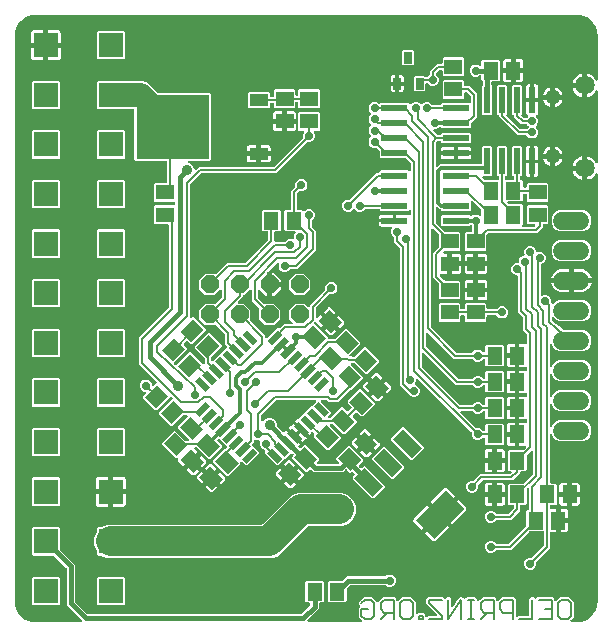
<source format=gbr>
G04 EAGLE Gerber RS-274X export*
G75*
%MOMM*%
%FSLAX34Y34*%
%LPD*%
%INBottom Copper*%
%IPPOS*%
%AMOC8*
5,1,8,0,0,1.08239X$1,22.5*%
G01*
%ADD10C,0.152400*%
%ADD11R,1.300000X1.500000*%
%ADD12R,1.500000X1.300000*%
%ADD13R,2.200000X0.600000*%
%ADD14P,1.649562X8X202.500000*%
%ADD15R,0.600000X2.200000*%
%ADD16R,1.270000X0.558800*%
%ADD17R,0.558800X1.270000*%
%ADD18R,0.700000X1.000000*%
%ADD19C,1.308000*%
%ADD20C,1.650000*%
%ADD21C,1.524000*%
%ADD22R,6.200000X5.400000*%
%ADD23R,1.600000X1.000000*%
%ADD24R,1.219200X2.235200*%
%ADD25R,3.600000X2.200000*%
%ADD26R,2.100000X2.100000*%
%ADD27C,0.406400*%
%ADD28C,0.914400*%
%ADD29C,0.711200*%
%ADD30C,0.304800*%
%ADD31C,0.203200*%
%ADD32C,2.540000*%
%ADD33C,2.032000*%

G36*
X59222Y3180D02*
X59222Y3180D01*
X59252Y3177D01*
X59363Y3200D01*
X59475Y3216D01*
X59501Y3228D01*
X59530Y3233D01*
X59631Y3285D01*
X59734Y3332D01*
X59757Y3351D01*
X59783Y3364D01*
X59865Y3442D01*
X59951Y3515D01*
X59967Y3540D01*
X59989Y3560D01*
X60046Y3658D01*
X60109Y3752D01*
X60118Y3780D01*
X60132Y3805D01*
X60160Y3915D01*
X60195Y4023D01*
X60195Y4053D01*
X60203Y4081D01*
X60199Y4194D01*
X60202Y4307D01*
X60194Y4336D01*
X60193Y4365D01*
X60159Y4473D01*
X60130Y4582D01*
X60115Y4608D01*
X60106Y4636D01*
X60060Y4699D01*
X59985Y4827D01*
X59939Y4870D01*
X59911Y4909D01*
X49624Y15196D01*
X47243Y17577D01*
X47243Y48306D01*
X47231Y48393D01*
X47228Y48480D01*
X47211Y48533D01*
X47203Y48588D01*
X47168Y48668D01*
X47141Y48751D01*
X47113Y48790D01*
X47087Y48847D01*
X46991Y48960D01*
X46946Y49024D01*
X36942Y59028D01*
X36872Y59080D01*
X36808Y59140D01*
X36759Y59166D01*
X36715Y59199D01*
X36633Y59230D01*
X36555Y59270D01*
X36508Y59278D01*
X36449Y59300D01*
X36302Y59312D01*
X36224Y59325D01*
X18518Y59325D01*
X17625Y60218D01*
X17625Y82482D01*
X18518Y83375D01*
X40782Y83375D01*
X41675Y82482D01*
X41675Y64776D01*
X41687Y64689D01*
X41690Y64602D01*
X41707Y64549D01*
X41715Y64494D01*
X41750Y64414D01*
X41777Y64331D01*
X41805Y64292D01*
X41831Y64235D01*
X41927Y64122D01*
X41972Y64058D01*
X54357Y51673D01*
X54357Y20944D01*
X54369Y20857D01*
X54372Y20770D01*
X54389Y20717D01*
X54397Y20662D01*
X54432Y20582D01*
X54459Y20499D01*
X54487Y20460D01*
X54513Y20403D01*
X54609Y20290D01*
X54654Y20226D01*
X64676Y10204D01*
X64746Y10152D01*
X64810Y10092D01*
X64859Y10066D01*
X64903Y10033D01*
X64985Y10002D01*
X65063Y9962D01*
X65110Y9954D01*
X65169Y9932D01*
X65316Y9920D01*
X65394Y9907D01*
X245756Y9907D01*
X245843Y9919D01*
X245930Y9922D01*
X245983Y9939D01*
X246038Y9947D01*
X246118Y9982D01*
X246201Y10009D01*
X246240Y10037D01*
X246297Y10063D01*
X246410Y10159D01*
X246474Y10204D01*
X253346Y17076D01*
X253398Y17146D01*
X253458Y17210D01*
X253484Y17259D01*
X253517Y17303D01*
X253548Y17385D01*
X253588Y17463D01*
X253596Y17510D01*
X253618Y17569D01*
X253630Y17716D01*
X253643Y17794D01*
X253643Y18535D01*
X253635Y18593D01*
X253637Y18651D01*
X253615Y18733D01*
X253603Y18817D01*
X253580Y18870D01*
X253565Y18926D01*
X253522Y18999D01*
X253487Y19076D01*
X253449Y19121D01*
X253420Y19171D01*
X253358Y19229D01*
X253304Y19293D01*
X253255Y19325D01*
X253212Y19365D01*
X253137Y19404D01*
X253067Y19451D01*
X253011Y19468D01*
X252959Y19495D01*
X252891Y19506D01*
X252796Y19536D01*
X252696Y19539D01*
X252628Y19550D01*
X250068Y19550D01*
X249175Y20443D01*
X249175Y36707D01*
X250068Y37600D01*
X264332Y37600D01*
X265225Y36707D01*
X265225Y20443D01*
X264332Y19550D01*
X261772Y19550D01*
X261714Y19542D01*
X261656Y19544D01*
X261574Y19522D01*
X261490Y19510D01*
X261437Y19487D01*
X261381Y19472D01*
X261308Y19429D01*
X261231Y19394D01*
X261186Y19356D01*
X261136Y19327D01*
X261078Y19265D01*
X261014Y19211D01*
X260982Y19162D01*
X260942Y19119D01*
X260903Y19044D01*
X260856Y18974D01*
X260839Y18918D01*
X260812Y18866D01*
X260801Y18798D01*
X260771Y18703D01*
X260768Y18603D01*
X260757Y18535D01*
X260757Y14427D01*
X258376Y12046D01*
X251239Y4909D01*
X251221Y4885D01*
X251199Y4866D01*
X251136Y4772D01*
X251068Y4682D01*
X251058Y4654D01*
X251041Y4630D01*
X251007Y4522D01*
X250967Y4416D01*
X250964Y4387D01*
X250955Y4359D01*
X250953Y4245D01*
X250943Y4133D01*
X250949Y4104D01*
X250948Y4075D01*
X250977Y3965D01*
X250999Y3854D01*
X251013Y3828D01*
X251020Y3800D01*
X251078Y3702D01*
X251130Y3602D01*
X251150Y3580D01*
X251165Y3555D01*
X251248Y3478D01*
X251326Y3396D01*
X251351Y3381D01*
X251373Y3361D01*
X251473Y3309D01*
X251571Y3252D01*
X251600Y3245D01*
X251626Y3231D01*
X251703Y3218D01*
X251847Y3182D01*
X251909Y3184D01*
X251957Y3176D01*
X296239Y3176D01*
X296268Y3180D01*
X296297Y3177D01*
X296408Y3200D01*
X296520Y3216D01*
X296547Y3228D01*
X296576Y3233D01*
X296676Y3286D01*
X296780Y3332D01*
X296802Y3351D01*
X296828Y3364D01*
X296910Y3442D01*
X296997Y3515D01*
X297013Y3540D01*
X297034Y3560D01*
X297091Y3658D01*
X297154Y3752D01*
X297163Y3780D01*
X297178Y3805D01*
X297206Y3915D01*
X297240Y4023D01*
X297241Y4053D01*
X297248Y4081D01*
X297244Y4194D01*
X297247Y4307D01*
X297240Y4336D01*
X297239Y4365D01*
X297204Y4473D01*
X297176Y4582D01*
X297161Y4608D01*
X297152Y4636D01*
X297106Y4700D01*
X297030Y4827D01*
X296985Y4870D01*
X296957Y4909D01*
X296213Y5652D01*
X295805Y6060D01*
X294577Y7289D01*
X294577Y14607D01*
X295623Y15653D01*
X295652Y15691D01*
X295660Y15698D01*
X295666Y15707D01*
X295701Y15740D01*
X295743Y15813D01*
X295794Y15880D01*
X295811Y15925D01*
X295818Y15935D01*
X295821Y15946D01*
X295844Y15985D01*
X295865Y16067D01*
X295895Y16146D01*
X295899Y16192D01*
X295904Y16206D01*
X295904Y16220D01*
X295914Y16261D01*
X295912Y16345D01*
X295919Y16429D01*
X295910Y16471D01*
X295911Y16490D01*
X295907Y16506D01*
X295905Y16545D01*
X295880Y16625D01*
X295863Y16708D01*
X295845Y16743D01*
X295839Y16765D01*
X295828Y16783D01*
X295818Y16816D01*
X295778Y16872D01*
X295732Y16960D01*
X295709Y16985D01*
X295694Y17010D01*
X295651Y17050D01*
X295623Y17089D01*
X294577Y18136D01*
X294577Y20030D01*
X297354Y22807D01*
X298628Y24081D01*
X305945Y24081D01*
X309754Y20272D01*
X309801Y20237D01*
X309841Y20195D01*
X309914Y20152D01*
X309982Y20101D01*
X310036Y20080D01*
X310087Y20051D01*
X310168Y20030D01*
X310247Y20000D01*
X310306Y19995D01*
X310362Y19981D01*
X310447Y19983D01*
X310531Y19976D01*
X310588Y19988D01*
X310646Y19990D01*
X310727Y20016D01*
X310809Y20032D01*
X310861Y20059D01*
X310917Y20077D01*
X310973Y20117D01*
X311062Y20163D01*
X311134Y20232D01*
X311190Y20272D01*
X312177Y21259D01*
X312585Y21667D01*
X313771Y22852D01*
X314999Y24081D01*
X325029Y24081D01*
X326368Y22742D01*
X326368Y21529D01*
X326372Y21500D01*
X326370Y21471D01*
X326392Y21360D01*
X326408Y21248D01*
X326420Y21221D01*
X326426Y21192D01*
X326478Y21092D01*
X326524Y20989D01*
X326543Y20966D01*
X326557Y20940D01*
X326635Y20858D01*
X326708Y20772D01*
X326732Y20755D01*
X326753Y20734D01*
X326850Y20677D01*
X326945Y20614D01*
X326973Y20605D01*
X326998Y20590D01*
X327108Y20562D01*
X327216Y20528D01*
X327245Y20527D01*
X327273Y20520D01*
X327386Y20524D01*
X327500Y20521D01*
X327528Y20528D01*
X327557Y20529D01*
X327665Y20564D01*
X327775Y20593D01*
X327800Y20608D01*
X327828Y20617D01*
X327892Y20662D01*
X328019Y20738D01*
X328062Y20784D01*
X328101Y20812D01*
X328593Y21304D01*
X328594Y21304D01*
X328956Y21667D01*
X328957Y21667D01*
X330277Y22987D01*
X331371Y24081D01*
X338689Y24081D01*
X342740Y20030D01*
X342740Y10734D01*
X342744Y10705D01*
X342741Y10675D01*
X342764Y10564D01*
X342780Y10452D01*
X342792Y10425D01*
X342797Y10397D01*
X342850Y10296D01*
X342896Y10193D01*
X342915Y10170D01*
X342928Y10144D01*
X343006Y10062D01*
X343079Y9976D01*
X343104Y9959D01*
X343124Y9938D01*
X343222Y9881D01*
X343316Y9818D01*
X343344Y9809D01*
X343369Y9794D01*
X343479Y9767D01*
X343587Y9732D01*
X343617Y9732D01*
X343645Y9724D01*
X343758Y9728D01*
X343871Y9725D01*
X343900Y9732D01*
X343929Y9733D01*
X344037Y9768D01*
X344146Y9797D01*
X344172Y9812D01*
X344200Y9821D01*
X344264Y9867D01*
X344391Y9942D01*
X344434Y9988D01*
X344473Y10016D01*
X344980Y10523D01*
X349586Y10523D01*
X350926Y9183D01*
X350926Y7971D01*
X350930Y7942D01*
X350927Y7913D01*
X350949Y7802D01*
X350965Y7690D01*
X350977Y7663D01*
X350983Y7634D01*
X351035Y7533D01*
X351082Y7430D01*
X351101Y7408D01*
X351114Y7382D01*
X351192Y7300D01*
X351265Y7213D01*
X351290Y7197D01*
X351310Y7176D01*
X351408Y7119D01*
X351502Y7056D01*
X351530Y7047D01*
X351555Y7032D01*
X351665Y7004D01*
X351773Y6970D01*
X351802Y6969D01*
X351831Y6962D01*
X351944Y6966D01*
X352057Y6963D01*
X352085Y6970D01*
X352115Y6971D01*
X352223Y7006D01*
X352332Y7034D01*
X352357Y7049D01*
X352385Y7058D01*
X352449Y7104D01*
X352577Y7180D01*
X352619Y7225D01*
X352659Y7253D01*
X353217Y7811D01*
X359750Y7811D01*
X359779Y7815D01*
X359809Y7813D01*
X359920Y7835D01*
X360032Y7851D01*
X360059Y7863D01*
X360087Y7869D01*
X360188Y7921D01*
X360291Y7967D01*
X360314Y7986D01*
X360340Y8000D01*
X360422Y8078D01*
X360508Y8151D01*
X360524Y8175D01*
X360546Y8196D01*
X360603Y8293D01*
X360666Y8388D01*
X360675Y8416D01*
X360689Y8441D01*
X360717Y8550D01*
X360752Y8659D01*
X360752Y8688D01*
X360760Y8716D01*
X360756Y8829D01*
X360759Y8943D01*
X360751Y8971D01*
X360751Y9001D01*
X360716Y9108D01*
X360687Y9218D01*
X360672Y9243D01*
X360663Y9271D01*
X360618Y9335D01*
X360542Y9462D01*
X360496Y9505D01*
X360468Y9544D01*
X351877Y18136D01*
X351877Y22742D01*
X353217Y24081D01*
X365958Y24081D01*
X367055Y22984D01*
X367102Y22949D01*
X367142Y22906D01*
X367215Y22864D01*
X367282Y22813D01*
X367337Y22792D01*
X367387Y22762D01*
X367469Y22742D01*
X367548Y22712D01*
X367606Y22707D01*
X367663Y22692D01*
X367747Y22695D01*
X367831Y22688D01*
X367888Y22699D01*
X367947Y22701D01*
X368027Y22727D01*
X368110Y22744D01*
X368162Y22771D01*
X368217Y22789D01*
X368274Y22829D01*
X368362Y22875D01*
X368435Y22944D01*
X368491Y22984D01*
X369588Y24081D01*
X371483Y24081D01*
X372822Y22742D01*
X372822Y16430D01*
X372840Y16303D01*
X372855Y16174D01*
X372860Y16162D01*
X372862Y16149D01*
X372915Y16031D01*
X372964Y15912D01*
X372973Y15901D01*
X372978Y15889D01*
X373061Y15791D01*
X373142Y15690D01*
X373153Y15683D01*
X373162Y15672D01*
X373269Y15601D01*
X373375Y15526D01*
X373387Y15522D01*
X373398Y15515D01*
X373521Y15476D01*
X373643Y15434D01*
X373657Y15433D01*
X373669Y15429D01*
X373798Y15426D01*
X373927Y15419D01*
X373940Y15422D01*
X373954Y15422D01*
X374079Y15454D01*
X374204Y15484D01*
X374216Y15490D01*
X374229Y15493D01*
X374340Y15559D01*
X374452Y15622D01*
X374461Y15631D01*
X374473Y15639D01*
X374668Y15846D01*
X374674Y15859D01*
X374682Y15867D01*
X378925Y22231D01*
X378981Y22348D01*
X379040Y22463D01*
X379042Y22475D01*
X379048Y22487D01*
X379089Y22736D01*
X379534Y23180D01*
X379608Y23279D01*
X379661Y23335D01*
X380011Y23861D01*
X380075Y23883D01*
X380199Y23923D01*
X380208Y23930D01*
X380221Y23935D01*
X380427Y24081D01*
X381055Y24081D01*
X381177Y24098D01*
X381254Y24101D01*
X381874Y24225D01*
X381935Y24196D01*
X382051Y24137D01*
X382062Y24135D01*
X382075Y24129D01*
X382323Y24087D01*
X382768Y23643D01*
X382866Y23568D01*
X382922Y23516D01*
X383693Y23002D01*
X383783Y22959D01*
X383870Y22908D01*
X383911Y22897D01*
X383949Y22879D01*
X384048Y22862D01*
X384146Y22838D01*
X384188Y22839D01*
X384229Y22832D01*
X384329Y22844D01*
X384430Y22847D01*
X384470Y22860D01*
X384512Y22864D01*
X384605Y22903D01*
X384700Y22934D01*
X384731Y22956D01*
X384774Y22974D01*
X384917Y23089D01*
X384974Y23129D01*
X385926Y24081D01*
X393244Y24081D01*
X394583Y22742D01*
X394583Y21529D01*
X394587Y21500D01*
X394585Y21471D01*
X394607Y21360D01*
X394623Y21248D01*
X394635Y21221D01*
X394641Y21192D01*
X394693Y21092D01*
X394739Y20989D01*
X394758Y20966D01*
X394772Y20940D01*
X394850Y20858D01*
X394923Y20772D01*
X394947Y20755D01*
X394967Y20734D01*
X395065Y20677D01*
X395159Y20614D01*
X395187Y20605D01*
X395213Y20590D01*
X395322Y20562D01*
X395430Y20528D01*
X395460Y20527D01*
X395488Y20520D01*
X395601Y20524D01*
X395715Y20521D01*
X395743Y20528D01*
X395772Y20529D01*
X395880Y20564D01*
X395990Y20593D01*
X396015Y20608D01*
X396043Y20617D01*
X396107Y20662D01*
X396234Y20738D01*
X396277Y20784D01*
X396316Y20812D01*
X396763Y21259D01*
X397171Y21667D01*
X398357Y22852D01*
X399586Y24081D01*
X409615Y24081D01*
X410955Y22742D01*
X410955Y21529D01*
X410959Y21500D01*
X410956Y21471D01*
X410979Y21360D01*
X410994Y21248D01*
X411006Y21221D01*
X411012Y21192D01*
X411064Y21092D01*
X411111Y20989D01*
X411130Y20966D01*
X411143Y20940D01*
X411221Y20858D01*
X411294Y20772D01*
X411319Y20755D01*
X411339Y20734D01*
X411437Y20677D01*
X411531Y20614D01*
X411559Y20605D01*
X411584Y20590D01*
X411694Y20562D01*
X411802Y20528D01*
X411831Y20527D01*
X411860Y20520D01*
X411973Y20524D01*
X412086Y20521D01*
X412115Y20528D01*
X412144Y20529D01*
X412252Y20564D01*
X412361Y20593D01*
X412386Y20608D01*
X412414Y20617D01*
X412478Y20662D01*
X412606Y20738D01*
X412649Y20784D01*
X412688Y20812D01*
X413135Y21259D01*
X413543Y21667D01*
X414728Y22852D01*
X414729Y22852D01*
X415957Y24081D01*
X425987Y24081D01*
X427326Y22742D01*
X427326Y7971D01*
X427330Y7942D01*
X427328Y7913D01*
X427350Y7802D01*
X427366Y7690D01*
X427378Y7663D01*
X427384Y7634D01*
X427436Y7533D01*
X427482Y7430D01*
X427501Y7408D01*
X427515Y7382D01*
X427593Y7300D01*
X427666Y7213D01*
X427690Y7197D01*
X427711Y7176D01*
X427808Y7119D01*
X427903Y7056D01*
X427930Y7047D01*
X427956Y7032D01*
X428066Y7004D01*
X428174Y6970D01*
X428203Y6969D01*
X428231Y6962D01*
X428344Y6966D01*
X428458Y6963D01*
X428486Y6970D01*
X428515Y6971D01*
X428623Y7006D01*
X428733Y7034D01*
X428758Y7049D01*
X428786Y7058D01*
X428850Y7104D01*
X428977Y7180D01*
X429020Y7225D01*
X429059Y7253D01*
X429617Y7811D01*
X438109Y7811D01*
X438167Y7819D01*
X438225Y7818D01*
X438307Y7839D01*
X438390Y7851D01*
X438444Y7875D01*
X438500Y7890D01*
X438573Y7933D01*
X438650Y7967D01*
X438695Y8005D01*
X438745Y8035D01*
X438803Y8097D01*
X438867Y8151D01*
X438899Y8200D01*
X438939Y8242D01*
X438978Y8317D01*
X439024Y8388D01*
X439042Y8443D01*
X439069Y8495D01*
X439080Y8563D01*
X439110Y8659D01*
X439113Y8758D01*
X439124Y8826D01*
X439124Y22742D01*
X440464Y24081D01*
X442358Y24081D01*
X443456Y22984D01*
X443502Y22949D01*
X443543Y22906D01*
X443615Y22864D01*
X443683Y22813D01*
X443737Y22792D01*
X443788Y22762D01*
X443869Y22742D01*
X443948Y22712D01*
X444007Y22707D01*
X444063Y22692D01*
X444148Y22695D01*
X444232Y22688D01*
X444289Y22699D01*
X444348Y22701D01*
X444428Y22727D01*
X444510Y22744D01*
X444562Y22771D01*
X444618Y22789D01*
X444674Y22829D01*
X444763Y22875D01*
X444835Y22944D01*
X444891Y22984D01*
X445989Y24081D01*
X458730Y24081D01*
X460069Y22742D01*
X460069Y21529D01*
X460073Y21500D01*
X460071Y21471D01*
X460093Y21360D01*
X460109Y21248D01*
X460121Y21221D01*
X460127Y21192D01*
X460179Y21092D01*
X460225Y20989D01*
X460244Y20966D01*
X460258Y20940D01*
X460336Y20858D01*
X460409Y20772D01*
X460433Y20755D01*
X460454Y20734D01*
X460551Y20677D01*
X460646Y20614D01*
X460674Y20605D01*
X460699Y20590D01*
X460809Y20562D01*
X460917Y20528D01*
X460946Y20527D01*
X460974Y20520D01*
X461087Y20524D01*
X461201Y20521D01*
X461229Y20528D01*
X461259Y20529D01*
X461367Y20564D01*
X461476Y20593D01*
X461501Y20608D01*
X461529Y20617D01*
X461593Y20662D01*
X461720Y20738D01*
X461763Y20784D01*
X461802Y20812D01*
X462295Y21304D01*
X462657Y21667D01*
X462658Y21667D01*
X463435Y22444D01*
X465072Y24081D01*
X472390Y24081D01*
X474027Y22444D01*
X474804Y21667D01*
X476441Y20030D01*
X476441Y7289D01*
X474061Y4909D01*
X474043Y4885D01*
X474021Y4866D01*
X473958Y4772D01*
X473890Y4682D01*
X473879Y4654D01*
X473863Y4630D01*
X473829Y4522D01*
X473789Y4416D01*
X473786Y4387D01*
X473777Y4359D01*
X473774Y4245D01*
X473765Y4133D01*
X473771Y4104D01*
X473770Y4075D01*
X473799Y3965D01*
X473821Y3854D01*
X473834Y3828D01*
X473842Y3800D01*
X473900Y3702D01*
X473952Y3602D01*
X473972Y3580D01*
X473987Y3555D01*
X474070Y3478D01*
X474148Y3396D01*
X474173Y3381D01*
X474194Y3361D01*
X474295Y3309D01*
X474393Y3252D01*
X474421Y3245D01*
X474448Y3231D01*
X474525Y3218D01*
X474669Y3182D01*
X474731Y3184D01*
X474779Y3176D01*
X480000Y3176D01*
X480044Y3182D01*
X480080Y3179D01*
X482553Y3373D01*
X482711Y3409D01*
X482787Y3420D01*
X487491Y4949D01*
X487746Y5073D01*
X487760Y5086D01*
X487774Y5093D01*
X491775Y8000D01*
X491980Y8198D01*
X491989Y8214D01*
X492000Y8225D01*
X494907Y12226D01*
X495041Y12477D01*
X495044Y12496D01*
X495051Y12509D01*
X496580Y17213D01*
X496608Y17373D01*
X496627Y17447D01*
X496821Y19920D01*
X496818Y19965D01*
X496824Y20000D01*
X496824Y382057D01*
X496818Y382103D01*
X496820Y382149D01*
X496798Y382243D01*
X496784Y382339D01*
X496766Y382381D01*
X496755Y382426D01*
X496708Y382510D01*
X496668Y382598D01*
X496638Y382634D01*
X496616Y382674D01*
X496547Y382742D01*
X496485Y382815D01*
X496446Y382841D01*
X496413Y382873D01*
X496328Y382919D01*
X496248Y382973D01*
X496204Y382987D01*
X496163Y383009D01*
X496069Y383030D01*
X495977Y383059D01*
X495931Y383060D01*
X495886Y383070D01*
X495789Y383064D01*
X495693Y383066D01*
X495648Y383054D01*
X495602Y383051D01*
X495511Y383019D01*
X495418Y382994D01*
X495378Y382971D01*
X495334Y382955D01*
X495256Y382898D01*
X495173Y382849D01*
X495142Y382815D01*
X495104Y382788D01*
X495059Y382728D01*
X494979Y382642D01*
X494941Y382567D01*
X494904Y382518D01*
X494582Y381886D01*
X493631Y380576D01*
X492486Y379432D01*
X491177Y378480D01*
X489735Y377746D01*
X488195Y377245D01*
X487819Y377186D01*
X487819Y386259D01*
X487811Y386317D01*
X487812Y386375D01*
X487791Y386457D01*
X487779Y386540D01*
X487755Y386594D01*
X487740Y386650D01*
X487697Y386723D01*
X487663Y386800D01*
X487625Y386844D01*
X487595Y386895D01*
X487533Y386952D01*
X487479Y387017D01*
X487430Y387049D01*
X487388Y387089D01*
X487313Y387128D01*
X487242Y387174D01*
X487187Y387192D01*
X487135Y387219D01*
X487066Y387230D01*
X486971Y387260D01*
X486872Y387263D01*
X486803Y387274D01*
X485787Y387274D01*
X485787Y387276D01*
X486803Y387276D01*
X486861Y387284D01*
X486920Y387283D01*
X487001Y387304D01*
X487085Y387316D01*
X487138Y387340D01*
X487195Y387354D01*
X487267Y387397D01*
X487344Y387432D01*
X487389Y387470D01*
X487439Y387500D01*
X487497Y387561D01*
X487561Y387616D01*
X487594Y387664D01*
X487634Y387707D01*
X487672Y387782D01*
X487719Y387852D01*
X487737Y387908D01*
X487763Y387960D01*
X487775Y388028D01*
X487805Y388123D01*
X487807Y388223D01*
X487819Y388291D01*
X487819Y397364D01*
X488195Y397305D01*
X489735Y396804D01*
X491177Y396070D01*
X492486Y395118D01*
X493631Y393974D01*
X494582Y392664D01*
X494904Y392032D01*
X494931Y391994D01*
X494950Y391952D01*
X495012Y391878D01*
X495068Y391799D01*
X495104Y391770D01*
X495134Y391735D01*
X495214Y391681D01*
X495289Y391621D01*
X495332Y391603D01*
X495370Y391577D01*
X495462Y391548D01*
X495551Y391511D01*
X495597Y391505D01*
X495641Y391491D01*
X495738Y391489D01*
X495834Y391478D01*
X495879Y391485D01*
X495925Y391484D01*
X496019Y391508D01*
X496114Y391524D01*
X496156Y391544D01*
X496200Y391556D01*
X496283Y391605D01*
X496371Y391647D01*
X496405Y391677D01*
X496445Y391701D01*
X496511Y391772D01*
X496583Y391836D01*
X496608Y391875D01*
X496639Y391908D01*
X496683Y391994D01*
X496735Y392076D01*
X496748Y392120D01*
X496769Y392162D01*
X496781Y392236D01*
X496814Y392349D01*
X496814Y392432D01*
X496824Y392493D01*
X496824Y452057D01*
X496818Y452103D01*
X496820Y452149D01*
X496798Y452244D01*
X496784Y452339D01*
X496766Y452381D01*
X496755Y452426D01*
X496708Y452510D01*
X496668Y452598D01*
X496638Y452634D01*
X496616Y452674D01*
X496547Y452742D01*
X496485Y452815D01*
X496446Y452841D01*
X496413Y452873D01*
X496328Y452919D01*
X496248Y452973D01*
X496204Y452987D01*
X496163Y453009D01*
X496069Y453030D01*
X495977Y453059D01*
X495931Y453060D01*
X495886Y453070D01*
X495789Y453064D01*
X495693Y453066D01*
X495648Y453054D01*
X495602Y453051D01*
X495511Y453019D01*
X495418Y452994D01*
X495378Y452971D01*
X495334Y452955D01*
X495256Y452898D01*
X495173Y452849D01*
X495142Y452815D01*
X495104Y452788D01*
X495059Y452728D01*
X494979Y452642D01*
X494941Y452567D01*
X494904Y452518D01*
X494582Y451886D01*
X493631Y450576D01*
X492486Y449432D01*
X491177Y448480D01*
X489735Y447746D01*
X488195Y447245D01*
X487819Y447186D01*
X487819Y456259D01*
X487811Y456317D01*
X487812Y456375D01*
X487791Y456457D01*
X487779Y456540D01*
X487755Y456594D01*
X487740Y456650D01*
X487697Y456723D01*
X487663Y456800D01*
X487625Y456844D01*
X487595Y456895D01*
X487533Y456952D01*
X487479Y457017D01*
X487430Y457049D01*
X487388Y457089D01*
X487313Y457128D01*
X487242Y457174D01*
X487187Y457192D01*
X487135Y457219D01*
X487066Y457230D01*
X486971Y457260D01*
X486872Y457263D01*
X486803Y457274D01*
X485787Y457274D01*
X485787Y457276D01*
X486803Y457276D01*
X486861Y457284D01*
X486920Y457283D01*
X487001Y457304D01*
X487085Y457316D01*
X487138Y457340D01*
X487195Y457354D01*
X487267Y457397D01*
X487344Y457432D01*
X487389Y457470D01*
X487439Y457500D01*
X487497Y457561D01*
X487561Y457616D01*
X487594Y457664D01*
X487634Y457707D01*
X487672Y457782D01*
X487719Y457852D01*
X487737Y457908D01*
X487763Y457960D01*
X487775Y458028D01*
X487805Y458123D01*
X487807Y458223D01*
X487819Y458291D01*
X487819Y467364D01*
X488195Y467305D01*
X489735Y466804D01*
X491177Y466070D01*
X492486Y465118D01*
X493631Y463974D01*
X494582Y462664D01*
X494904Y462032D01*
X494931Y461994D01*
X494950Y461952D01*
X495012Y461878D01*
X495068Y461799D01*
X495104Y461770D01*
X495134Y461735D01*
X495214Y461681D01*
X495289Y461621D01*
X495332Y461603D01*
X495370Y461577D01*
X495462Y461548D01*
X495551Y461511D01*
X495597Y461505D01*
X495641Y461491D01*
X495738Y461489D01*
X495834Y461478D01*
X495879Y461485D01*
X495925Y461484D01*
X496019Y461508D01*
X496114Y461524D01*
X496156Y461544D01*
X496200Y461556D01*
X496283Y461605D01*
X496371Y461647D01*
X496405Y461677D01*
X496445Y461701D01*
X496511Y461772D01*
X496583Y461836D01*
X496608Y461875D01*
X496639Y461908D01*
X496683Y461994D01*
X496735Y462076D01*
X496748Y462120D01*
X496769Y462162D01*
X496781Y462236D01*
X496814Y462349D01*
X496814Y462432D01*
X496824Y462493D01*
X496824Y500000D01*
X496818Y500044D01*
X496821Y500080D01*
X496627Y502553D01*
X496591Y502711D01*
X496580Y502787D01*
X495051Y507491D01*
X494927Y507746D01*
X494914Y507760D01*
X494907Y507774D01*
X492000Y511775D01*
X491802Y511980D01*
X491786Y511989D01*
X491775Y512000D01*
X487774Y514907D01*
X487523Y515041D01*
X487504Y515044D01*
X487491Y515051D01*
X482787Y516580D01*
X482627Y516608D01*
X482553Y516627D01*
X480080Y516821D01*
X480035Y516818D01*
X480000Y516824D01*
X20000Y516824D01*
X19956Y516818D01*
X19920Y516821D01*
X17447Y516627D01*
X17289Y516591D01*
X17213Y516580D01*
X12509Y515051D01*
X12254Y514927D01*
X12240Y514914D01*
X12226Y514907D01*
X8225Y512000D01*
X8020Y511802D01*
X8011Y511786D01*
X8000Y511775D01*
X5093Y507774D01*
X4959Y507523D01*
X4956Y507505D01*
X4949Y507491D01*
X3420Y502787D01*
X3392Y502627D01*
X3373Y502553D01*
X3179Y500080D01*
X3182Y500035D01*
X3176Y500000D01*
X3176Y20000D01*
X3182Y19956D01*
X3179Y19920D01*
X3373Y17447D01*
X3409Y17289D01*
X3420Y17213D01*
X4949Y12509D01*
X5073Y12254D01*
X5086Y12240D01*
X5093Y12226D01*
X8000Y8225D01*
X8198Y8020D01*
X8214Y8011D01*
X8225Y8000D01*
X12226Y5093D01*
X12477Y4959D01*
X12496Y4956D01*
X12509Y4949D01*
X17213Y3420D01*
X17373Y3392D01*
X17447Y3373D01*
X19920Y3179D01*
X19965Y3182D01*
X20000Y3176D01*
X59193Y3176D01*
X59222Y3180D01*
G37*
%LPC*%
G36*
X306017Y107717D02*
X306017Y107717D01*
X289319Y124416D01*
X289319Y125679D01*
X290843Y127203D01*
X290878Y127250D01*
X290921Y127290D01*
X290963Y127363D01*
X291014Y127430D01*
X291035Y127485D01*
X291064Y127535D01*
X291085Y127617D01*
X291115Y127696D01*
X291120Y127754D01*
X291134Y127811D01*
X291132Y127895D01*
X291139Y127979D01*
X291127Y128037D01*
X291125Y128095D01*
X291099Y128175D01*
X291083Y128258D01*
X291056Y128310D01*
X291038Y128366D01*
X290998Y128422D01*
X290952Y128510D01*
X290883Y128583D01*
X290843Y128639D01*
X289865Y129617D01*
X289819Y129652D01*
X289778Y129694D01*
X289705Y129737D01*
X289638Y129788D01*
X289584Y129808D01*
X289533Y129838D01*
X289451Y129859D01*
X289372Y129889D01*
X289314Y129894D01*
X289257Y129908D01*
X289173Y129905D01*
X289089Y129912D01*
X289032Y129901D01*
X288973Y129899D01*
X288893Y129873D01*
X288810Y129856D01*
X288759Y129829D01*
X288703Y129811D01*
X288647Y129771D01*
X288558Y129725D01*
X288486Y129657D01*
X288429Y129617D01*
X288309Y129496D01*
X287045Y129496D01*
X284529Y132013D01*
X284482Y132048D01*
X284442Y132090D01*
X284369Y132133D01*
X284301Y132184D01*
X284247Y132204D01*
X284196Y132234D01*
X284115Y132255D01*
X284036Y132285D01*
X283977Y132290D01*
X283921Y132304D01*
X283836Y132301D01*
X283752Y132308D01*
X283695Y132297D01*
X283637Y132295D01*
X283556Y132269D01*
X283474Y132253D01*
X283422Y132226D01*
X283366Y132208D01*
X283310Y132168D01*
X283221Y132122D01*
X283149Y132053D01*
X283093Y132013D01*
X280873Y129793D01*
X256437Y129793D01*
X254189Y132041D01*
X254143Y132076D01*
X254102Y132118D01*
X254030Y132161D01*
X253962Y132212D01*
X253908Y132232D01*
X253857Y132262D01*
X253775Y132283D01*
X253697Y132313D01*
X253638Y132318D01*
X253582Y132332D01*
X253497Y132329D01*
X253413Y132336D01*
X253356Y132325D01*
X253297Y132323D01*
X253217Y132297D01*
X253134Y132280D01*
X253083Y132254D01*
X253027Y132236D01*
X252971Y132195D01*
X252882Y132149D01*
X252810Y132081D01*
X252754Y132041D01*
X250944Y130231D01*
X249681Y130231D01*
X238181Y141730D01*
X238181Y142994D01*
X239075Y143888D01*
X239111Y143935D01*
X239153Y143975D01*
X239196Y144048D01*
X239246Y144115D01*
X239267Y144170D01*
X239297Y144221D01*
X239317Y144302D01*
X239348Y144381D01*
X239352Y144439D01*
X239367Y144496D01*
X239364Y144580D01*
X239371Y144664D01*
X239360Y144722D01*
X239358Y144780D01*
X239332Y144860D01*
X239315Y144943D01*
X239288Y144995D01*
X239270Y145051D01*
X239230Y145107D01*
X239184Y145195D01*
X239115Y145268D01*
X239075Y145324D01*
X238364Y146035D01*
X238318Y146070D01*
X238277Y146113D01*
X238251Y146128D01*
X238237Y146141D01*
X238195Y146163D01*
X238137Y146206D01*
X238082Y146227D01*
X238032Y146257D01*
X237991Y146267D01*
X237984Y146270D01*
X237964Y146274D01*
X237950Y146277D01*
X237871Y146307D01*
X237813Y146312D01*
X237756Y146327D01*
X237672Y146324D01*
X237658Y146325D01*
X237653Y146326D01*
X237648Y146326D01*
X237588Y146331D01*
X237531Y146319D01*
X237472Y146318D01*
X237392Y146292D01*
X237380Y146289D01*
X237358Y146286D01*
X237353Y146284D01*
X237309Y146275D01*
X237257Y146248D01*
X237202Y146230D01*
X237149Y146192D01*
X237099Y146170D01*
X237086Y146159D01*
X237057Y146144D01*
X236985Y146075D01*
X236928Y146035D01*
X232049Y141156D01*
X232004Y141149D01*
X231950Y141125D01*
X231894Y141111D01*
X231821Y141068D01*
X231744Y141033D01*
X231699Y140995D01*
X231649Y140965D01*
X231591Y140904D01*
X231527Y140849D01*
X231495Y140801D01*
X231455Y140758D01*
X231416Y140683D01*
X231370Y140613D01*
X231352Y140557D01*
X231325Y140505D01*
X231314Y140437D01*
X231306Y140413D01*
X226425Y135532D01*
X225162Y135532D01*
X215289Y145406D01*
X215289Y146689D01*
X215317Y146736D01*
X215367Y146804D01*
X215388Y146858D01*
X215418Y146909D01*
X215439Y146990D01*
X215469Y147069D01*
X215474Y147128D01*
X215488Y147184D01*
X215485Y147268D01*
X215492Y147353D01*
X215481Y147410D01*
X215479Y147468D01*
X215453Y147549D01*
X215436Y147631D01*
X215409Y147683D01*
X215391Y147739D01*
X215351Y147795D01*
X215305Y147884D01*
X215237Y147956D01*
X215231Y147963D01*
X215223Y147977D01*
X215218Y147982D01*
X215197Y148012D01*
X214030Y149179D01*
X214005Y149198D01*
X213985Y149221D01*
X213918Y149263D01*
X213802Y149350D01*
X213742Y149373D01*
X213700Y149399D01*
X213022Y149680D01*
X211593Y151109D01*
X210819Y152977D01*
X210819Y154998D01*
X211003Y155440D01*
X211031Y155552D01*
X211066Y155661D01*
X211067Y155689D01*
X211073Y155716D01*
X211070Y155830D01*
X211073Y155945D01*
X211066Y155972D01*
X211065Y156000D01*
X211030Y156109D01*
X211001Y156220D01*
X210987Y156244D01*
X210979Y156271D01*
X210915Y156366D01*
X210856Y156465D01*
X210836Y156484D01*
X210820Y156507D01*
X210732Y156581D01*
X210649Y156659D01*
X210624Y156672D01*
X210603Y156690D01*
X210498Y156736D01*
X210396Y156789D01*
X210371Y156793D01*
X210343Y156805D01*
X210079Y156842D01*
X210065Y156844D01*
X208539Y156844D01*
X207145Y157422D01*
X207120Y157428D01*
X207101Y157438D01*
X207047Y157447D01*
X207033Y157451D01*
X206924Y157485D01*
X206896Y157486D01*
X206869Y157493D01*
X206788Y157491D01*
X206769Y157494D01*
X206756Y157494D01*
X206732Y157490D01*
X206640Y157493D01*
X206613Y157486D01*
X206585Y157485D01*
X206499Y157457D01*
X206474Y157454D01*
X206451Y157443D01*
X206365Y157421D01*
X206341Y157407D01*
X206314Y157398D01*
X206242Y157350D01*
X206215Y157338D01*
X206193Y157319D01*
X206120Y157276D01*
X206101Y157255D01*
X206078Y157240D01*
X206025Y157177D01*
X205998Y157154D01*
X205979Y157125D01*
X205926Y157068D01*
X205913Y157044D01*
X205895Y157022D01*
X205865Y156954D01*
X205840Y156917D01*
X205827Y156876D01*
X205796Y156815D01*
X205792Y156791D01*
X205780Y156763D01*
X205771Y156696D01*
X205755Y156646D01*
X205753Y156567D01*
X205743Y156499D01*
X205741Y156484D01*
X205741Y154813D01*
X204597Y153669D01*
X204561Y153622D01*
X204519Y153582D01*
X204476Y153509D01*
X204426Y153442D01*
X204405Y153387D01*
X204375Y153337D01*
X204355Y153255D01*
X204324Y153176D01*
X204320Y153118D01*
X204305Y153061D01*
X204308Y152977D01*
X204301Y152893D01*
X204312Y152836D01*
X204314Y152777D01*
X204340Y152697D01*
X204357Y152614D01*
X204384Y152562D01*
X204402Y152507D01*
X204442Y152451D01*
X204488Y152362D01*
X204535Y152312D01*
X204544Y152247D01*
X204568Y152194D01*
X204583Y152137D01*
X204626Y152065D01*
X204660Y151988D01*
X204698Y151943D01*
X204728Y151893D01*
X204790Y151835D01*
X204844Y151771D01*
X204893Y151738D01*
X204935Y151698D01*
X205011Y151660D01*
X205081Y151613D01*
X205137Y151595D01*
X205189Y151569D01*
X205257Y151557D01*
X205280Y151550D01*
X210161Y146669D01*
X210161Y145406D01*
X200288Y135532D01*
X199025Y135532D01*
X196087Y138470D01*
X196064Y138487D01*
X196045Y138510D01*
X195951Y138572D01*
X195860Y138640D01*
X195833Y138651D01*
X195808Y138667D01*
X195700Y138701D01*
X195595Y138742D01*
X195565Y138744D01*
X195537Y138753D01*
X195424Y138756D01*
X195311Y138765D01*
X195283Y138759D01*
X195253Y138760D01*
X195144Y138732D01*
X195032Y138709D01*
X195006Y138696D01*
X194978Y138688D01*
X194881Y138631D01*
X194780Y138578D01*
X194759Y138558D01*
X194734Y138543D01*
X194656Y138461D01*
X194574Y138383D01*
X194559Y138357D01*
X194539Y138336D01*
X194488Y138235D01*
X194430Y138137D01*
X194423Y138109D01*
X194410Y138083D01*
X194397Y138005D01*
X194360Y137862D01*
X194362Y137799D01*
X194354Y137752D01*
X194354Y137141D01*
X184269Y127056D01*
X183006Y127056D01*
X171506Y138555D01*
X171506Y139819D01*
X181591Y149904D01*
X181911Y149904D01*
X181998Y149916D01*
X182085Y149919D01*
X182138Y149936D01*
X182193Y149944D01*
X182272Y149980D01*
X182356Y150007D01*
X182395Y150035D01*
X182452Y150060D01*
X182565Y150156D01*
X182629Y150202D01*
X182774Y150347D01*
X182809Y150394D01*
X182852Y150434D01*
X182895Y150507D01*
X182945Y150574D01*
X182966Y150629D01*
X182996Y150679D01*
X183016Y150761D01*
X183046Y150840D01*
X183051Y150898D01*
X183066Y150955D01*
X183063Y151039D01*
X183070Y151123D01*
X183059Y151180D01*
X183057Y151239D01*
X183031Y151319D01*
X183014Y151402D01*
X182987Y151454D01*
X182969Y151509D01*
X182929Y151566D01*
X182883Y151654D01*
X182836Y151704D01*
X182827Y151769D01*
X182803Y151822D01*
X182788Y151879D01*
X182745Y151951D01*
X182710Y152028D01*
X182673Y152073D01*
X182643Y152123D01*
X182581Y152181D01*
X182527Y152245D01*
X182478Y152278D01*
X182435Y152318D01*
X182360Y152356D01*
X182290Y152403D01*
X182234Y152421D01*
X182182Y152447D01*
X182114Y152459D01*
X182091Y152466D01*
X177137Y157420D01*
X177100Y157491D01*
X177054Y157595D01*
X177035Y157617D01*
X177021Y157643D01*
X176943Y157725D01*
X176870Y157812D01*
X176846Y157828D01*
X176825Y157849D01*
X176728Y157907D01*
X176633Y157969D01*
X176605Y157978D01*
X176580Y157993D01*
X176471Y158021D01*
X176362Y158055D01*
X176333Y158056D01*
X176305Y158063D01*
X176191Y158060D01*
X176078Y158063D01*
X176050Y158055D01*
X176020Y158054D01*
X175913Y158019D01*
X175803Y157991D01*
X175778Y157976D01*
X175750Y157967D01*
X175686Y157921D01*
X175559Y157845D01*
X175516Y157800D01*
X175477Y157772D01*
X175156Y157451D01*
X175121Y157405D01*
X175078Y157364D01*
X175036Y157291D01*
X174985Y157224D01*
X174964Y157169D01*
X174935Y157119D01*
X174914Y157037D01*
X174884Y156958D01*
X174879Y156900D01*
X174864Y156843D01*
X174867Y156759D01*
X174860Y156675D01*
X174872Y156618D01*
X174874Y156559D01*
X174899Y156479D01*
X174916Y156396D01*
X174943Y156344D01*
X174961Y156289D01*
X175001Y156233D01*
X175047Y156144D01*
X175116Y156072D01*
X175156Y156015D01*
X178479Y152692D01*
X178479Y151429D01*
X168394Y141343D01*
X167131Y141343D01*
X157692Y150782D01*
X157622Y150834D01*
X157558Y150894D01*
X157509Y150919D01*
X157465Y150953D01*
X157383Y150984D01*
X157305Y151024D01*
X157258Y151032D01*
X157199Y151054D01*
X157051Y151066D01*
X156974Y151079D01*
X156391Y151079D01*
X156362Y151075D01*
X156333Y151078D01*
X156222Y151055D01*
X156110Y151039D01*
X156083Y151027D01*
X156054Y151022D01*
X155954Y150969D01*
X155850Y150923D01*
X155828Y150904D01*
X155802Y150891D01*
X155720Y150813D01*
X155633Y150739D01*
X155617Y150715D01*
X155596Y150695D01*
X155539Y150597D01*
X155476Y150503D01*
X155467Y150475D01*
X155452Y150450D01*
X155424Y150340D01*
X155390Y150232D01*
X155389Y150202D01*
X155382Y150174D01*
X155386Y150061D01*
X155383Y149948D01*
X155390Y149919D01*
X155391Y149890D01*
X155426Y149782D01*
X155455Y149673D01*
X155470Y149647D01*
X155479Y149619D01*
X155524Y149556D01*
X155600Y149428D01*
X155645Y149385D01*
X155673Y149346D01*
X158217Y146802D01*
X152902Y141487D01*
X152867Y141441D01*
X152825Y141400D01*
X152782Y141327D01*
X152731Y141260D01*
X152710Y141205D01*
X152681Y141155D01*
X152660Y141073D01*
X152630Y140994D01*
X152625Y140936D01*
X152611Y140879D01*
X152614Y140795D01*
X152607Y140711D01*
X152618Y140654D01*
X152620Y140595D01*
X152646Y140515D01*
X152662Y140432D01*
X152689Y140380D01*
X152707Y140325D01*
X152747Y140269D01*
X152793Y140180D01*
X152862Y140108D01*
X152902Y140051D01*
X153621Y139332D01*
X153620Y139331D01*
X152901Y140050D01*
X152854Y140085D01*
X152814Y140128D01*
X152741Y140171D01*
X152674Y140221D01*
X152619Y140242D01*
X152569Y140272D01*
X152487Y140292D01*
X152408Y140322D01*
X152350Y140327D01*
X152293Y140342D01*
X152209Y140339D01*
X152125Y140346D01*
X152068Y140334D01*
X152009Y140333D01*
X151929Y140307D01*
X151846Y140290D01*
X151794Y140263D01*
X151739Y140245D01*
X151682Y140205D01*
X151594Y140159D01*
X151521Y140090D01*
X151465Y140050D01*
X146150Y134735D01*
X142094Y138791D01*
X141826Y139255D01*
X141688Y139772D01*
X141688Y140307D01*
X141851Y140918D01*
X141857Y140966D01*
X141872Y141013D01*
X141874Y141107D01*
X141886Y141200D01*
X141878Y141248D01*
X141879Y141297D01*
X141856Y141388D01*
X141841Y141481D01*
X141820Y141525D01*
X141808Y141572D01*
X141760Y141653D01*
X141719Y141738D01*
X141687Y141774D01*
X141662Y141816D01*
X141594Y141881D01*
X141532Y141951D01*
X141491Y141977D01*
X141455Y142011D01*
X141371Y142054D01*
X141292Y142104D01*
X141245Y142118D01*
X141202Y142140D01*
X141129Y142153D01*
X141019Y142185D01*
X140933Y142185D01*
X140871Y142196D01*
X139408Y142196D01*
X127908Y153695D01*
X127908Y154959D01*
X137994Y165044D01*
X139257Y165044D01*
X147843Y156458D01*
X147913Y156405D01*
X147977Y156346D01*
X148026Y156320D01*
X148070Y156287D01*
X148152Y156256D01*
X148230Y156216D01*
X148277Y156208D01*
X148336Y156186D01*
X148484Y156174D01*
X148561Y156161D01*
X149862Y156161D01*
X149891Y156165D01*
X149920Y156162D01*
X150031Y156185D01*
X150144Y156201D01*
X150170Y156212D01*
X150199Y156218D01*
X150300Y156270D01*
X150403Y156317D01*
X150425Y156336D01*
X150451Y156349D01*
X150533Y156427D01*
X150620Y156500D01*
X150636Y156525D01*
X150658Y156545D01*
X150715Y156643D01*
X150778Y156737D01*
X150787Y156765D01*
X150801Y156790D01*
X150829Y156900D01*
X150863Y157008D01*
X150864Y157037D01*
X150871Y157066D01*
X150868Y157179D01*
X150871Y157292D01*
X150863Y157321D01*
X150862Y157350D01*
X150827Y157458D01*
X150799Y157567D01*
X150784Y157593D01*
X150775Y157620D01*
X150729Y157684D01*
X150654Y157812D01*
X150608Y157855D01*
X150580Y157894D01*
X141343Y167131D01*
X141343Y168394D01*
X149283Y176334D01*
X149301Y176357D01*
X149323Y176376D01*
X149386Y176470D01*
X149454Y176561D01*
X149465Y176588D01*
X149481Y176613D01*
X149515Y176721D01*
X149555Y176826D01*
X149558Y176856D01*
X149567Y176884D01*
X149570Y176997D01*
X149579Y177110D01*
X149573Y177138D01*
X149574Y177168D01*
X149545Y177277D01*
X149523Y177388D01*
X149510Y177415D01*
X149502Y177443D01*
X149444Y177540D01*
X149392Y177641D01*
X149372Y177662D01*
X149357Y177687D01*
X149274Y177765D01*
X149196Y177847D01*
X149171Y177862D01*
X149150Y177882D01*
X149049Y177933D01*
X148951Y177991D01*
X148923Y177998D01*
X148896Y178011D01*
X148819Y178024D01*
X148675Y178061D01*
X148613Y178059D01*
X148565Y178067D01*
X146121Y178067D01*
X146034Y178054D01*
X145947Y178052D01*
X145894Y178035D01*
X145840Y178027D01*
X145760Y177991D01*
X145676Y177964D01*
X145637Y177936D01*
X145580Y177911D01*
X145467Y177815D01*
X145403Y177769D01*
X136817Y169183D01*
X135554Y169183D01*
X125468Y179269D01*
X125468Y180532D01*
X136641Y191705D01*
X136676Y191752D01*
X136719Y191792D01*
X136761Y191865D01*
X136812Y191932D01*
X136833Y191987D01*
X136863Y192037D01*
X136883Y192119D01*
X136913Y192198D01*
X136918Y192256D01*
X136933Y192313D01*
X136930Y192397D01*
X136937Y192481D01*
X136925Y192538D01*
X136924Y192597D01*
X136898Y192677D01*
X136881Y192760D01*
X136854Y192812D01*
X136836Y192867D01*
X136796Y192923D01*
X136750Y193012D01*
X136681Y193084D01*
X136641Y193141D01*
X135991Y193791D01*
X135944Y193826D01*
X135904Y193869D01*
X135831Y193911D01*
X135763Y193962D01*
X135709Y193983D01*
X135658Y194012D01*
X135577Y194033D01*
X135498Y194063D01*
X135439Y194068D01*
X135383Y194083D01*
X135299Y194080D01*
X135214Y194087D01*
X135157Y194075D01*
X135099Y194074D01*
X135018Y194048D01*
X134936Y194031D01*
X134884Y194004D01*
X134828Y193986D01*
X134772Y193946D01*
X134683Y193900D01*
X134611Y193831D01*
X134555Y193791D01*
X123382Y182618D01*
X122119Y182618D01*
X112033Y192704D01*
X112033Y193967D01*
X114452Y196386D01*
X114465Y196403D01*
X114477Y196413D01*
X114481Y196418D01*
X114492Y196429D01*
X114555Y196523D01*
X114623Y196613D01*
X114634Y196641D01*
X114650Y196665D01*
X114684Y196773D01*
X114725Y196879D01*
X114727Y196908D01*
X114736Y196936D01*
X114739Y197050D01*
X114748Y197162D01*
X114742Y197191D01*
X114743Y197220D01*
X114715Y197330D01*
X114692Y197441D01*
X114679Y197467D01*
X114671Y197495D01*
X114613Y197593D01*
X114561Y197693D01*
X114541Y197715D01*
X114526Y197740D01*
X114444Y197817D01*
X114365Y197899D01*
X114340Y197914D01*
X114319Y197934D01*
X114218Y197986D01*
X114120Y198043D01*
X114092Y198050D01*
X114066Y198064D01*
X113988Y198077D01*
X113845Y198113D01*
X113782Y198111D01*
X113735Y198119D01*
X113289Y198119D01*
X111422Y198893D01*
X109993Y200322D01*
X109219Y202189D01*
X109219Y204211D01*
X109993Y206078D01*
X111422Y207507D01*
X113289Y208281D01*
X115311Y208281D01*
X117178Y207507D01*
X118607Y206078D01*
X119381Y204211D01*
X119381Y203765D01*
X119385Y203736D01*
X119382Y203707D01*
X119405Y203596D01*
X119421Y203484D01*
X119433Y203457D01*
X119438Y203428D01*
X119490Y203328D01*
X119537Y203225D01*
X119556Y203202D01*
X119569Y203176D01*
X119647Y203094D01*
X119720Y203008D01*
X119745Y202991D01*
X119765Y202970D01*
X119863Y202913D01*
X119957Y202850D01*
X119985Y202841D01*
X120010Y202826D01*
X120120Y202798D01*
X120228Y202764D01*
X120258Y202763D01*
X120286Y202756D01*
X120399Y202760D01*
X120512Y202757D01*
X120541Y202764D01*
X120570Y202765D01*
X120678Y202800D01*
X120787Y202829D01*
X120813Y202844D01*
X120841Y202853D01*
X120904Y202898D01*
X121032Y202974D01*
X121075Y203020D01*
X121114Y203048D01*
X123206Y205140D01*
X123241Y205186D01*
X123284Y205227D01*
X123327Y205300D01*
X123377Y205367D01*
X123398Y205422D01*
X123427Y205472D01*
X123448Y205554D01*
X123478Y205633D01*
X123483Y205691D01*
X123498Y205748D01*
X123495Y205832D01*
X123502Y205916D01*
X123490Y205973D01*
X123489Y206032D01*
X123463Y206112D01*
X123446Y206195D01*
X123419Y206247D01*
X123401Y206302D01*
X123361Y206359D01*
X123315Y206447D01*
X123246Y206520D01*
X123206Y206576D01*
X110370Y219412D01*
X108584Y221198D01*
X108584Y243940D01*
X133687Y269043D01*
X133739Y269112D01*
X133799Y269176D01*
X133825Y269226D01*
X133858Y269270D01*
X133889Y269351D01*
X133929Y269429D01*
X133937Y269477D01*
X133959Y269535D01*
X133971Y269683D01*
X133984Y269760D01*
X133984Y338648D01*
X133976Y338705D01*
X133978Y338764D01*
X133956Y338845D01*
X133944Y338929D01*
X133921Y338982D01*
X133906Y339039D01*
X133863Y339111D01*
X133828Y339188D01*
X133790Y339233D01*
X133761Y339283D01*
X133699Y339341D01*
X133645Y339405D01*
X133596Y339438D01*
X133553Y339478D01*
X133478Y339516D01*
X133408Y339563D01*
X133352Y339581D01*
X133300Y339607D01*
X133232Y339619D01*
X133137Y339649D01*
X133037Y339651D01*
X132969Y339663D01*
X122043Y339663D01*
X121150Y340556D01*
X121150Y354819D01*
X122043Y355712D01*
X138303Y355712D01*
X138361Y355720D01*
X138419Y355719D01*
X138501Y355740D01*
X138585Y355752D01*
X138638Y355776D01*
X138694Y355791D01*
X138767Y355834D01*
X138844Y355868D01*
X138889Y355906D01*
X138939Y355936D01*
X138997Y355998D01*
X139061Y356052D01*
X139093Y356101D01*
X139133Y356143D01*
X139172Y356218D01*
X139219Y356289D01*
X139236Y356344D01*
X139263Y356396D01*
X139274Y356464D01*
X139304Y356560D01*
X139307Y356659D01*
X139318Y356727D01*
X139318Y357648D01*
X139310Y357705D01*
X139312Y357764D01*
X139290Y357845D01*
X139278Y357929D01*
X139255Y357982D01*
X139240Y358039D01*
X139197Y358111D01*
X139162Y358188D01*
X139124Y358233D01*
X139095Y358283D01*
X139033Y358341D01*
X138979Y358405D01*
X138930Y358438D01*
X138887Y358478D01*
X138812Y358516D01*
X138742Y358563D01*
X138686Y358581D01*
X138634Y358607D01*
X138566Y358619D01*
X138471Y358649D01*
X138371Y358651D01*
X138303Y358663D01*
X122043Y358663D01*
X121150Y359556D01*
X121150Y373819D01*
X122043Y374712D01*
X131528Y374712D01*
X131586Y374720D01*
X131645Y374719D01*
X131726Y374740D01*
X131810Y374752D01*
X131863Y374776D01*
X131920Y374791D01*
X131992Y374834D01*
X132069Y374868D01*
X132114Y374906D01*
X132164Y374936D01*
X132222Y374998D01*
X132286Y375052D01*
X132319Y375101D01*
X132359Y375143D01*
X132397Y375218D01*
X132444Y375289D01*
X132461Y375344D01*
X132488Y375396D01*
X132499Y375464D01*
X132530Y375560D01*
X132532Y375659D01*
X132544Y375727D01*
X132544Y392735D01*
X132535Y392793D01*
X132537Y392851D01*
X132516Y392933D01*
X132504Y393017D01*
X132480Y393070D01*
X132465Y393126D01*
X132422Y393199D01*
X132387Y393276D01*
X132350Y393321D01*
X132320Y393371D01*
X132258Y393429D01*
X132204Y393493D01*
X132155Y393525D01*
X132112Y393565D01*
X132037Y393604D01*
X131967Y393651D01*
X131911Y393668D01*
X131859Y393695D01*
X131791Y393706D01*
X131696Y393736D01*
X131596Y393739D01*
X131528Y393750D01*
X105293Y393750D01*
X104400Y394643D01*
X104400Y436650D01*
X104392Y436708D01*
X104394Y436766D01*
X104372Y436848D01*
X104360Y436932D01*
X104337Y436985D01*
X104322Y437041D01*
X104279Y437114D01*
X104244Y437191D01*
X104206Y437236D01*
X104177Y437286D01*
X104115Y437344D01*
X104061Y437408D01*
X104012Y437440D01*
X103969Y437480D01*
X103894Y437519D01*
X103824Y437566D01*
X103768Y437583D01*
X103716Y437610D01*
X103648Y437621D01*
X103553Y437651D01*
X103453Y437654D01*
X103385Y437665D01*
X96542Y437665D01*
X96455Y437653D01*
X96368Y437650D01*
X96315Y437633D01*
X96261Y437625D01*
X96181Y437590D01*
X96098Y437563D01*
X96058Y437535D01*
X96001Y437509D01*
X95888Y437413D01*
X95824Y437368D01*
X95782Y437325D01*
X73518Y437325D01*
X72625Y438218D01*
X72625Y460482D01*
X73518Y461375D01*
X95782Y461375D01*
X95824Y461332D01*
X95894Y461280D01*
X95958Y461220D01*
X96007Y461194D01*
X96051Y461161D01*
X96133Y461130D01*
X96211Y461090D01*
X96259Y461082D01*
X96317Y461060D01*
X96465Y461048D01*
X96542Y461035D01*
X112174Y461035D01*
X116469Y459256D01*
X124628Y451097D01*
X124697Y451045D01*
X124761Y450985D01*
X124811Y450959D01*
X124855Y450926D01*
X124937Y450895D01*
X125014Y450855D01*
X125062Y450847D01*
X125120Y450825D01*
X125268Y450813D01*
X125346Y450800D01*
X168557Y450800D01*
X169450Y449907D01*
X169450Y394643D01*
X168557Y393750D01*
X150976Y393750D01*
X150891Y393738D01*
X150805Y393736D01*
X150751Y393718D01*
X150695Y393710D01*
X150616Y393675D01*
X150535Y393649D01*
X150487Y393617D01*
X150435Y393594D01*
X150370Y393539D01*
X150298Y393491D01*
X150262Y393447D01*
X150218Y393411D01*
X150171Y393339D01*
X150115Y393273D01*
X150092Y393221D01*
X150061Y393174D01*
X150035Y393092D01*
X150000Y393013D01*
X149992Y392957D01*
X149975Y392903D01*
X149973Y392817D01*
X149961Y392732D01*
X149969Y392676D01*
X149968Y392619D01*
X149989Y392536D01*
X150002Y392450D01*
X150025Y392399D01*
X150040Y392344D01*
X150083Y392270D01*
X150119Y392191D01*
X150156Y392148D01*
X150185Y392099D01*
X150247Y392040D01*
X150303Y391975D01*
X150345Y391949D01*
X150392Y391905D01*
X150521Y391839D01*
X150588Y391797D01*
X152679Y390931D01*
X154394Y389216D01*
X155322Y386975D01*
X155322Y386791D01*
X155326Y386762D01*
X155323Y386733D01*
X155346Y386622D01*
X155362Y386509D01*
X155374Y386483D01*
X155379Y386454D01*
X155431Y386353D01*
X155478Y386250D01*
X155497Y386228D01*
X155510Y386202D01*
X155588Y386119D01*
X155661Y386033D01*
X155686Y386017D01*
X155706Y385995D01*
X155804Y385938D01*
X155898Y385875D01*
X155926Y385867D01*
X155951Y385852D01*
X156061Y385824D01*
X156169Y385790D01*
X156199Y385789D01*
X156227Y385782D01*
X156340Y385785D01*
X156453Y385782D01*
X156482Y385790D01*
X156511Y385791D01*
X156619Y385826D01*
X156728Y385854D01*
X156754Y385869D01*
X156782Y385878D01*
X156845Y385924D01*
X156973Y385999D01*
X157016Y386045D01*
X157055Y386073D01*
X157499Y386518D01*
X159285Y388303D01*
X222365Y388303D01*
X222451Y388315D01*
X222539Y388318D01*
X222591Y388335D01*
X222646Y388343D01*
X222726Y388379D01*
X222809Y388406D01*
X222848Y388434D01*
X222905Y388459D01*
X223019Y388555D01*
X223082Y388601D01*
X247034Y412553D01*
X247087Y412622D01*
X247147Y412686D01*
X247172Y412736D01*
X247205Y412780D01*
X247236Y412861D01*
X247276Y412939D01*
X247284Y412987D01*
X247307Y413045D01*
X247316Y413165D01*
X247318Y413169D01*
X247318Y413186D01*
X247319Y413193D01*
X247332Y413270D01*
X247332Y415348D01*
X248105Y417215D01*
X248194Y417305D01*
X248212Y417328D01*
X248234Y417347D01*
X248297Y417441D01*
X248365Y417532D01*
X248376Y417559D01*
X248392Y417584D01*
X248426Y417692D01*
X248466Y417797D01*
X248469Y417827D01*
X248478Y417855D01*
X248481Y417968D01*
X248490Y418081D01*
X248484Y418110D01*
X248485Y418139D01*
X248457Y418248D01*
X248434Y418359D01*
X248421Y418386D01*
X248413Y418414D01*
X248356Y418511D01*
X248303Y418612D01*
X248283Y418633D01*
X248268Y418658D01*
X248185Y418736D01*
X248107Y418818D01*
X248082Y418833D01*
X248061Y418853D01*
X247960Y418905D01*
X247862Y418962D01*
X247834Y418969D01*
X247808Y418982D01*
X247730Y418995D01*
X247587Y419032D01*
X247524Y419030D01*
X247477Y419038D01*
X244281Y419038D01*
X243388Y419931D01*
X243388Y434194D01*
X244281Y435087D01*
X260544Y435087D01*
X261437Y434194D01*
X261437Y419931D01*
X260544Y419038D01*
X257348Y419038D01*
X257319Y419034D01*
X257290Y419036D01*
X257179Y419014D01*
X257067Y418998D01*
X257040Y418986D01*
X257011Y418980D01*
X256911Y418928D01*
X256808Y418882D01*
X256785Y418863D01*
X256759Y418849D01*
X256677Y418771D01*
X256591Y418698D01*
X256574Y418674D01*
X256553Y418653D01*
X256496Y418556D01*
X256433Y418461D01*
X256424Y418433D01*
X256409Y418408D01*
X256381Y418298D01*
X256347Y418190D01*
X256346Y418161D01*
X256339Y418133D01*
X256343Y418019D01*
X256340Y417906D01*
X256347Y417878D01*
X256348Y417848D01*
X256383Y417741D01*
X256412Y417631D01*
X256427Y417606D01*
X256436Y417578D01*
X256481Y417514D01*
X256557Y417387D01*
X256603Y417344D01*
X256631Y417305D01*
X256720Y417215D01*
X257493Y415348D01*
X257493Y413327D01*
X256720Y411459D01*
X255291Y410030D01*
X253423Y409257D01*
X251345Y409257D01*
X251259Y409245D01*
X251171Y409242D01*
X251119Y409225D01*
X251064Y409217D01*
X250984Y409181D01*
X250901Y409154D01*
X250862Y409126D01*
X250805Y409101D01*
X250691Y409005D01*
X250628Y408959D01*
X224890Y383222D01*
X161810Y383222D01*
X161724Y383210D01*
X161636Y383207D01*
X161584Y383190D01*
X161529Y383182D01*
X161449Y383146D01*
X161366Y383119D01*
X161327Y383091D01*
X161270Y383066D01*
X161156Y382970D01*
X161093Y382924D01*
X152063Y373895D01*
X152011Y373825D01*
X151951Y373761D01*
X151925Y373712D01*
X151892Y373668D01*
X151861Y373586D01*
X151821Y373508D01*
X151813Y373461D01*
X151791Y373402D01*
X151779Y373254D01*
X151766Y373177D01*
X151766Y261550D01*
X151770Y261521D01*
X151767Y261492D01*
X151790Y261381D01*
X151806Y261269D01*
X151818Y261242D01*
X151823Y261213D01*
X151876Y261113D01*
X151922Y261010D01*
X151941Y260987D01*
X151954Y260961D01*
X152032Y260879D01*
X152105Y260793D01*
X152130Y260776D01*
X152150Y260755D01*
X152248Y260698D01*
X152342Y260635D01*
X152370Y260626D01*
X152395Y260611D01*
X152505Y260583D01*
X152613Y260549D01*
X152643Y260548D01*
X152671Y260541D01*
X152784Y260545D01*
X152897Y260542D01*
X152926Y260549D01*
X152955Y260550D01*
X153063Y260585D01*
X153172Y260614D01*
X153198Y260629D01*
X153226Y260638D01*
X153290Y260683D01*
X153417Y260759D01*
X153460Y260805D01*
X153499Y260833D01*
X153696Y261029D01*
X154959Y261029D01*
X165044Y250944D01*
X165044Y249680D01*
X153545Y238181D01*
X152281Y238181D01*
X149753Y240709D01*
X149706Y240744D01*
X149666Y240787D01*
X149593Y240829D01*
X149526Y240880D01*
X149471Y240901D01*
X149421Y240930D01*
X149339Y240951D01*
X149260Y240981D01*
X149202Y240986D01*
X149145Y241000D01*
X149061Y240998D01*
X148977Y241005D01*
X148920Y240993D01*
X148861Y240991D01*
X148781Y240966D01*
X148698Y240949D01*
X148646Y240922D01*
X148591Y240904D01*
X148534Y240864D01*
X148446Y240818D01*
X148373Y240749D01*
X148317Y240709D01*
X146641Y239033D01*
X146606Y238986D01*
X146563Y238946D01*
X146521Y238873D01*
X146470Y238806D01*
X146449Y238751D01*
X146420Y238700D01*
X146399Y238619D01*
X146369Y238540D01*
X146364Y238482D01*
X146350Y238425D01*
X146352Y238341D01*
X146345Y238257D01*
X146357Y238199D01*
X146359Y238141D01*
X146384Y238061D01*
X146401Y237978D01*
X146428Y237926D01*
X146446Y237870D01*
X146486Y237814D01*
X146532Y237726D01*
X146601Y237653D01*
X146641Y237597D01*
X149169Y235069D01*
X149169Y233806D01*
X138314Y222951D01*
X138271Y222894D01*
X138221Y222843D01*
X138186Y222781D01*
X138144Y222724D01*
X138118Y222657D01*
X138084Y222594D01*
X138068Y222525D01*
X138042Y222458D01*
X138036Y222387D01*
X138021Y222317D01*
X138025Y222246D01*
X138019Y222175D01*
X138033Y222105D01*
X138037Y222033D01*
X138061Y221966D01*
X138075Y221896D01*
X138108Y221832D01*
X138131Y221765D01*
X138168Y221717D01*
X138206Y221644D01*
X138288Y221557D01*
X138333Y221497D01*
X139000Y220863D01*
X139037Y220836D01*
X139069Y220804D01*
X139153Y220754D01*
X139232Y220698D01*
X139275Y220683D01*
X139314Y220660D01*
X139408Y220636D01*
X139500Y220604D01*
X139545Y220601D01*
X139589Y220590D01*
X139687Y220593D01*
X139784Y220587D01*
X139828Y220597D01*
X139874Y220599D01*
X139966Y220629D01*
X140061Y220650D01*
X140101Y220672D01*
X140144Y220686D01*
X140206Y220730D01*
X140310Y220788D01*
X140368Y220846D01*
X140417Y220881D01*
X151256Y231719D01*
X152519Y231719D01*
X162781Y221457D01*
X162805Y221439D01*
X162824Y221417D01*
X162918Y221354D01*
X163008Y221286D01*
X163036Y221275D01*
X163060Y221259D01*
X163168Y221225D01*
X163274Y221185D01*
X163303Y221182D01*
X163331Y221173D01*
X163445Y221170D01*
X163557Y221161D01*
X163586Y221167D01*
X163615Y221166D01*
X163725Y221195D01*
X163836Y221217D01*
X163862Y221230D01*
X163890Y221238D01*
X163988Y221296D01*
X164088Y221348D01*
X164110Y221368D01*
X164135Y221383D01*
X164212Y221466D01*
X164294Y221544D01*
X164309Y221569D01*
X164329Y221590D01*
X164381Y221691D01*
X164438Y221789D01*
X164445Y221817D01*
X164459Y221844D01*
X164472Y221921D01*
X164508Y222064D01*
X164506Y222127D01*
X164514Y222175D01*
X164514Y225527D01*
X164506Y225583D01*
X164508Y225632D01*
X164501Y225659D01*
X164499Y225701D01*
X164482Y225754D01*
X164474Y225809D01*
X164443Y225879D01*
X164436Y225907D01*
X164429Y225918D01*
X164412Y225972D01*
X164384Y226011D01*
X164358Y226068D01*
X164297Y226141D01*
X164291Y226151D01*
X164278Y226163D01*
X164262Y226181D01*
X164217Y226245D01*
X155631Y234831D01*
X155631Y236094D01*
X167131Y247594D01*
X168394Y247594D01*
X178479Y237509D01*
X178479Y236245D01*
X169893Y227659D01*
X169841Y227590D01*
X169781Y227526D01*
X169755Y227476D01*
X169722Y227432D01*
X169691Y227350D01*
X169651Y227273D01*
X169643Y227225D01*
X169621Y227167D01*
X169609Y227019D01*
X169596Y226941D01*
X169596Y224840D01*
X169600Y224811D01*
X169597Y224782D01*
X169620Y224671D01*
X169636Y224558D01*
X169648Y224532D01*
X169653Y224503D01*
X169706Y224402D01*
X169752Y224299D01*
X169771Y224276D01*
X169784Y224251D01*
X169862Y224168D01*
X169936Y224082D01*
X169960Y224066D01*
X169980Y224044D01*
X170078Y223987D01*
X170172Y223924D01*
X170200Y223915D01*
X170225Y223901D01*
X170335Y223873D01*
X170443Y223839D01*
X170473Y223838D01*
X170501Y223831D01*
X170614Y223834D01*
X170727Y223831D01*
X170756Y223839D01*
X170785Y223840D01*
X170893Y223874D01*
X171002Y223903D01*
X171028Y223918D01*
X171056Y223927D01*
X171119Y223973D01*
X171247Y224048D01*
X171290Y224094D01*
X171329Y224122D01*
X176431Y229224D01*
X176476Y229230D01*
X176529Y229254D01*
X176586Y229269D01*
X176658Y229312D01*
X176735Y229346D01*
X176780Y229384D01*
X176830Y229414D01*
X176888Y229476D01*
X176952Y229530D01*
X176985Y229579D01*
X177025Y229621D01*
X177063Y229696D01*
X177110Y229767D01*
X177128Y229823D01*
X177154Y229875D01*
X177166Y229943D01*
X177173Y229966D01*
X182088Y234881D01*
X182133Y234887D01*
X182186Y234911D01*
X182243Y234926D01*
X182315Y234969D01*
X182392Y235003D01*
X182437Y235041D01*
X182487Y235071D01*
X182545Y235132D01*
X182609Y235187D01*
X182642Y235236D01*
X182682Y235278D01*
X182720Y235353D01*
X182767Y235424D01*
X182784Y235479D01*
X182811Y235531D01*
X182822Y235599D01*
X182835Y235638D01*
X182852Y235654D01*
X182894Y235727D01*
X182945Y235794D01*
X182966Y235849D01*
X182996Y235900D01*
X183016Y235981D01*
X183046Y236060D01*
X183051Y236118D01*
X183066Y236175D01*
X183063Y236259D01*
X183070Y236343D01*
X183058Y236401D01*
X183057Y236459D01*
X183031Y236539D01*
X183014Y236622D01*
X182987Y236674D01*
X182969Y236730D01*
X182929Y236786D01*
X182883Y236874D01*
X182814Y236947D01*
X182774Y237003D01*
X181609Y238168D01*
X181609Y246177D01*
X181597Y246264D01*
X181594Y246351D01*
X181577Y246404D01*
X181569Y246459D01*
X181534Y246538D01*
X181507Y246622D01*
X181479Y246661D01*
X181453Y246718D01*
X181357Y246831D01*
X181312Y246895D01*
X173663Y254544D01*
X173616Y254579D01*
X173576Y254622D01*
X173503Y254665D01*
X173435Y254715D01*
X173381Y254736D01*
X173330Y254766D01*
X173248Y254786D01*
X173170Y254816D01*
X173112Y254821D01*
X173055Y254836D01*
X172970Y254833D01*
X172886Y254840D01*
X172829Y254828D01*
X172771Y254827D01*
X172690Y254801D01*
X172608Y254784D01*
X172556Y254757D01*
X172500Y254739D01*
X172444Y254699D01*
X172355Y254653D01*
X172283Y254584D01*
X172227Y254544D01*
X172063Y254380D01*
X164487Y254380D01*
X159130Y259737D01*
X159130Y267313D01*
X164487Y272670D01*
X172063Y272670D01*
X172227Y272506D01*
X172274Y272471D01*
X172314Y272428D01*
X172341Y272413D01*
X172352Y272402D01*
X172392Y272381D01*
X172454Y272335D01*
X172509Y272314D01*
X172559Y272284D01*
X172604Y272273D01*
X172605Y272272D01*
X172609Y272272D01*
X172641Y272264D01*
X172720Y272234D01*
X172778Y272229D01*
X172835Y272214D01*
X172919Y272217D01*
X173003Y272210D01*
X173060Y272222D01*
X173119Y272223D01*
X173199Y272249D01*
X173282Y272266D01*
X173334Y272293D01*
X173389Y272311D01*
X173446Y272351D01*
X173449Y272353D01*
X173494Y272373D01*
X173504Y272381D01*
X173534Y272397D01*
X173606Y272466D01*
X173663Y272506D01*
X178137Y276980D01*
X178189Y277050D01*
X178249Y277114D01*
X178275Y277163D01*
X178308Y277207D01*
X178339Y277289D01*
X178379Y277367D01*
X178387Y277414D01*
X178409Y277473D01*
X178421Y277621D01*
X178434Y277698D01*
X178434Y283701D01*
X178430Y283730D01*
X178433Y283759D01*
X178410Y283870D01*
X178394Y283982D01*
X178382Y284009D01*
X178377Y284038D01*
X178325Y284138D01*
X178278Y284242D01*
X178259Y284264D01*
X178246Y284290D01*
X178168Y284372D01*
X178095Y284459D01*
X178070Y284475D01*
X178050Y284496D01*
X177952Y284553D01*
X177858Y284616D01*
X177830Y284625D01*
X177805Y284640D01*
X177695Y284668D01*
X177587Y284702D01*
X177557Y284703D01*
X177529Y284710D01*
X177416Y284706D01*
X177303Y284709D01*
X177274Y284702D01*
X177245Y284701D01*
X177137Y284666D01*
X177028Y284637D01*
X177002Y284622D01*
X176974Y284613D01*
X176911Y284568D01*
X176783Y284492D01*
X176740Y284447D01*
X176701Y284419D01*
X172063Y279780D01*
X164487Y279780D01*
X159130Y285137D01*
X159130Y292713D01*
X164487Y298070D01*
X172063Y298070D01*
X172227Y297906D01*
X172274Y297871D01*
X172314Y297828D01*
X172387Y297786D01*
X172454Y297735D01*
X172509Y297714D01*
X172559Y297684D01*
X172641Y297664D01*
X172720Y297634D01*
X172778Y297629D01*
X172835Y297614D01*
X172919Y297617D01*
X173003Y297610D01*
X173060Y297622D01*
X173119Y297623D01*
X173199Y297649D01*
X173282Y297666D01*
X173334Y297693D01*
X173389Y297711D01*
X173446Y297751D01*
X173534Y297797D01*
X173606Y297866D01*
X173663Y297906D01*
X183098Y307341D01*
X198552Y307341D01*
X198639Y307353D01*
X198726Y307356D01*
X198779Y307373D01*
X198834Y307381D01*
X198913Y307416D01*
X198997Y307443D01*
X199036Y307471D01*
X199093Y307497D01*
X199206Y307593D01*
X199270Y307638D01*
X217849Y326218D01*
X217902Y326287D01*
X217962Y326351D01*
X217987Y326401D01*
X218020Y326445D01*
X218051Y326526D01*
X218091Y326604D01*
X218099Y326652D01*
X218122Y326710D01*
X218134Y326858D01*
X218147Y326935D01*
X218147Y332860D01*
X218139Y332918D01*
X218140Y332976D01*
X218119Y333058D01*
X218107Y333142D01*
X218083Y333195D01*
X218068Y333251D01*
X218025Y333324D01*
X217991Y333401D01*
X217953Y333446D01*
X217923Y333496D01*
X217861Y333554D01*
X217807Y333618D01*
X217758Y333650D01*
X217716Y333690D01*
X217641Y333729D01*
X217570Y333776D01*
X217515Y333793D01*
X217463Y333820D01*
X217395Y333831D01*
X217299Y333861D01*
X217200Y333864D01*
X217132Y333875D01*
X213556Y333875D01*
X212663Y334768D01*
X212663Y351032D01*
X213556Y351925D01*
X227819Y351925D01*
X228712Y351032D01*
X228712Y334768D01*
X227819Y333875D01*
X224243Y333875D01*
X224186Y333867D01*
X224127Y333869D01*
X224046Y333847D01*
X223962Y333835D01*
X223909Y333812D01*
X223852Y333797D01*
X223780Y333754D01*
X223703Y333719D01*
X223658Y333681D01*
X223608Y333652D01*
X223550Y333590D01*
X223486Y333536D01*
X223453Y333487D01*
X223413Y333444D01*
X223375Y333369D01*
X223328Y333299D01*
X223310Y333243D01*
X223284Y333191D01*
X223272Y333123D01*
X223242Y333028D01*
X223240Y332928D01*
X223228Y332860D01*
X223228Y325818D01*
X223236Y325761D01*
X223235Y325702D01*
X223256Y325621D01*
X223268Y325537D01*
X223292Y325484D01*
X223307Y325427D01*
X223350Y325355D01*
X223384Y325278D01*
X223422Y325233D01*
X223452Y325183D01*
X223514Y325125D01*
X223568Y325061D01*
X223617Y325028D01*
X223659Y324988D01*
X223734Y324950D01*
X223805Y324903D01*
X223860Y324885D01*
X223912Y324859D01*
X223980Y324847D01*
X224076Y324817D01*
X224175Y324815D01*
X224243Y324803D01*
X231472Y324803D01*
X231559Y324815D01*
X231646Y324818D01*
X231699Y324835D01*
X231754Y324843D01*
X231834Y324879D01*
X231917Y324906D01*
X231956Y324934D01*
X232013Y324959D01*
X232127Y325055D01*
X232190Y325101D01*
X233659Y326570D01*
X235527Y327343D01*
X237548Y327343D01*
X237990Y327160D01*
X238102Y327131D01*
X238211Y327097D01*
X238239Y327096D01*
X238266Y327089D01*
X238380Y327092D01*
X238495Y327089D01*
X238522Y327096D01*
X238550Y327097D01*
X238659Y327132D01*
X238770Y327161D01*
X238794Y327175D01*
X238821Y327184D01*
X238916Y327248D01*
X239015Y327306D01*
X239034Y327327D01*
X239057Y327342D01*
X239131Y327430D01*
X239209Y327514D01*
X239222Y327539D01*
X239240Y327560D01*
X239286Y327665D01*
X239339Y327767D01*
X239343Y327791D01*
X239355Y327819D01*
X239392Y328083D01*
X239394Y328098D01*
X239394Y329623D01*
X240168Y331491D01*
X240819Y332142D01*
X240837Y332166D01*
X240859Y332185D01*
X240922Y332279D01*
X240990Y332369D01*
X241001Y332397D01*
X241017Y332421D01*
X241051Y332529D01*
X241092Y332635D01*
X241094Y332664D01*
X241103Y332692D01*
X241106Y332806D01*
X241115Y332918D01*
X241109Y332947D01*
X241110Y332976D01*
X241081Y333086D01*
X241059Y333197D01*
X241046Y333223D01*
X241038Y333251D01*
X240981Y333349D01*
X240928Y333449D01*
X240908Y333471D01*
X240893Y333496D01*
X240810Y333573D01*
X240732Y333655D01*
X240707Y333670D01*
X240686Y333690D01*
X240585Y333742D01*
X240487Y333799D01*
X240459Y333806D01*
X240433Y333820D01*
X240355Y333833D01*
X240212Y333869D01*
X240149Y333867D01*
X240102Y333875D01*
X232556Y333875D01*
X231663Y334768D01*
X231663Y351032D01*
X232556Y351925D01*
X236132Y351925D01*
X236189Y351933D01*
X236248Y351931D01*
X236329Y351953D01*
X236413Y351965D01*
X236466Y351988D01*
X236523Y352003D01*
X236595Y352046D01*
X236672Y352081D01*
X236717Y352119D01*
X236767Y352148D01*
X236825Y352210D01*
X236889Y352264D01*
X236922Y352313D01*
X236962Y352356D01*
X237000Y352431D01*
X237047Y352501D01*
X237065Y352557D01*
X237091Y352609D01*
X237103Y352677D01*
X237133Y352772D01*
X237135Y352872D01*
X237147Y352940D01*
X237147Y367740D01*
X240684Y371278D01*
X240737Y371347D01*
X240797Y371411D01*
X240822Y371461D01*
X240855Y371505D01*
X240886Y371586D01*
X240926Y371664D01*
X240934Y371712D01*
X240957Y371770D01*
X240969Y371918D01*
X240982Y371995D01*
X240982Y374073D01*
X241755Y375941D01*
X243184Y377370D01*
X245052Y378143D01*
X247073Y378143D01*
X248941Y377370D01*
X250370Y375941D01*
X251143Y374073D01*
X251143Y372052D01*
X250370Y370184D01*
X248941Y368755D01*
X247073Y367982D01*
X244995Y367982D01*
X244909Y367970D01*
X244821Y367967D01*
X244769Y367950D01*
X244714Y367942D01*
X244634Y367906D01*
X244551Y367879D01*
X244512Y367851D01*
X244455Y367826D01*
X244341Y367730D01*
X244278Y367684D01*
X242526Y365932D01*
X242473Y365863D01*
X242413Y365799D01*
X242388Y365749D01*
X242355Y365705D01*
X242324Y365624D01*
X242284Y365546D01*
X242276Y365498D01*
X242253Y365440D01*
X242241Y365292D01*
X242228Y365215D01*
X242228Y352940D01*
X242236Y352882D01*
X242235Y352824D01*
X242256Y352742D01*
X242268Y352658D01*
X242292Y352605D01*
X242307Y352549D01*
X242350Y352476D01*
X242384Y352399D01*
X242422Y352354D01*
X242452Y352304D01*
X242514Y352246D01*
X242568Y352182D01*
X242617Y352150D01*
X242659Y352110D01*
X242734Y352071D01*
X242805Y352024D01*
X242860Y352007D01*
X242912Y351980D01*
X242980Y351969D01*
X243076Y351939D01*
X243175Y351936D01*
X243243Y351925D01*
X246819Y351925D01*
X247436Y351307D01*
X247483Y351272D01*
X247523Y351230D01*
X247596Y351187D01*
X247664Y351137D01*
X247718Y351116D01*
X247769Y351086D01*
X247851Y351065D01*
X247929Y351035D01*
X247988Y351030D01*
X248044Y351016D01*
X248129Y351019D01*
X248213Y351012D01*
X248270Y351023D01*
X248328Y351025D01*
X248409Y351051D01*
X248491Y351068D01*
X248543Y351095D01*
X248599Y351113D01*
X248655Y351153D01*
X248744Y351199D01*
X248816Y351267D01*
X248872Y351307D01*
X249534Y351970D01*
X251402Y352743D01*
X253423Y352743D01*
X255291Y351970D01*
X256720Y350541D01*
X257493Y348673D01*
X257493Y346652D01*
X256720Y344784D01*
X255251Y343315D01*
X255198Y343246D01*
X255138Y343182D01*
X255113Y343132D01*
X255080Y343088D01*
X255049Y343006D01*
X255009Y342929D01*
X255001Y342881D01*
X254978Y342822D01*
X254966Y342675D01*
X254953Y342597D01*
X254953Y338023D01*
X254965Y337936D01*
X254968Y337849D01*
X254985Y337796D01*
X254993Y337741D01*
X255029Y337662D01*
X255056Y337578D01*
X255084Y337539D01*
X255109Y337482D01*
X255205Y337369D01*
X255251Y337305D01*
X258128Y334427D01*
X258128Y318035D01*
X242352Y302259D01*
X236840Y302259D01*
X236753Y302247D01*
X236666Y302244D01*
X236613Y302227D01*
X236559Y302219D01*
X236479Y302184D01*
X236396Y302157D01*
X236356Y302129D01*
X236299Y302103D01*
X236186Y302007D01*
X236122Y301962D01*
X234653Y300493D01*
X232786Y299719D01*
X230764Y299719D01*
X228897Y300493D01*
X227468Y301922D01*
X226694Y303789D01*
X226694Y305811D01*
X226873Y306243D01*
X226895Y306326D01*
X226925Y306406D01*
X226930Y306463D01*
X226944Y306518D01*
X226942Y306604D01*
X226949Y306690D01*
X226938Y306746D01*
X226936Y306802D01*
X226910Y306884D01*
X226893Y306968D01*
X226867Y307019D01*
X226850Y307073D01*
X226802Y307145D01*
X226762Y307221D01*
X226723Y307262D01*
X226691Y307309D01*
X226626Y307365D01*
X226566Y307427D01*
X226517Y307456D01*
X226474Y307492D01*
X226395Y307527D01*
X226321Y307571D01*
X226266Y307585D01*
X226214Y307608D01*
X226129Y307620D01*
X226045Y307641D01*
X225989Y307639D01*
X225932Y307647D01*
X225847Y307634D01*
X225761Y307632D01*
X225707Y307614D01*
X225651Y307606D01*
X225573Y307571D01*
X225491Y307544D01*
X225451Y307516D01*
X225392Y307489D01*
X225281Y307395D01*
X225218Y307349D01*
X217341Y299473D01*
X217289Y299403D01*
X217229Y299339D01*
X217203Y299290D01*
X217170Y299246D01*
X217139Y299164D01*
X217099Y299086D01*
X217091Y299039D01*
X217069Y298980D01*
X217057Y298832D01*
X217044Y298755D01*
X217044Y289941D01*
X217052Y289883D01*
X217050Y289825D01*
X217072Y289743D01*
X217084Y289660D01*
X217108Y289606D01*
X217122Y289550D01*
X217165Y289477D01*
X217200Y289400D01*
X217238Y289356D01*
X217268Y289305D01*
X217329Y289248D01*
X217384Y289183D01*
X217432Y289151D01*
X217475Y289111D01*
X217550Y289072D01*
X217620Y289026D01*
X217676Y289008D01*
X217728Y288981D01*
X217796Y288970D01*
X217891Y288940D01*
X217991Y288937D01*
X218059Y288926D01*
X219076Y288926D01*
X219076Y288924D01*
X218059Y288924D01*
X218001Y288916D01*
X217943Y288917D01*
X217861Y288896D01*
X217778Y288884D01*
X217724Y288860D01*
X217668Y288846D01*
X217595Y288803D01*
X217518Y288768D01*
X217473Y288730D01*
X217423Y288700D01*
X217365Y288639D01*
X217301Y288584D01*
X217269Y288536D01*
X217229Y288493D01*
X217190Y288418D01*
X217144Y288348D01*
X217126Y288292D01*
X217099Y288240D01*
X217088Y288172D01*
X217058Y288077D01*
X217055Y287977D01*
X217044Y287909D01*
X217044Y279272D01*
X215077Y279272D01*
X210649Y283700D01*
X210625Y283718D01*
X210606Y283740D01*
X210512Y283803D01*
X210422Y283871D01*
X210394Y283881D01*
X210370Y283898D01*
X210262Y283932D01*
X210156Y283972D01*
X210127Y283975D01*
X210099Y283984D01*
X209985Y283986D01*
X209873Y283996D01*
X209844Y283990D01*
X209815Y283991D01*
X209705Y283962D01*
X209594Y283940D01*
X209568Y283926D01*
X209540Y283919D01*
X209442Y283861D01*
X209342Y283809D01*
X209320Y283789D01*
X209295Y283774D01*
X209218Y283691D01*
X209136Y283613D01*
X209121Y283588D01*
X209101Y283566D01*
X209049Y283466D01*
X208992Y283368D01*
X208985Y283339D01*
X208971Y283313D01*
X208958Y283236D01*
X208922Y283092D01*
X208924Y283030D01*
X208916Y282982D01*
X208916Y277698D01*
X208928Y277611D01*
X208931Y277524D01*
X208948Y277471D01*
X208956Y277416D01*
X208991Y277337D01*
X209018Y277253D01*
X209046Y277214D01*
X209072Y277157D01*
X209168Y277044D01*
X209213Y276980D01*
X213687Y272506D01*
X213734Y272471D01*
X213774Y272428D01*
X213801Y272413D01*
X213813Y272402D01*
X213853Y272381D01*
X213915Y272335D01*
X213969Y272314D01*
X214020Y272284D01*
X214065Y272273D01*
X214066Y272272D01*
X214069Y272272D01*
X214102Y272264D01*
X214180Y272234D01*
X214238Y272229D01*
X214295Y272214D01*
X214380Y272217D01*
X214464Y272210D01*
X214521Y272222D01*
X214579Y272223D01*
X214660Y272249D01*
X214742Y272266D01*
X214794Y272293D01*
X214850Y272311D01*
X214906Y272351D01*
X214910Y272353D01*
X214955Y272373D01*
X214965Y272381D01*
X214995Y272397D01*
X215067Y272466D01*
X215123Y272506D01*
X215287Y272670D01*
X222863Y272670D01*
X228220Y267313D01*
X228220Y259737D01*
X222863Y254380D01*
X215287Y254380D01*
X209930Y259737D01*
X209930Y267313D01*
X210094Y267477D01*
X210129Y267523D01*
X210172Y267564D01*
X210214Y267637D01*
X210265Y267704D01*
X210286Y267759D01*
X210316Y267809D01*
X210336Y267891D01*
X210366Y267970D01*
X210371Y268028D01*
X210386Y268085D01*
X210383Y268169D01*
X210390Y268253D01*
X210378Y268310D01*
X210377Y268369D01*
X210351Y268449D01*
X210334Y268532D01*
X210307Y268584D01*
X210289Y268639D01*
X210249Y268695D01*
X210203Y268784D01*
X210134Y268856D01*
X210094Y268913D01*
X203834Y275173D01*
X203834Y283701D01*
X203830Y283730D01*
X203833Y283759D01*
X203810Y283870D01*
X203794Y283982D01*
X203782Y284009D01*
X203777Y284038D01*
X203725Y284138D01*
X203678Y284242D01*
X203659Y284264D01*
X203646Y284290D01*
X203568Y284372D01*
X203495Y284459D01*
X203470Y284475D01*
X203450Y284496D01*
X203352Y284553D01*
X203258Y284616D01*
X203230Y284625D01*
X203205Y284640D01*
X203095Y284668D01*
X202987Y284702D01*
X202957Y284703D01*
X202929Y284710D01*
X202816Y284706D01*
X202703Y284709D01*
X202674Y284702D01*
X202645Y284701D01*
X202537Y284666D01*
X202428Y284637D01*
X202402Y284622D01*
X202374Y284613D01*
X202311Y284568D01*
X202183Y284492D01*
X202140Y284447D01*
X202101Y284419D01*
X197463Y279780D01*
X197231Y279780D01*
X197173Y279772D01*
X197115Y279774D01*
X197033Y279752D01*
X196949Y279740D01*
X196896Y279717D01*
X196840Y279702D01*
X196767Y279659D01*
X196690Y279624D01*
X196645Y279586D01*
X196595Y279557D01*
X196537Y279495D01*
X196473Y279441D01*
X196441Y279392D01*
X196401Y279349D01*
X196362Y279274D01*
X196315Y279204D01*
X196298Y279148D01*
X196271Y279096D01*
X196260Y279028D01*
X196230Y278933D01*
X196227Y278833D01*
X196216Y278765D01*
X196216Y278348D01*
X192271Y274403D01*
X192253Y274379D01*
X192231Y274360D01*
X192168Y274266D01*
X192100Y274176D01*
X192090Y274148D01*
X192073Y274124D01*
X192039Y274016D01*
X191999Y273910D01*
X191996Y273881D01*
X191988Y273853D01*
X191985Y273739D01*
X191975Y273627D01*
X191981Y273598D01*
X191980Y273569D01*
X192009Y273459D01*
X192031Y273348D01*
X192045Y273322D01*
X192052Y273294D01*
X192110Y273196D01*
X192162Y273096D01*
X192182Y273074D01*
X192197Y273049D01*
X192280Y272972D01*
X192358Y272890D01*
X192383Y272875D01*
X192405Y272855D01*
X192506Y272803D01*
X192603Y272746D01*
X192632Y272739D01*
X192658Y272725D01*
X192735Y272712D01*
X192879Y272676D01*
X192941Y272678D01*
X192989Y272670D01*
X197463Y272670D01*
X202820Y267313D01*
X202820Y259737D01*
X202656Y259573D01*
X202621Y259526D01*
X202578Y259486D01*
X202536Y259413D01*
X202485Y259346D01*
X202464Y259291D01*
X202434Y259241D01*
X202414Y259159D01*
X202384Y259080D01*
X202379Y259022D01*
X202364Y258965D01*
X202367Y258881D01*
X202360Y258797D01*
X202372Y258740D01*
X202373Y258681D01*
X202399Y258601D01*
X202416Y258518D01*
X202443Y258466D01*
X202461Y258411D01*
X202501Y258354D01*
X202547Y258266D01*
X202616Y258194D01*
X202656Y258137D01*
X213480Y247313D01*
X215266Y245527D01*
X215266Y244372D01*
X215270Y244343D01*
X215267Y244314D01*
X215290Y244203D01*
X215306Y244091D01*
X215318Y244064D01*
X215323Y244035D01*
X215375Y243935D01*
X215422Y243831D01*
X215441Y243809D01*
X215454Y243783D01*
X215532Y243701D01*
X215605Y243614D01*
X215630Y243598D01*
X215650Y243577D01*
X215748Y243520D01*
X215842Y243457D01*
X215870Y243448D01*
X215895Y243433D01*
X216005Y243405D01*
X216113Y243371D01*
X216143Y243370D01*
X216171Y243363D01*
X216284Y243367D01*
X216397Y243364D01*
X216426Y243371D01*
X216455Y243372D01*
X216563Y243407D01*
X216672Y243436D01*
X216698Y243451D01*
X216726Y243460D01*
X216789Y243505D01*
X216917Y243581D01*
X216960Y243626D01*
X216999Y243654D01*
X225162Y251818D01*
X226425Y251818D01*
X226525Y251718D01*
X226560Y251692D01*
X226588Y251660D01*
X226672Y251607D01*
X226752Y251547D01*
X226792Y251532D01*
X226829Y251509D01*
X226925Y251481D01*
X227018Y251446D01*
X227061Y251442D01*
X227102Y251430D01*
X227202Y251430D01*
X227301Y251422D01*
X227343Y251431D01*
X227386Y251431D01*
X227482Y251458D01*
X227580Y251478D01*
X227618Y251498D01*
X227659Y251510D01*
X227723Y251552D01*
X227832Y251609D01*
X227890Y251664D01*
X227939Y251696D01*
X230629Y254226D01*
X230640Y254239D01*
X230651Y254248D01*
X231389Y254986D01*
X232433Y254954D01*
X232450Y254956D01*
X232464Y254953D01*
X237663Y254953D01*
X237692Y254957D01*
X237721Y254955D01*
X237832Y254977D01*
X237945Y254993D01*
X237971Y255005D01*
X238000Y255011D01*
X238101Y255063D01*
X238204Y255109D01*
X238226Y255128D01*
X238253Y255142D01*
X238335Y255220D01*
X238421Y255293D01*
X238437Y255317D01*
X238459Y255338D01*
X238516Y255435D01*
X238579Y255530D01*
X238588Y255558D01*
X238602Y255583D01*
X238630Y255692D01*
X238664Y255801D01*
X238665Y255830D01*
X238672Y255858D01*
X238669Y255971D01*
X238672Y256085D01*
X238664Y256113D01*
X238663Y256143D01*
X238629Y256250D01*
X238600Y256360D01*
X238585Y256385D01*
X238576Y256413D01*
X238530Y256477D01*
X238455Y256604D01*
X238450Y256608D01*
X238450Y256609D01*
X238409Y256648D01*
X238381Y256686D01*
X235330Y259737D01*
X235330Y267313D01*
X240687Y272670D01*
X248263Y272670D01*
X251314Y269619D01*
X251337Y269601D01*
X251356Y269579D01*
X251450Y269516D01*
X251541Y269448D01*
X251568Y269438D01*
X251593Y269421D01*
X251701Y269387D01*
X251806Y269347D01*
X251836Y269344D01*
X251864Y269336D01*
X251977Y269333D01*
X252090Y269323D01*
X252118Y269329D01*
X252148Y269328D01*
X252257Y269357D01*
X252369Y269379D01*
X252395Y269393D01*
X252423Y269400D01*
X252520Y269458D01*
X252621Y269510D01*
X252642Y269530D01*
X252667Y269545D01*
X252745Y269628D01*
X252827Y269706D01*
X252842Y269731D01*
X252862Y269753D01*
X252913Y269853D01*
X252971Y269951D01*
X252978Y269980D01*
X252991Y270006D01*
X253004Y270083D01*
X253041Y270227D01*
X253039Y270289D01*
X253047Y270337D01*
X253047Y270927D01*
X266084Y283965D01*
X266137Y284035D01*
X266197Y284099D01*
X266222Y284148D01*
X266255Y284192D01*
X266286Y284274D01*
X266326Y284352D01*
X266334Y284399D01*
X266357Y284458D01*
X266369Y284606D01*
X266382Y284683D01*
X266382Y286761D01*
X267155Y288628D01*
X268584Y290057D01*
X270452Y290831D01*
X272473Y290831D01*
X274341Y290057D01*
X275770Y288628D01*
X276543Y286761D01*
X276543Y284739D01*
X275770Y282872D01*
X274341Y281443D01*
X272473Y280669D01*
X270395Y280669D01*
X270309Y280657D01*
X270221Y280654D01*
X270169Y280637D01*
X270114Y280629D01*
X270034Y280594D01*
X269951Y280567D01*
X269912Y280539D01*
X269855Y280513D01*
X269741Y280417D01*
X269678Y280372D01*
X258426Y269120D01*
X258373Y269050D01*
X258313Y268986D01*
X258288Y268937D01*
X258255Y268893D01*
X258224Y268811D01*
X258184Y268733D01*
X258176Y268686D01*
X258153Y268627D01*
X258141Y268479D01*
X258128Y268402D01*
X258128Y261360D01*
X258132Y261331D01*
X258130Y261302D01*
X258152Y261191D01*
X258168Y261079D01*
X258180Y261052D01*
X258186Y261023D01*
X258238Y260923D01*
X258284Y260820D01*
X258303Y260797D01*
X258317Y260771D01*
X258395Y260689D01*
X258468Y260603D01*
X258492Y260586D01*
X258513Y260565D01*
X258610Y260508D01*
X258705Y260445D01*
X258733Y260436D01*
X258758Y260421D01*
X258867Y260393D01*
X258976Y260359D01*
X259005Y260358D01*
X259033Y260351D01*
X259146Y260355D01*
X259260Y260352D01*
X259288Y260359D01*
X259318Y260360D01*
X259425Y260395D01*
X259535Y260424D01*
X259560Y260439D01*
X259588Y260448D01*
X259652Y260493D01*
X259779Y260569D01*
X259822Y260615D01*
X259861Y260643D01*
X262066Y262847D01*
X267370Y257542D01*
X262773Y252945D01*
X258786Y256932D01*
X258739Y256967D01*
X258699Y257010D01*
X258626Y257052D01*
X258559Y257103D01*
X258504Y257124D01*
X258454Y257153D01*
X258372Y257174D01*
X258293Y257204D01*
X258235Y257209D01*
X258178Y257223D01*
X258094Y257221D01*
X258010Y257228D01*
X257953Y257216D01*
X257894Y257214D01*
X257814Y257188D01*
X257731Y257172D01*
X257679Y257145D01*
X257623Y257127D01*
X257567Y257087D01*
X257479Y257041D01*
X257406Y256972D01*
X257350Y256932D01*
X257059Y256641D01*
X257024Y256594D01*
X256981Y256554D01*
X256939Y256481D01*
X256888Y256413D01*
X256867Y256359D01*
X256838Y256308D01*
X256817Y256227D01*
X256787Y256148D01*
X256782Y256089D01*
X256767Y256033D01*
X256770Y255949D01*
X256763Y255864D01*
X256775Y255807D01*
X256776Y255749D01*
X256802Y255668D01*
X256819Y255586D01*
X256846Y255534D01*
X256864Y255478D01*
X256904Y255422D01*
X256950Y255333D01*
X257019Y255261D01*
X257059Y255205D01*
X268232Y244032D01*
X268232Y243636D01*
X268240Y243578D01*
X268238Y243520D01*
X268260Y243438D01*
X268272Y243354D01*
X268295Y243301D01*
X268310Y243245D01*
X268353Y243172D01*
X268388Y243095D01*
X268426Y243050D01*
X268455Y243000D01*
X268517Y242942D01*
X268571Y242878D01*
X268620Y242846D01*
X268663Y242806D01*
X268738Y242767D01*
X268808Y242720D01*
X268864Y242703D01*
X268916Y242676D01*
X268984Y242665D01*
X269079Y242635D01*
X269179Y242632D01*
X269247Y242621D01*
X273887Y242621D01*
X273974Y242633D01*
X274061Y242636D01*
X274114Y242653D01*
X274169Y242661D01*
X274249Y242696D01*
X274332Y242723D01*
X274371Y242751D01*
X274428Y242777D01*
X274541Y242873D01*
X274605Y242918D01*
X283191Y251504D01*
X284455Y251504D01*
X295954Y240005D01*
X295954Y238741D01*
X286779Y229566D01*
X286701Y229462D01*
X286621Y229361D01*
X286616Y229349D01*
X286608Y229339D01*
X286562Y229218D01*
X286513Y229098D01*
X286511Y229085D01*
X286507Y229073D01*
X286496Y228945D01*
X286482Y228816D01*
X286484Y228803D01*
X286483Y228790D01*
X286508Y228663D01*
X286531Y228536D01*
X286536Y228524D01*
X286539Y228511D01*
X286598Y228396D01*
X286655Y228280D01*
X286664Y228270D01*
X286670Y228259D01*
X286759Y228165D01*
X286845Y228069D01*
X286857Y228062D01*
X286866Y228052D01*
X286977Y227987D01*
X287087Y227919D01*
X287099Y227916D01*
X287111Y227909D01*
X287386Y227839D01*
X287401Y227839D01*
X287412Y227836D01*
X290507Y227578D01*
X290637Y227586D01*
X290766Y227590D01*
X290778Y227594D01*
X290791Y227595D01*
X290913Y227638D01*
X291036Y227677D01*
X291046Y227684D01*
X291059Y227689D01*
X291291Y227854D01*
X291300Y227865D01*
X291309Y227872D01*
X299066Y235629D01*
X300330Y235629D01*
X311829Y224130D01*
X311829Y222866D01*
X301744Y212781D01*
X300481Y212781D01*
X291070Y222191D01*
X291034Y222219D01*
X291003Y222253D01*
X290963Y222277D01*
X290955Y222285D01*
X290932Y222297D01*
X290920Y222304D01*
X290843Y222362D01*
X290800Y222379D01*
X290762Y222403D01*
X290688Y222421D01*
X290577Y222464D01*
X290495Y222470D01*
X290436Y222485D01*
X289017Y222604D01*
X288946Y222599D01*
X288874Y222605D01*
X288804Y222591D01*
X288733Y222587D01*
X288666Y222563D01*
X288596Y222549D01*
X288532Y222517D01*
X288465Y222493D01*
X288407Y222451D01*
X288343Y222418D01*
X288292Y222369D01*
X288233Y222328D01*
X288189Y222272D01*
X288137Y222223D01*
X288101Y222161D01*
X288057Y222105D01*
X288030Y222039D01*
X287994Y221977D01*
X287976Y221908D01*
X287949Y221842D01*
X287941Y221771D01*
X287923Y221702D01*
X287926Y221631D01*
X287918Y221559D01*
X287930Y221489D01*
X287932Y221418D01*
X287954Y221350D01*
X287967Y221279D01*
X287998Y221215D01*
X288020Y221147D01*
X288055Y221098D01*
X288091Y221024D01*
X288171Y220935D01*
X288215Y220874D01*
X298394Y210694D01*
X298394Y209431D01*
X288309Y199346D01*
X287497Y199346D01*
X287410Y199334D01*
X287323Y199331D01*
X287270Y199314D01*
X287215Y199306D01*
X287136Y199270D01*
X287052Y199243D01*
X287013Y199215D01*
X286956Y199190D01*
X286843Y199094D01*
X286779Y199048D01*
X277277Y189547D01*
X268823Y189547D01*
X267532Y190837D01*
X267463Y190889D01*
X267399Y190949D01*
X267349Y190975D01*
X267305Y191008D01*
X267224Y191039D01*
X267146Y191079D01*
X267098Y191087D01*
X267040Y191109D01*
X266892Y191121D01*
X266815Y191134D01*
X263422Y191134D01*
X263393Y191130D01*
X263364Y191133D01*
X263253Y191110D01*
X263141Y191094D01*
X263114Y191082D01*
X263085Y191077D01*
X262985Y191025D01*
X262881Y190978D01*
X262859Y190959D01*
X262833Y190946D01*
X262751Y190868D01*
X262664Y190795D01*
X262648Y190770D01*
X262627Y190750D01*
X262570Y190652D01*
X262507Y190558D01*
X262498Y190530D01*
X262483Y190505D01*
X262455Y190395D01*
X262421Y190287D01*
X262420Y190257D01*
X262413Y190229D01*
X262417Y190116D01*
X262414Y190003D01*
X262421Y189974D01*
X262422Y189945D01*
X262457Y189837D01*
X262486Y189728D01*
X262501Y189702D01*
X262510Y189674D01*
X262555Y189611D01*
X262631Y189483D01*
X262676Y189440D01*
X262704Y189401D01*
X270868Y181238D01*
X270868Y179975D01*
X268572Y177679D01*
X268554Y177655D01*
X268532Y177636D01*
X268469Y177542D01*
X268401Y177452D01*
X268391Y177424D01*
X268374Y177400D01*
X268340Y177292D01*
X268300Y177186D01*
X268297Y177157D01*
X268289Y177129D01*
X268286Y177015D01*
X268276Y176903D01*
X268282Y176874D01*
X268281Y176845D01*
X268310Y176735D01*
X268332Y176624D01*
X268346Y176598D01*
X268353Y176570D01*
X268411Y176472D01*
X268463Y176372D01*
X268483Y176350D01*
X268498Y176325D01*
X268581Y176248D01*
X268659Y176166D01*
X268684Y176151D01*
X268706Y176131D01*
X268807Y176079D01*
X268904Y176022D01*
X268933Y176015D01*
X268959Y176001D01*
X269036Y175988D01*
X269180Y175952D01*
X269242Y175954D01*
X269290Y175946D01*
X270712Y175946D01*
X270799Y175958D01*
X270886Y175961D01*
X270939Y175978D01*
X270994Y175986D01*
X271074Y176021D01*
X271157Y176048D01*
X271196Y176076D01*
X271253Y176102D01*
X271366Y176198D01*
X271430Y176243D01*
X280016Y184829D01*
X281280Y184829D01*
X284515Y181594D01*
X284562Y181559D01*
X284602Y181516D01*
X284675Y181474D01*
X284742Y181423D01*
X284797Y181402D01*
X284847Y181373D01*
X284929Y181352D01*
X285008Y181322D01*
X285066Y181317D01*
X285123Y181302D01*
X285207Y181305D01*
X285291Y181298D01*
X285348Y181310D01*
X285407Y181311D01*
X285487Y181337D01*
X285570Y181354D01*
X285622Y181381D01*
X285677Y181399D01*
X285734Y181439D01*
X285822Y181485D01*
X285895Y181554D01*
X285951Y181594D01*
X288306Y183949D01*
X288341Y183996D01*
X288384Y184036D01*
X288426Y184109D01*
X288477Y184177D01*
X288498Y184231D01*
X288527Y184282D01*
X288548Y184363D01*
X288578Y184442D01*
X288583Y184501D01*
X288598Y184557D01*
X288595Y184641D01*
X288602Y184725D01*
X288590Y184783D01*
X288589Y184841D01*
X288563Y184921D01*
X288546Y185004D01*
X288519Y185056D01*
X288501Y185112D01*
X288461Y185168D01*
X288415Y185257D01*
X288346Y185329D01*
X288306Y185385D01*
X285071Y188620D01*
X285071Y189884D01*
X295156Y199969D01*
X296420Y199969D01*
X307919Y188469D01*
X307919Y187206D01*
X297834Y177121D01*
X296571Y177121D01*
X293335Y180356D01*
X293288Y180391D01*
X293248Y180434D01*
X293175Y180476D01*
X293108Y180527D01*
X293053Y180548D01*
X293003Y180577D01*
X292921Y180598D01*
X292842Y180628D01*
X292784Y180633D01*
X292727Y180648D01*
X292643Y180645D01*
X292559Y180652D01*
X292502Y180640D01*
X292443Y180639D01*
X292363Y180613D01*
X292280Y180596D01*
X292228Y180569D01*
X292173Y180551D01*
X292116Y180511D01*
X292028Y180465D01*
X291955Y180396D01*
X291899Y180356D01*
X289544Y178001D01*
X289509Y177954D01*
X289466Y177914D01*
X289424Y177841D01*
X289373Y177773D01*
X289352Y177719D01*
X289323Y177668D01*
X289302Y177587D01*
X289272Y177508D01*
X289267Y177449D01*
X289252Y177393D01*
X289255Y177309D01*
X289248Y177224D01*
X289260Y177167D01*
X289261Y177109D01*
X289287Y177028D01*
X289304Y176946D01*
X289331Y176894D01*
X289349Y176838D01*
X289389Y176782D01*
X289435Y176693D01*
X289504Y176621D01*
X289544Y176565D01*
X292779Y173329D01*
X292779Y172066D01*
X282694Y161981D01*
X281431Y161981D01*
X272844Y170567D01*
X272775Y170619D01*
X272711Y170679D01*
X272661Y170705D01*
X272617Y170738D01*
X272536Y170769D01*
X272458Y170809D01*
X272410Y170817D01*
X272352Y170839D01*
X272204Y170851D01*
X272127Y170864D01*
X270825Y170864D01*
X270796Y170860D01*
X270767Y170863D01*
X270656Y170840D01*
X270544Y170824D01*
X270517Y170812D01*
X270488Y170807D01*
X270388Y170755D01*
X270284Y170708D01*
X270262Y170689D01*
X270236Y170676D01*
X270154Y170598D01*
X270067Y170525D01*
X270051Y170500D01*
X270030Y170480D01*
X269973Y170382D01*
X269910Y170288D01*
X269901Y170260D01*
X269886Y170235D01*
X269858Y170125D01*
X269824Y170017D01*
X269823Y169987D01*
X269816Y169959D01*
X269820Y169846D01*
X269817Y169733D01*
X269824Y169704D01*
X269825Y169675D01*
X269860Y169567D01*
X269889Y169458D01*
X269904Y169432D01*
X269913Y169404D01*
X269958Y169341D01*
X270034Y169213D01*
X270080Y169170D01*
X270108Y169131D01*
X279344Y159894D01*
X279344Y158631D01*
X269259Y148546D01*
X267995Y148546D01*
X256496Y160045D01*
X256496Y161309D01*
X256764Y161577D01*
X256800Y161624D01*
X256842Y161664D01*
X256885Y161737D01*
X256935Y161804D01*
X256956Y161859D01*
X256986Y161909D01*
X257006Y161991D01*
X257037Y162070D01*
X257041Y162128D01*
X257056Y162185D01*
X257053Y162269D01*
X257060Y162353D01*
X257049Y162411D01*
X257047Y162469D01*
X257021Y162549D01*
X257004Y162632D01*
X256977Y162684D01*
X256959Y162740D01*
X256919Y162796D01*
X256873Y162884D01*
X256804Y162957D01*
X256764Y163013D01*
X256072Y163705D01*
X256041Y163729D01*
X256015Y163758D01*
X255928Y163814D01*
X255845Y163876D01*
X255808Y163890D01*
X255776Y163911D01*
X255676Y163940D01*
X255579Y163977D01*
X255540Y163981D01*
X255503Y163992D01*
X255399Y163992D01*
X255296Y164001D01*
X255258Y163993D01*
X255219Y163994D01*
X255119Y163965D01*
X255017Y163945D01*
X254983Y163927D01*
X254945Y163916D01*
X254857Y163862D01*
X254765Y163814D01*
X254737Y163787D01*
X254703Y163767D01*
X254634Y163690D01*
X254559Y163618D01*
X254539Y163584D01*
X254513Y163556D01*
X254481Y163485D01*
X254415Y163373D01*
X254397Y163301D01*
X254374Y163250D01*
X254267Y162851D01*
X253999Y162388D01*
X252822Y161210D01*
X247164Y166868D01*
X247117Y166903D01*
X247077Y166945D01*
X247004Y166988D01*
X246936Y167039D01*
X246882Y167060D01*
X246834Y167087D01*
X246819Y167134D01*
X246779Y167190D01*
X246733Y167278D01*
X246665Y167351D01*
X246624Y167407D01*
X240967Y173065D01*
X242144Y174243D01*
X242608Y174510D01*
X243059Y174631D01*
X243148Y174669D01*
X243240Y174699D01*
X243273Y174722D01*
X243320Y174742D01*
X243454Y174851D01*
X243514Y174894D01*
X248451Y179831D01*
X248496Y179837D01*
X248550Y179861D01*
X248606Y179876D01*
X248678Y179919D01*
X248756Y179954D01*
X248800Y179991D01*
X248850Y180021D01*
X248908Y180083D01*
X248973Y180137D01*
X249005Y180186D01*
X249045Y180229D01*
X249083Y180304D01*
X249130Y180374D01*
X249148Y180430D01*
X249174Y180482D01*
X249186Y180550D01*
X249193Y180573D01*
X254108Y185488D01*
X254153Y185494D01*
X254206Y185518D01*
X254263Y185533D01*
X254335Y185576D01*
X254412Y185610D01*
X254457Y185648D01*
X254507Y185678D01*
X254565Y185740D01*
X254629Y185794D01*
X254662Y185843D01*
X254702Y185885D01*
X254740Y185961D01*
X254787Y186031D01*
X254805Y186087D01*
X254831Y186139D01*
X254843Y186207D01*
X254850Y186230D01*
X258021Y189401D01*
X258039Y189425D01*
X258061Y189444D01*
X258124Y189538D01*
X258192Y189628D01*
X258202Y189656D01*
X258219Y189680D01*
X258253Y189788D01*
X258293Y189894D01*
X258296Y189923D01*
X258305Y189951D01*
X258307Y190065D01*
X258317Y190177D01*
X258311Y190206D01*
X258312Y190235D01*
X258283Y190345D01*
X258261Y190456D01*
X258247Y190482D01*
X258240Y190510D01*
X258182Y190608D01*
X258130Y190708D01*
X258110Y190730D01*
X258095Y190755D01*
X258012Y190832D01*
X257934Y190914D01*
X257909Y190929D01*
X257887Y190949D01*
X257787Y191001D01*
X257689Y191058D01*
X257660Y191065D01*
X257634Y191079D01*
X257557Y191092D01*
X257413Y191128D01*
X257351Y191126D01*
X257303Y191134D01*
X225310Y191134D01*
X225224Y191122D01*
X225136Y191119D01*
X225084Y191102D01*
X225029Y191094D01*
X224949Y191059D01*
X224866Y191032D01*
X224827Y191004D01*
X224770Y190978D01*
X224656Y190882D01*
X224593Y190837D01*
X212388Y178632D01*
X212336Y178563D01*
X212276Y178499D01*
X212250Y178449D01*
X212217Y178405D01*
X212186Y178324D01*
X212146Y178246D01*
X212138Y178198D01*
X212116Y178140D01*
X212104Y177992D01*
X212091Y177915D01*
X212091Y173951D01*
X212095Y173922D01*
X212092Y173893D01*
X212115Y173782D01*
X212131Y173670D01*
X212143Y173643D01*
X212148Y173614D01*
X212201Y173514D01*
X212247Y173410D01*
X212266Y173388D01*
X212279Y173362D01*
X212357Y173280D01*
X212430Y173193D01*
X212455Y173177D01*
X212475Y173156D01*
X212573Y173099D01*
X212667Y173036D01*
X212695Y173027D01*
X212720Y173012D01*
X212830Y172984D01*
X212938Y172950D01*
X212968Y172949D01*
X212996Y172942D01*
X213109Y172946D01*
X213222Y172943D01*
X213251Y172950D01*
X213280Y172951D01*
X213388Y172986D01*
X213497Y173015D01*
X213523Y173030D01*
X213551Y173039D01*
X213614Y173084D01*
X213742Y173160D01*
X213785Y173205D01*
X213824Y173233D01*
X215621Y175031D01*
X217862Y175959D01*
X220288Y175959D01*
X222529Y175031D01*
X224244Y173316D01*
X225172Y171075D01*
X225172Y169216D01*
X225184Y169130D01*
X225187Y169042D01*
X225204Y168990D01*
X225212Y168935D01*
X225247Y168855D01*
X225274Y168772D01*
X225302Y168732D01*
X225328Y168675D01*
X225424Y168562D01*
X225469Y168498D01*
X230327Y163641D01*
X230366Y163611D01*
X230399Y163575D01*
X230479Y163526D01*
X230554Y163470D01*
X230599Y163453D01*
X230641Y163427D01*
X230732Y163402D01*
X230820Y163369D01*
X230868Y163365D01*
X230915Y163352D01*
X231009Y163353D01*
X231103Y163345D01*
X231151Y163355D01*
X231199Y163355D01*
X231289Y163383D01*
X231382Y163401D01*
X231425Y163423D01*
X231472Y163438D01*
X231551Y163489D01*
X231634Y163532D01*
X231669Y163566D01*
X231710Y163592D01*
X231757Y163649D01*
X231840Y163728D01*
X231884Y163803D01*
X231924Y163851D01*
X232158Y164256D01*
X233335Y165433D01*
X238993Y159775D01*
X239040Y159740D01*
X239080Y159698D01*
X239153Y159655D01*
X239220Y159605D01*
X239275Y159584D01*
X239322Y159556D01*
X239337Y159510D01*
X239377Y159454D01*
X239423Y159365D01*
X239492Y159293D01*
X239532Y159236D01*
X245190Y153578D01*
X244013Y152401D01*
X243920Y152347D01*
X243881Y152317D01*
X243838Y152295D01*
X243770Y152230D01*
X243696Y152172D01*
X243667Y152133D01*
X243632Y152099D01*
X243584Y152018D01*
X243529Y151942D01*
X243513Y151896D01*
X243488Y151854D01*
X243465Y151763D01*
X243433Y151674D01*
X243430Y151625D01*
X243418Y151578D01*
X243421Y151484D01*
X243415Y151390D01*
X243425Y151343D01*
X243427Y151294D01*
X243456Y151205D01*
X243476Y151113D01*
X243499Y151070D01*
X243514Y151024D01*
X243557Y150963D01*
X243612Y150863D01*
X243673Y150801D01*
X243709Y150750D01*
X244105Y150354D01*
X244152Y150319D01*
X244192Y150276D01*
X244265Y150234D01*
X244333Y150183D01*
X244387Y150162D01*
X244438Y150133D01*
X244519Y150112D01*
X244598Y150082D01*
X244657Y150077D01*
X244713Y150063D01*
X244798Y150065D01*
X244882Y150058D01*
X244939Y150070D01*
X244997Y150072D01*
X245078Y150098D01*
X245160Y150114D01*
X245212Y150141D01*
X245268Y150159D01*
X245324Y150199D01*
X245413Y150245D01*
X245485Y150314D01*
X245541Y150354D01*
X248266Y153079D01*
X249530Y153079D01*
X261029Y141580D01*
X261029Y140316D01*
X259353Y138640D01*
X259335Y138616D01*
X259313Y138597D01*
X259250Y138503D01*
X259182Y138413D01*
X259171Y138385D01*
X259155Y138361D01*
X259121Y138253D01*
X259081Y138147D01*
X259078Y138118D01*
X259069Y138090D01*
X259066Y137976D01*
X259057Y137864D01*
X259063Y137835D01*
X259062Y137806D01*
X259091Y137696D01*
X259113Y137585D01*
X259126Y137559D01*
X259134Y137531D01*
X259192Y137433D01*
X259244Y137333D01*
X259264Y137311D01*
X259279Y137286D01*
X259362Y137209D01*
X259440Y137127D01*
X259465Y137112D01*
X259486Y137092D01*
X259587Y137040D01*
X259685Y136983D01*
X259713Y136976D01*
X259740Y136962D01*
X259817Y136949D01*
X259961Y136913D01*
X260023Y136915D01*
X260071Y136907D01*
X277184Y136907D01*
X277213Y136911D01*
X277242Y136908D01*
X277353Y136931D01*
X277465Y136947D01*
X277492Y136959D01*
X277521Y136964D01*
X277621Y137017D01*
X277724Y137063D01*
X277747Y137082D01*
X277773Y137095D01*
X277855Y137173D01*
X277941Y137246D01*
X277958Y137271D01*
X277979Y137291D01*
X278036Y137389D01*
X278099Y137483D01*
X278108Y137511D01*
X278123Y137536D01*
X278151Y137646D01*
X278185Y137754D01*
X278186Y137784D01*
X278193Y137812D01*
X278189Y137925D01*
X278192Y138038D01*
X278185Y138067D01*
X278184Y138096D01*
X278149Y138204D01*
X278120Y138313D01*
X278105Y138339D01*
X278096Y138367D01*
X278051Y138430D01*
X277975Y138558D01*
X277929Y138601D01*
X277901Y138640D01*
X275546Y140995D01*
X275546Y142259D01*
X285631Y152344D01*
X286895Y152344D01*
X298394Y140844D01*
X298394Y139581D01*
X294895Y136082D01*
X294860Y136036D01*
X294818Y135995D01*
X294775Y135923D01*
X294724Y135855D01*
X294704Y135801D01*
X294674Y135750D01*
X294653Y135668D01*
X294623Y135590D01*
X294618Y135531D01*
X294604Y135475D01*
X294607Y135390D01*
X294600Y135306D01*
X294611Y135249D01*
X294613Y135190D01*
X294639Y135110D01*
X294655Y135027D01*
X294682Y134976D01*
X294700Y134920D01*
X294740Y134864D01*
X294786Y134775D01*
X294855Y134703D01*
X294895Y134647D01*
X295873Y133669D01*
X295920Y133634D01*
X295960Y133591D01*
X296033Y133549D01*
X296100Y133498D01*
X296155Y133477D01*
X296205Y133448D01*
X296287Y133427D01*
X296366Y133397D01*
X296424Y133392D01*
X296481Y133378D01*
X296565Y133380D01*
X296649Y133373D01*
X296706Y133385D01*
X296765Y133387D01*
X296845Y133413D01*
X296928Y133429D01*
X296980Y133456D01*
X297035Y133474D01*
X297092Y133514D01*
X297180Y133560D01*
X297253Y133629D01*
X297309Y133669D01*
X298833Y135193D01*
X300096Y135193D01*
X316794Y118495D01*
X316794Y117232D01*
X307280Y107717D01*
X306017Y107717D01*
G37*
%LPD*%
%LPC*%
G36*
X402468Y152900D02*
X402468Y152900D01*
X401575Y153793D01*
X401575Y158369D01*
X401567Y158427D01*
X401569Y158485D01*
X401547Y158567D01*
X401535Y158651D01*
X401512Y158704D01*
X401497Y158760D01*
X401454Y158833D01*
X401419Y158910D01*
X401381Y158955D01*
X401352Y159005D01*
X401290Y159063D01*
X401236Y159127D01*
X401187Y159159D01*
X401144Y159199D01*
X401069Y159238D01*
X400999Y159285D01*
X400943Y159302D01*
X400891Y159329D01*
X400823Y159340D01*
X400728Y159370D01*
X400628Y159373D01*
X400560Y159384D01*
X400353Y159384D01*
X400266Y159372D01*
X400179Y159369D01*
X400126Y159352D01*
X400071Y159344D01*
X399991Y159309D01*
X399908Y159282D01*
X399869Y159254D01*
X399812Y159228D01*
X399698Y159132D01*
X399635Y159087D01*
X398166Y157618D01*
X396298Y156844D01*
X394277Y156844D01*
X392409Y157618D01*
X390980Y159047D01*
X390207Y160914D01*
X390207Y162992D01*
X390195Y163079D01*
X390192Y163166D01*
X390175Y163219D01*
X390167Y163274D01*
X390131Y163353D01*
X390104Y163437D01*
X390076Y163476D01*
X390051Y163533D01*
X389955Y163646D01*
X389909Y163710D01*
X344951Y208668D01*
X344928Y208686D01*
X344909Y208708D01*
X344815Y208771D01*
X344724Y208839D01*
X344697Y208849D01*
X344672Y208866D01*
X344564Y208900D01*
X344459Y208940D01*
X344429Y208943D01*
X344401Y208951D01*
X344288Y208954D01*
X344175Y208964D01*
X344147Y208958D01*
X344117Y208959D01*
X344008Y208930D01*
X343896Y208908D01*
X343870Y208894D01*
X343842Y208887D01*
X343745Y208829D01*
X343644Y208777D01*
X343623Y208757D01*
X343598Y208742D01*
X343520Y208659D01*
X343438Y208581D01*
X343423Y208556D01*
X343403Y208534D01*
X343352Y208433D01*
X343294Y208336D01*
X343287Y208307D01*
X343274Y208281D01*
X343261Y208204D01*
X343224Y208060D01*
X343226Y207998D01*
X343218Y207950D01*
X343218Y206952D01*
X342445Y205085D01*
X342376Y205016D01*
X342307Y204924D01*
X342233Y204836D01*
X342222Y204811D01*
X342205Y204789D01*
X342164Y204681D01*
X342118Y204576D01*
X342114Y204549D01*
X342104Y204523D01*
X342094Y204409D01*
X342079Y204295D01*
X342083Y204267D01*
X342080Y204240D01*
X342103Y204127D01*
X342119Y204013D01*
X342131Y203988D01*
X342136Y203961D01*
X342189Y203859D01*
X342236Y203754D01*
X342254Y203733D01*
X342267Y203709D01*
X342346Y203625D01*
X342421Y203538D01*
X342442Y203525D01*
X342463Y203502D01*
X342693Y203368D01*
X342705Y203360D01*
X344191Y202745D01*
X345620Y201316D01*
X346393Y199448D01*
X346393Y197427D01*
X345620Y195559D01*
X344191Y194130D01*
X342323Y193357D01*
X340302Y193357D01*
X338434Y194130D01*
X337005Y195559D01*
X336788Y196085D01*
X336772Y196112D01*
X336762Y196141D01*
X336717Y196205D01*
X336643Y196330D01*
X336596Y196374D01*
X336568Y196414D01*
X335299Y197682D01*
X335299Y197683D01*
X329247Y203735D01*
X329247Y319202D01*
X329235Y319289D01*
X329232Y319376D01*
X329215Y319429D01*
X329207Y319484D01*
X329171Y319563D01*
X329144Y319647D01*
X329116Y319686D01*
X329091Y319743D01*
X328995Y319856D01*
X328949Y319920D01*
X324484Y324385D01*
X324484Y328310D01*
X324472Y328397D01*
X324469Y328484D01*
X324452Y328537D01*
X324444Y328591D01*
X324409Y328671D01*
X324382Y328754D01*
X324354Y328794D01*
X324328Y328851D01*
X324232Y328964D01*
X324187Y329028D01*
X322718Y330497D01*
X321944Y332364D01*
X321944Y334386D01*
X322754Y336340D01*
X322770Y336361D01*
X322780Y336389D01*
X322796Y336413D01*
X322831Y336521D01*
X322871Y336627D01*
X322873Y336656D01*
X322882Y336684D01*
X322885Y336798D01*
X322895Y336910D01*
X322889Y336939D01*
X322890Y336968D01*
X322861Y337078D01*
X322839Y337189D01*
X322825Y337215D01*
X322818Y337243D01*
X322760Y337341D01*
X322708Y337441D01*
X322687Y337463D01*
X322672Y337488D01*
X322590Y337565D01*
X322512Y337647D01*
X322487Y337662D01*
X322465Y337682D01*
X322364Y337734D01*
X322267Y337791D01*
X322238Y337798D01*
X322212Y337812D01*
X322135Y337825D01*
X321991Y337861D01*
X321929Y337859D01*
X321881Y337867D01*
X313570Y337867D01*
X313053Y338006D01*
X312589Y338273D01*
X312211Y338652D01*
X311943Y339115D01*
X311805Y339632D01*
X311805Y341401D01*
X324353Y341401D01*
X324411Y341409D01*
X324470Y341407D01*
X324551Y341429D01*
X324635Y341441D01*
X324688Y341464D01*
X324745Y341479D01*
X324817Y341522D01*
X324894Y341557D01*
X324939Y341595D01*
X324989Y341624D01*
X325047Y341686D01*
X325111Y341740D01*
X325144Y341789D01*
X325184Y341832D01*
X325222Y341907D01*
X325269Y341977D01*
X325286Y342033D01*
X325313Y342085D01*
X325324Y342153D01*
X325355Y342248D01*
X325357Y342348D01*
X325362Y342375D01*
X325379Y342377D01*
X325438Y342376D01*
X325519Y342397D01*
X325603Y342409D01*
X325656Y342433D01*
X325713Y342447D01*
X325785Y342491D01*
X325862Y342525D01*
X325907Y342563D01*
X325957Y342593D01*
X326015Y342654D01*
X326079Y342709D01*
X326112Y342757D01*
X326152Y342800D01*
X326190Y342875D01*
X326237Y342945D01*
X326255Y343001D01*
X326281Y343053D01*
X326293Y343121D01*
X326323Y343216D01*
X326325Y343316D01*
X326337Y343384D01*
X326337Y347933D01*
X336105Y347933D01*
X336622Y347794D01*
X337129Y347501D01*
X337175Y347471D01*
X337266Y347403D01*
X337293Y347392D01*
X337318Y347376D01*
X337426Y347342D01*
X337531Y347302D01*
X337560Y347299D01*
X337589Y347290D01*
X337702Y347287D01*
X337814Y347278D01*
X337843Y347284D01*
X337873Y347283D01*
X337982Y347311D01*
X338093Y347334D01*
X338119Y347347D01*
X338148Y347355D01*
X338245Y347412D01*
X338346Y347465D01*
X338367Y347485D01*
X338392Y347500D01*
X338470Y347582D01*
X338552Y347660D01*
X338567Y347686D01*
X338587Y347707D01*
X338638Y347808D01*
X338696Y347906D01*
X338703Y347934D01*
X338716Y347960D01*
X338729Y348038D01*
X338766Y348181D01*
X338764Y348244D01*
X338772Y348291D01*
X338772Y350927D01*
X338768Y350956D01*
X338770Y350985D01*
X338748Y351096D01*
X338732Y351208D01*
X338720Y351235D01*
X338714Y351264D01*
X338662Y351365D01*
X338616Y351468D01*
X338597Y351490D01*
X338583Y351516D01*
X338505Y351598D01*
X338432Y351685D01*
X338408Y351701D01*
X338387Y351722D01*
X338290Y351780D01*
X338195Y351842D01*
X338167Y351851D01*
X338142Y351866D01*
X338032Y351894D01*
X337924Y351928D01*
X337895Y351929D01*
X337867Y351936D01*
X337754Y351933D01*
X337640Y351936D01*
X337612Y351928D01*
X337582Y351927D01*
X337474Y351892D01*
X337365Y351864D01*
X337340Y351849D01*
X337312Y351840D01*
X337248Y351794D01*
X337121Y351718D01*
X337078Y351673D01*
X337039Y351645D01*
X336469Y351075D01*
X313206Y351075D01*
X312313Y351968D01*
X312313Y352044D01*
X312305Y352102D01*
X312306Y352160D01*
X312285Y352242D01*
X312273Y352326D01*
X312249Y352379D01*
X312234Y352435D01*
X312191Y352508D01*
X312157Y352585D01*
X312119Y352630D01*
X312089Y352680D01*
X312027Y352738D01*
X311973Y352802D01*
X311924Y352834D01*
X311882Y352874D01*
X311807Y352913D01*
X311736Y352960D01*
X311681Y352977D01*
X311629Y353004D01*
X311561Y353015D01*
X311465Y353045D01*
X311366Y353048D01*
X311298Y353059D01*
X300340Y353059D01*
X300253Y353047D01*
X300166Y353044D01*
X300113Y353027D01*
X300059Y353019D01*
X299979Y352984D01*
X299896Y352957D01*
X299856Y352929D01*
X299799Y352903D01*
X299686Y352807D01*
X299622Y352762D01*
X298153Y351293D01*
X296286Y350519D01*
X294264Y350519D01*
X292397Y351293D01*
X291230Y352459D01*
X291184Y352494D01*
X291143Y352537D01*
X291071Y352580D01*
X291003Y352630D01*
X290949Y352651D01*
X290898Y352681D01*
X290817Y352701D01*
X290738Y352731D01*
X290679Y352736D01*
X290623Y352751D01*
X290538Y352748D01*
X290454Y352755D01*
X290397Y352744D01*
X290338Y352742D01*
X290258Y352716D01*
X290176Y352699D01*
X290124Y352672D01*
X290068Y352654D01*
X290012Y352614D01*
X289923Y352568D01*
X289851Y352499D01*
X289795Y352459D01*
X288628Y351293D01*
X286761Y350519D01*
X284739Y350519D01*
X282872Y351293D01*
X281443Y352722D01*
X280669Y354589D01*
X280669Y356611D01*
X281443Y358478D01*
X282872Y359907D01*
X284739Y360681D01*
X286817Y360681D01*
X286904Y360693D01*
X286991Y360696D01*
X287044Y360713D01*
X287099Y360721D01*
X287178Y360756D01*
X287262Y360783D01*
X287301Y360811D01*
X287358Y360837D01*
X287471Y360933D01*
X287535Y360978D01*
X310098Y383541D01*
X311298Y383541D01*
X311355Y383549D01*
X311414Y383547D01*
X311495Y383569D01*
X311579Y383581D01*
X311632Y383604D01*
X311689Y383619D01*
X311761Y383662D01*
X311838Y383697D01*
X311883Y383735D01*
X311933Y383764D01*
X311991Y383826D01*
X312055Y383880D01*
X312088Y383929D01*
X312128Y383972D01*
X312166Y384047D01*
X312213Y384117D01*
X312231Y384173D01*
X312257Y384225D01*
X312269Y384293D01*
X312299Y384388D01*
X312301Y384488D01*
X312313Y384556D01*
X312313Y384632D01*
X313206Y385525D01*
X336469Y385525D01*
X337039Y384955D01*
X337062Y384938D01*
X337081Y384915D01*
X337175Y384852D01*
X337266Y384784D01*
X337293Y384774D01*
X337318Y384758D01*
X337426Y384723D01*
X337531Y384683D01*
X337561Y384681D01*
X337589Y384672D01*
X337702Y384669D01*
X337815Y384659D01*
X337843Y384665D01*
X337873Y384664D01*
X337982Y384693D01*
X338094Y384715D01*
X338120Y384729D01*
X338148Y384736D01*
X338245Y384794D01*
X338346Y384846D01*
X338367Y384867D01*
X338392Y384882D01*
X338470Y384964D01*
X338552Y385042D01*
X338567Y385067D01*
X338587Y385089D01*
X338638Y385190D01*
X338696Y385287D01*
X338703Y385316D01*
X338716Y385342D01*
X338729Y385419D01*
X338766Y385563D01*
X338764Y385625D01*
X338772Y385673D01*
X338772Y390640D01*
X338760Y390726D01*
X338757Y390814D01*
X338740Y390866D01*
X338732Y390921D01*
X338696Y391001D01*
X338669Y391084D01*
X338641Y391123D01*
X338616Y391180D01*
X338520Y391294D01*
X338474Y391357D01*
X334604Y395228D01*
X334534Y395280D01*
X334470Y395340D01*
X334421Y395366D01*
X334377Y395399D01*
X334295Y395430D01*
X334217Y395470D01*
X334170Y395478D01*
X334111Y395500D01*
X333963Y395512D01*
X333886Y395525D01*
X313206Y395525D01*
X312313Y396418D01*
X312313Y401224D01*
X312301Y401310D01*
X312298Y401398D01*
X312281Y401450D01*
X312273Y401505D01*
X312237Y401585D01*
X312210Y401668D01*
X312182Y401707D01*
X312157Y401764D01*
X312061Y401878D01*
X312015Y401941D01*
X309760Y404197D01*
X309690Y404249D01*
X309626Y404309D01*
X309577Y404335D01*
X309533Y404368D01*
X309451Y404399D01*
X309373Y404439D01*
X309326Y404447D01*
X309267Y404469D01*
X309119Y404481D01*
X309042Y404494D01*
X306964Y404494D01*
X305097Y405268D01*
X303668Y406697D01*
X302894Y408564D01*
X302894Y410586D01*
X303668Y412453D01*
X304834Y413620D01*
X304869Y413666D01*
X304912Y413707D01*
X304955Y413779D01*
X305005Y413847D01*
X305026Y413901D01*
X305056Y413952D01*
X305076Y414033D01*
X305106Y414112D01*
X305111Y414171D01*
X305126Y414227D01*
X305123Y414312D01*
X305130Y414396D01*
X305119Y414453D01*
X305117Y414512D01*
X305091Y414592D01*
X305074Y414674D01*
X305047Y414726D01*
X305029Y414782D01*
X304989Y414838D01*
X304943Y414927D01*
X304907Y414965D01*
X304893Y414988D01*
X304860Y415019D01*
X304834Y415055D01*
X303668Y416222D01*
X302894Y418089D01*
X302894Y420111D01*
X303668Y421978D01*
X304834Y423145D01*
X304869Y423191D01*
X304912Y423232D01*
X304955Y423304D01*
X305005Y423372D01*
X305026Y423426D01*
X305056Y423477D01*
X305076Y423559D01*
X305106Y423637D01*
X305111Y423696D01*
X305126Y423752D01*
X305123Y423837D01*
X305130Y423921D01*
X305119Y423978D01*
X305117Y424037D01*
X305091Y424117D01*
X305074Y424200D01*
X305047Y424251D01*
X305029Y424307D01*
X304989Y424363D01*
X304943Y424452D01*
X304874Y424524D01*
X304834Y424580D01*
X303668Y425747D01*
X302894Y427614D01*
X302894Y429636D01*
X303668Y431503D01*
X304834Y432670D01*
X304869Y432716D01*
X304912Y432757D01*
X304955Y432829D01*
X305005Y432897D01*
X305026Y432951D01*
X305056Y433002D01*
X305076Y433083D01*
X305106Y433162D01*
X305111Y433221D01*
X305126Y433277D01*
X305123Y433362D01*
X305130Y433446D01*
X305119Y433503D01*
X305117Y433562D01*
X305091Y433642D01*
X305074Y433724D01*
X305047Y433776D01*
X305029Y433832D01*
X304989Y433888D01*
X304943Y433977D01*
X304874Y434049D01*
X304834Y434105D01*
X303668Y435272D01*
X302894Y437139D01*
X302894Y439161D01*
X303668Y441028D01*
X305097Y442457D01*
X306964Y443231D01*
X308986Y443231D01*
X310853Y442457D01*
X311203Y442107D01*
X311250Y442072D01*
X311290Y442030D01*
X311363Y441987D01*
X311430Y441937D01*
X311485Y441916D01*
X311535Y441886D01*
X311617Y441865D01*
X311696Y441835D01*
X311754Y441830D01*
X311811Y441816D01*
X311895Y441819D01*
X311979Y441812D01*
X312036Y441823D01*
X312095Y441825D01*
X312175Y441851D01*
X312258Y441868D01*
X312310Y441895D01*
X312365Y441913D01*
X312422Y441953D01*
X312510Y441999D01*
X312582Y442067D01*
X312639Y442107D01*
X313206Y442675D01*
X336469Y442675D01*
X337636Y441507D01*
X337683Y441472D01*
X337723Y441430D01*
X337796Y441387D01*
X337864Y441337D01*
X337918Y441316D01*
X337969Y441286D01*
X338050Y441265D01*
X338129Y441235D01*
X338188Y441230D01*
X338244Y441216D01*
X338328Y441219D01*
X338413Y441212D01*
X338470Y441223D01*
X338528Y441225D01*
X338609Y441251D01*
X338691Y441268D01*
X338743Y441295D01*
X338799Y441313D01*
X338855Y441353D01*
X338944Y441399D01*
X339016Y441467D01*
X339072Y441507D01*
X340022Y442457D01*
X341889Y443231D01*
X343911Y443231D01*
X345778Y442457D01*
X346945Y441291D01*
X346991Y441256D01*
X347032Y441213D01*
X347104Y441170D01*
X347172Y441120D01*
X347226Y441099D01*
X347277Y441069D01*
X347359Y441049D01*
X347437Y441019D01*
X347496Y441014D01*
X347552Y440999D01*
X347637Y441002D01*
X347721Y440995D01*
X347778Y441006D01*
X347837Y441008D01*
X347917Y441034D01*
X348000Y441051D01*
X348051Y441078D01*
X348107Y441096D01*
X348163Y441136D01*
X348252Y441182D01*
X348324Y441251D01*
X348380Y441291D01*
X349547Y442457D01*
X351414Y443231D01*
X353436Y443231D01*
X355303Y442457D01*
X356772Y440988D01*
X356842Y440936D01*
X356906Y440876D01*
X356955Y440850D01*
X356999Y440817D01*
X357081Y440786D01*
X357159Y440746D01*
X357207Y440738D01*
X357265Y440716D01*
X357413Y440704D01*
X357490Y440691D01*
X363298Y440691D01*
X363355Y440699D01*
X363414Y440697D01*
X363495Y440719D01*
X363579Y440731D01*
X363632Y440754D01*
X363689Y440769D01*
X363761Y440812D01*
X363838Y440847D01*
X363883Y440885D01*
X363933Y440914D01*
X363991Y440976D01*
X364055Y441030D01*
X364088Y441079D01*
X364128Y441122D01*
X364166Y441197D01*
X364213Y441267D01*
X364231Y441323D01*
X364257Y441375D01*
X364269Y441443D01*
X364299Y441538D01*
X364301Y441638D01*
X364313Y441706D01*
X364313Y441782D01*
X365206Y442675D01*
X388557Y442675D01*
X388614Y442683D01*
X388673Y442681D01*
X388754Y442703D01*
X388838Y442715D01*
X388891Y442738D01*
X388948Y442753D01*
X389020Y442796D01*
X389097Y442831D01*
X389142Y442869D01*
X389192Y442898D01*
X389250Y442960D01*
X389314Y443014D01*
X389347Y443063D01*
X389387Y443106D01*
X389425Y443181D01*
X389472Y443251D01*
X389490Y443307D01*
X389516Y443359D01*
X389528Y443427D01*
X389558Y443522D01*
X389560Y443622D01*
X389572Y443690D01*
X389572Y447790D01*
X389560Y447876D01*
X389557Y447964D01*
X389540Y448016D01*
X389532Y448071D01*
X389496Y448151D01*
X389469Y448234D01*
X389441Y448273D01*
X389416Y448330D01*
X389320Y448444D01*
X389274Y448507D01*
X386570Y451212D01*
X386500Y451264D01*
X386436Y451324D01*
X386387Y451350D01*
X386343Y451383D01*
X386261Y451414D01*
X386183Y451454D01*
X386136Y451462D01*
X386077Y451484D01*
X385929Y451496D01*
X385852Y451509D01*
X384690Y451509D01*
X384632Y451501D01*
X384574Y451503D01*
X384492Y451481D01*
X384408Y451469D01*
X384355Y451446D01*
X384299Y451431D01*
X384226Y451388D01*
X384149Y451353D01*
X384104Y451315D01*
X384054Y451286D01*
X383996Y451224D01*
X383932Y451170D01*
X383900Y451121D01*
X383860Y451078D01*
X383821Y451003D01*
X383774Y450933D01*
X383757Y450877D01*
X383730Y450825D01*
X383719Y450757D01*
X383689Y450662D01*
X383686Y450562D01*
X383675Y450494D01*
X383675Y446918D01*
X382782Y446025D01*
X366518Y446025D01*
X365625Y446918D01*
X365625Y461182D01*
X366518Y462075D01*
X382782Y462075D01*
X383675Y461182D01*
X383675Y457606D01*
X383683Y457548D01*
X383681Y457490D01*
X383703Y457408D01*
X383715Y457324D01*
X383738Y457271D01*
X383753Y457215D01*
X383796Y457142D01*
X383831Y457065D01*
X383869Y457020D01*
X383898Y456970D01*
X383960Y456912D01*
X384014Y456848D01*
X384063Y456816D01*
X384106Y456776D01*
X384181Y456737D01*
X384251Y456690D01*
X384307Y456673D01*
X384359Y456646D01*
X384427Y456635D01*
X384522Y456605D01*
X384622Y456602D01*
X384690Y456591D01*
X388377Y456591D01*
X394653Y450315D01*
X394653Y430748D01*
X389660Y425754D01*
X389607Y425684D01*
X389547Y425620D01*
X389522Y425571D01*
X389489Y425527D01*
X389458Y425445D01*
X389418Y425367D01*
X389410Y425320D01*
X389387Y425261D01*
X389375Y425113D01*
X389362Y425036D01*
X389362Y421818D01*
X388469Y420925D01*
X365206Y420925D01*
X364039Y422093D01*
X363992Y422128D01*
X363952Y422170D01*
X363879Y422213D01*
X363811Y422263D01*
X363757Y422284D01*
X363706Y422314D01*
X363625Y422335D01*
X363546Y422365D01*
X363487Y422370D01*
X363431Y422384D01*
X363347Y422381D01*
X363262Y422388D01*
X363205Y422377D01*
X363147Y422375D01*
X363066Y422349D01*
X362984Y422332D01*
X362932Y422305D01*
X362876Y422287D01*
X362820Y422247D01*
X362731Y422201D01*
X362659Y422133D01*
X362603Y422093D01*
X361653Y421143D01*
X359786Y420369D01*
X358787Y420369D01*
X358758Y420365D01*
X358729Y420368D01*
X358618Y420345D01*
X358506Y420329D01*
X358479Y420317D01*
X358450Y420312D01*
X358350Y420259D01*
X358246Y420213D01*
X358224Y420194D01*
X358198Y420181D01*
X358116Y420103D01*
X358029Y420030D01*
X358013Y420005D01*
X357992Y419985D01*
X357935Y419887D01*
X357872Y419793D01*
X357863Y419765D01*
X357848Y419740D01*
X357820Y419630D01*
X357786Y419522D01*
X357785Y419492D01*
X357778Y419464D01*
X357782Y419351D01*
X357779Y419238D01*
X357786Y419209D01*
X357787Y419180D01*
X357822Y419072D01*
X357851Y418963D01*
X357866Y418937D01*
X357875Y418909D01*
X357920Y418846D01*
X357996Y418718D01*
X358042Y418675D01*
X358070Y418636D01*
X361118Y415588D01*
X361187Y415536D01*
X361251Y415476D01*
X361301Y415450D01*
X361345Y415417D01*
X361426Y415386D01*
X361504Y415346D01*
X361552Y415338D01*
X361610Y415316D01*
X361758Y415304D01*
X361835Y415291D01*
X363298Y415291D01*
X363355Y415299D01*
X363414Y415297D01*
X363495Y415319D01*
X363579Y415331D01*
X363632Y415354D01*
X363689Y415369D01*
X363761Y415412D01*
X363838Y415447D01*
X363883Y415485D01*
X363933Y415514D01*
X363991Y415576D01*
X364055Y415630D01*
X364088Y415679D01*
X364128Y415722D01*
X364166Y415797D01*
X364213Y415867D01*
X364231Y415923D01*
X364257Y415975D01*
X364269Y416043D01*
X364299Y416138D01*
X364301Y416238D01*
X364313Y416306D01*
X364313Y416382D01*
X365206Y417275D01*
X388469Y417275D01*
X389362Y416382D01*
X389362Y409118D01*
X388469Y408225D01*
X365206Y408225D01*
X364313Y409118D01*
X364313Y409194D01*
X364305Y409252D01*
X364306Y409310D01*
X364285Y409392D01*
X364273Y409476D01*
X364249Y409529D01*
X364234Y409585D01*
X364191Y409658D01*
X364157Y409735D01*
X364119Y409780D01*
X364089Y409830D01*
X364027Y409888D01*
X363973Y409952D01*
X363924Y409984D01*
X363882Y410024D01*
X363807Y410063D01*
X363736Y410110D01*
X363681Y410127D01*
X363629Y410154D01*
X363561Y410165D01*
X363465Y410195D01*
X363366Y410198D01*
X363298Y410209D01*
X361835Y410209D01*
X361749Y410197D01*
X361661Y410194D01*
X361609Y410177D01*
X361554Y410169D01*
X361474Y410134D01*
X361391Y410107D01*
X361352Y410079D01*
X361295Y410053D01*
X361181Y409957D01*
X361118Y409912D01*
X360026Y408820D01*
X359973Y408750D01*
X359913Y408686D01*
X359888Y408637D01*
X359855Y408593D01*
X359824Y408511D01*
X359784Y408433D01*
X359776Y408386D01*
X359753Y408327D01*
X359741Y408179D01*
X359728Y408102D01*
X359728Y389510D01*
X359732Y389480D01*
X359730Y389451D01*
X359752Y389340D01*
X359768Y389228D01*
X359780Y389201D01*
X359786Y389173D01*
X359838Y389072D01*
X359884Y388969D01*
X359903Y388946D01*
X359917Y388920D01*
X359995Y388838D01*
X360068Y388752D01*
X360092Y388735D01*
X360113Y388714D01*
X360210Y388657D01*
X360305Y388594D01*
X360333Y388585D01*
X360358Y388570D01*
X360467Y388543D01*
X360576Y388508D01*
X360605Y388508D01*
X360633Y388500D01*
X360746Y388504D01*
X360860Y388501D01*
X360888Y388508D01*
X360918Y388509D01*
X361025Y388544D01*
X361135Y388573D01*
X361160Y388588D01*
X361188Y388597D01*
X361252Y388642D01*
X361379Y388718D01*
X361422Y388764D01*
X361461Y388792D01*
X363068Y390399D01*
X397685Y390399D01*
X397743Y390407D01*
X397801Y390405D01*
X397883Y390427D01*
X397967Y390439D01*
X398020Y390462D01*
X398076Y390477D01*
X398149Y390520D01*
X398226Y390555D01*
X398271Y390593D01*
X398321Y390622D01*
X398379Y390684D01*
X398443Y390738D01*
X398475Y390787D01*
X398515Y390830D01*
X398554Y390905D01*
X398601Y390975D01*
X398618Y391031D01*
X398645Y391083D01*
X398656Y391151D01*
X398686Y391246D01*
X398689Y391346D01*
X398700Y391414D01*
X398700Y404732D01*
X399593Y405625D01*
X406857Y405625D01*
X407750Y404732D01*
X407750Y381468D01*
X406857Y380575D01*
X400169Y380575D01*
X400140Y380571D01*
X400111Y380574D01*
X400000Y380551D01*
X399887Y380535D01*
X399861Y380523D01*
X399832Y380518D01*
X399731Y380465D01*
X399628Y380419D01*
X399606Y380400D01*
X399580Y380387D01*
X399497Y380309D01*
X399411Y380236D01*
X399395Y380211D01*
X399373Y380191D01*
X399316Y380093D01*
X399253Y379999D01*
X399245Y379971D01*
X399230Y379946D01*
X399202Y379836D01*
X399168Y379728D01*
X399167Y379698D01*
X399160Y379670D01*
X399163Y379557D01*
X399160Y379444D01*
X399168Y379415D01*
X399169Y379386D01*
X399204Y379278D01*
X399232Y379169D01*
X399247Y379143D01*
X399256Y379115D01*
X399302Y379051D01*
X399377Y378924D01*
X399423Y378881D01*
X399451Y378842D01*
X400671Y377622D01*
X400741Y377570D01*
X400805Y377510D01*
X400854Y377484D01*
X400898Y377451D01*
X400980Y377420D01*
X401058Y377380D01*
X401105Y377372D01*
X401164Y377350D01*
X401312Y377338D01*
X401389Y377325D01*
X412369Y377325D01*
X412427Y377333D01*
X412485Y377331D01*
X412567Y377353D01*
X412651Y377365D01*
X412704Y377388D01*
X412760Y377403D01*
X412833Y377446D01*
X412910Y377481D01*
X412955Y377519D01*
X413005Y377548D01*
X413063Y377610D01*
X413127Y377664D01*
X413159Y377713D01*
X413199Y377756D01*
X413238Y377831D01*
X413285Y377901D01*
X413302Y377957D01*
X413329Y378009D01*
X413340Y378077D01*
X413370Y378172D01*
X413373Y378272D01*
X413384Y378340D01*
X413384Y379560D01*
X413376Y379618D01*
X413378Y379676D01*
X413356Y379758D01*
X413344Y379842D01*
X413321Y379895D01*
X413306Y379951D01*
X413263Y380024D01*
X413228Y380101D01*
X413190Y380146D01*
X413161Y380196D01*
X413099Y380254D01*
X413045Y380318D01*
X412996Y380350D01*
X412953Y380390D01*
X412878Y380429D01*
X412808Y380476D01*
X412752Y380493D01*
X412700Y380520D01*
X412632Y380531D01*
X412537Y380561D01*
X412437Y380564D01*
X412369Y380575D01*
X412293Y380575D01*
X411400Y381468D01*
X411400Y404732D01*
X412293Y405625D01*
X419557Y405625D01*
X420450Y404732D01*
X420450Y381468D01*
X419557Y380575D01*
X419481Y380575D01*
X419423Y380567D01*
X419365Y380569D01*
X419283Y380547D01*
X419199Y380535D01*
X419146Y380512D01*
X419090Y380497D01*
X419017Y380454D01*
X418940Y380419D01*
X418895Y380381D01*
X418845Y380352D01*
X418787Y380290D01*
X418723Y380236D01*
X418691Y380187D01*
X418651Y380144D01*
X418612Y380069D01*
X418565Y379999D01*
X418548Y379943D01*
X418521Y379891D01*
X418510Y379823D01*
X418480Y379728D01*
X418477Y379628D01*
X418466Y379560D01*
X418466Y378340D01*
X418474Y378282D01*
X418472Y378224D01*
X418494Y378142D01*
X418506Y378058D01*
X418529Y378005D01*
X418544Y377949D01*
X418587Y377876D01*
X418622Y377799D01*
X418660Y377754D01*
X418689Y377704D01*
X418751Y377646D01*
X418805Y377582D01*
X418854Y377550D01*
X418897Y377510D01*
X418972Y377471D01*
X419042Y377424D01*
X419098Y377407D01*
X419150Y377380D01*
X419218Y377369D01*
X419313Y377339D01*
X419413Y377336D01*
X419481Y377325D01*
X425069Y377325D01*
X425127Y377333D01*
X425185Y377331D01*
X425267Y377353D01*
X425351Y377365D01*
X425404Y377388D01*
X425460Y377403D01*
X425533Y377446D01*
X425610Y377481D01*
X425655Y377519D01*
X425705Y377548D01*
X425763Y377610D01*
X425827Y377664D01*
X425859Y377713D01*
X425899Y377756D01*
X425938Y377831D01*
X425985Y377901D01*
X426002Y377957D01*
X426029Y378009D01*
X426040Y378077D01*
X426070Y378172D01*
X426073Y378272D01*
X426084Y378340D01*
X426084Y379560D01*
X426076Y379618D01*
X426078Y379676D01*
X426056Y379758D01*
X426044Y379842D01*
X426021Y379895D01*
X426006Y379951D01*
X425963Y380024D01*
X425928Y380101D01*
X425890Y380146D01*
X425861Y380196D01*
X425799Y380254D01*
X425745Y380318D01*
X425696Y380350D01*
X425653Y380390D01*
X425578Y380429D01*
X425508Y380476D01*
X425452Y380493D01*
X425400Y380520D01*
X425332Y380531D01*
X425237Y380561D01*
X425137Y380564D01*
X425069Y380575D01*
X424993Y380575D01*
X424100Y381468D01*
X424100Y404732D01*
X424993Y405625D01*
X432257Y405625D01*
X433150Y404732D01*
X433150Y381468D01*
X432257Y380575D01*
X432181Y380575D01*
X432123Y380567D01*
X432065Y380569D01*
X431983Y380547D01*
X431899Y380535D01*
X431846Y380512D01*
X431790Y380497D01*
X431717Y380454D01*
X431640Y380419D01*
X431595Y380381D01*
X431545Y380352D01*
X431487Y380290D01*
X431423Y380236D01*
X431391Y380187D01*
X431351Y380144D01*
X431312Y380069D01*
X431265Y379999D01*
X431248Y379943D01*
X431221Y379891D01*
X431210Y379823D01*
X431180Y379728D01*
X431177Y379628D01*
X431166Y379560D01*
X431166Y378340D01*
X431174Y378282D01*
X431172Y378224D01*
X431194Y378142D01*
X431206Y378058D01*
X431229Y378005D01*
X431244Y377949D01*
X431287Y377876D01*
X431322Y377799D01*
X431360Y377754D01*
X431389Y377704D01*
X431451Y377646D01*
X431505Y377582D01*
X431554Y377550D01*
X431597Y377510D01*
X431672Y377471D01*
X431742Y377424D01*
X431798Y377407D01*
X431850Y377380D01*
X431918Y377369D01*
X432013Y377339D01*
X432113Y377336D01*
X432181Y377325D01*
X432557Y377325D01*
X433450Y376432D01*
X433450Y371856D01*
X433458Y371798D01*
X433456Y371740D01*
X433478Y371658D01*
X433490Y371574D01*
X433513Y371521D01*
X433528Y371465D01*
X433571Y371392D01*
X433606Y371315D01*
X433644Y371270D01*
X433673Y371220D01*
X433735Y371162D01*
X433789Y371098D01*
X433838Y371066D01*
X433881Y371026D01*
X433956Y370987D01*
X434026Y370940D01*
X434082Y370923D01*
X434134Y370896D01*
X434202Y370885D01*
X434297Y370855D01*
X434397Y370852D01*
X434465Y370841D01*
X436048Y370841D01*
X436105Y370849D01*
X436164Y370847D01*
X436245Y370869D01*
X436329Y370881D01*
X436382Y370904D01*
X436439Y370919D01*
X436511Y370962D01*
X436588Y370997D01*
X436633Y371035D01*
X436683Y371064D01*
X436741Y371126D01*
X436805Y371180D01*
X436838Y371229D01*
X436878Y371272D01*
X436916Y371347D01*
X436963Y371417D01*
X436981Y371473D01*
X437007Y371525D01*
X437019Y371593D01*
X437049Y371688D01*
X437051Y371788D01*
X437063Y371856D01*
X437063Y373819D01*
X437956Y374712D01*
X454219Y374712D01*
X455112Y373819D01*
X455112Y359556D01*
X454219Y358663D01*
X437956Y358663D01*
X437063Y359556D01*
X437063Y364744D01*
X437055Y364802D01*
X437056Y364860D01*
X437035Y364942D01*
X437023Y365026D01*
X436999Y365079D01*
X436984Y365135D01*
X436941Y365208D01*
X436907Y365285D01*
X436869Y365330D01*
X436839Y365380D01*
X436777Y365438D01*
X436723Y365502D01*
X436674Y365534D01*
X436632Y365574D01*
X436557Y365613D01*
X436486Y365660D01*
X436431Y365677D01*
X436379Y365704D01*
X436311Y365715D01*
X436215Y365745D01*
X436116Y365748D01*
X436048Y365759D01*
X434465Y365759D01*
X434407Y365751D01*
X434349Y365753D01*
X434267Y365731D01*
X434183Y365719D01*
X434130Y365696D01*
X434074Y365681D01*
X434001Y365638D01*
X433924Y365603D01*
X433879Y365565D01*
X433829Y365536D01*
X433771Y365474D01*
X433707Y365420D01*
X433675Y365371D01*
X433635Y365328D01*
X433596Y365253D01*
X433549Y365183D01*
X433532Y365127D01*
X433505Y365075D01*
X433494Y365007D01*
X433464Y364912D01*
X433461Y364812D01*
X433450Y364744D01*
X433450Y360168D01*
X432557Y359275D01*
X421469Y359275D01*
X421440Y359271D01*
X421411Y359274D01*
X421299Y359251D01*
X421187Y359235D01*
X421161Y359223D01*
X421132Y359218D01*
X421031Y359165D01*
X420928Y359119D01*
X420906Y359100D01*
X420880Y359087D01*
X420797Y359009D01*
X420711Y358936D01*
X420695Y358911D01*
X420673Y358891D01*
X420616Y358793D01*
X420553Y358699D01*
X420545Y358671D01*
X420530Y358646D01*
X420502Y358536D01*
X420468Y358428D01*
X420467Y358398D01*
X420460Y358370D01*
X420463Y358257D01*
X420460Y358144D01*
X420468Y358115D01*
X420469Y358086D01*
X420504Y357978D01*
X420532Y357869D01*
X420547Y357843D01*
X420556Y357815D01*
X420602Y357751D01*
X420677Y357624D01*
X420723Y357581D01*
X420751Y357542D01*
X421309Y356985D01*
X421378Y356932D01*
X421442Y356872D01*
X421492Y356847D01*
X421536Y356814D01*
X421618Y356783D01*
X421695Y356743D01*
X421743Y356735D01*
X421801Y356712D01*
X421949Y356700D01*
X422026Y356687D01*
X432557Y356687D01*
X433450Y355794D01*
X433450Y339531D01*
X433155Y339236D01*
X433138Y339213D01*
X433115Y339194D01*
X433052Y339100D01*
X432984Y339009D01*
X432974Y338982D01*
X432958Y338957D01*
X432923Y338849D01*
X432883Y338744D01*
X432881Y338714D01*
X432872Y338686D01*
X432869Y338573D01*
X432859Y338460D01*
X432865Y338432D01*
X432864Y338402D01*
X432893Y338292D01*
X432915Y338182D01*
X432929Y338155D01*
X432936Y338127D01*
X432994Y338030D01*
X433046Y337929D01*
X433067Y337908D01*
X433082Y337883D01*
X433164Y337805D01*
X433242Y337723D01*
X433267Y337708D01*
X433289Y337688D01*
X433390Y337637D01*
X433487Y337579D01*
X433516Y337572D01*
X433542Y337559D01*
X433619Y337546D01*
X433763Y337509D01*
X433825Y337511D01*
X433873Y337503D01*
X443027Y337503D01*
X443114Y337515D01*
X443201Y337518D01*
X443254Y337535D01*
X443309Y337543D01*
X443388Y337579D01*
X443471Y337606D01*
X443511Y337634D01*
X443568Y337659D01*
X443681Y337755D01*
X443745Y337801D01*
X443874Y337930D01*
X443892Y337953D01*
X443914Y337972D01*
X443977Y338066D01*
X444045Y338157D01*
X444055Y338184D01*
X444072Y338209D01*
X444106Y338317D01*
X444146Y338422D01*
X444149Y338452D01*
X444157Y338480D01*
X444160Y338593D01*
X444170Y338706D01*
X444164Y338735D01*
X444165Y338764D01*
X444136Y338873D01*
X444114Y338984D01*
X444100Y339011D01*
X444093Y339039D01*
X444035Y339136D01*
X443983Y339237D01*
X443963Y339258D01*
X443948Y339283D01*
X443865Y339361D01*
X443787Y339443D01*
X443762Y339458D01*
X443740Y339478D01*
X443639Y339529D01*
X443542Y339587D01*
X443513Y339594D01*
X443487Y339607D01*
X443410Y339620D01*
X443266Y339657D01*
X443204Y339655D01*
X443156Y339663D01*
X437956Y339663D01*
X437063Y340556D01*
X437063Y354819D01*
X437956Y355712D01*
X454219Y355712D01*
X455112Y354819D01*
X455112Y340556D01*
X454219Y339663D01*
X451231Y339663D01*
X451173Y339655D01*
X451115Y339656D01*
X451033Y339635D01*
X450949Y339623D01*
X450896Y339599D01*
X450840Y339584D01*
X450767Y339541D01*
X450690Y339507D01*
X450645Y339469D01*
X450595Y339439D01*
X450537Y339377D01*
X450473Y339323D01*
X450441Y339274D01*
X450401Y339232D01*
X450362Y339157D01*
X450315Y339086D01*
X450298Y339031D01*
X450271Y338979D01*
X450260Y338911D01*
X450230Y338815D01*
X450227Y338716D01*
X450216Y338648D01*
X450216Y337085D01*
X445552Y332422D01*
X404723Y332422D01*
X404636Y332410D01*
X404549Y332407D01*
X404496Y332390D01*
X404441Y332382D01*
X404362Y332346D01*
X404278Y332319D01*
X404239Y332291D01*
X404182Y332266D01*
X404069Y332170D01*
X404005Y332124D01*
X403022Y331141D01*
X402970Y331072D01*
X402910Y331008D01*
X402884Y330958D01*
X402851Y330914D01*
X402820Y330833D01*
X402780Y330755D01*
X402772Y330707D01*
X402750Y330649D01*
X402738Y330501D01*
X402725Y330424D01*
X402725Y318281D01*
X401832Y317388D01*
X385568Y317388D01*
X384675Y318281D01*
X384675Y332544D01*
X385568Y333437D01*
X389636Y333437D01*
X389694Y333445D01*
X389752Y333444D01*
X389834Y333465D01*
X389918Y333477D01*
X389971Y333501D01*
X390027Y333516D01*
X390100Y333559D01*
X390177Y333593D01*
X390222Y333631D01*
X390272Y333661D01*
X390330Y333723D01*
X390394Y333777D01*
X390426Y333826D01*
X390466Y333868D01*
X390505Y333943D01*
X390552Y334014D01*
X390569Y334069D01*
X390596Y334121D01*
X390607Y334189D01*
X390637Y334285D01*
X390640Y334384D01*
X390651Y334452D01*
X390651Y338106D01*
X390647Y338136D01*
X390650Y338165D01*
X390627Y338276D01*
X390611Y338388D01*
X390599Y338415D01*
X390594Y338443D01*
X390541Y338544D01*
X390495Y338647D01*
X390476Y338670D01*
X390463Y338696D01*
X390385Y338778D01*
X390312Y338864D01*
X390287Y338881D01*
X390267Y338902D01*
X390169Y338959D01*
X390075Y339022D01*
X390047Y339031D01*
X390022Y339046D01*
X389912Y339074D01*
X389804Y339108D01*
X389774Y339108D01*
X389746Y339116D01*
X389633Y339112D01*
X389520Y339115D01*
X389491Y339108D01*
X389462Y339107D01*
X389354Y339072D01*
X389245Y339043D01*
X389219Y339028D01*
X389191Y339019D01*
X389127Y338974D01*
X389000Y338898D01*
X388957Y338852D01*
X388918Y338824D01*
X388469Y338375D01*
X365206Y338375D01*
X364313Y339268D01*
X364313Y346532D01*
X365206Y347425D01*
X388469Y347425D01*
X389036Y346857D01*
X389083Y346822D01*
X389123Y346780D01*
X389196Y346737D01*
X389264Y346687D01*
X389318Y346666D01*
X389369Y346636D01*
X389450Y346615D01*
X389529Y346585D01*
X389588Y346580D01*
X389644Y346566D01*
X389729Y346569D01*
X389813Y346562D01*
X389870Y346573D01*
X389928Y346575D01*
X390009Y346601D01*
X390091Y346618D01*
X390143Y346645D01*
X390199Y346663D01*
X390255Y346703D01*
X390344Y346749D01*
X390416Y346817D01*
X390472Y346857D01*
X390822Y347207D01*
X392689Y347981D01*
X394711Y347981D01*
X396578Y347207D01*
X396667Y347118D01*
X396691Y347100D01*
X396710Y347078D01*
X396804Y347015D01*
X396894Y346947D01*
X396922Y346937D01*
X396946Y346920D01*
X397054Y346886D01*
X397160Y346846D01*
X397189Y346844D01*
X397217Y346835D01*
X397330Y346832D01*
X397443Y346822D01*
X397472Y346828D01*
X397501Y346827D01*
X397611Y346856D01*
X397722Y346878D01*
X397748Y346892D01*
X397776Y346899D01*
X397873Y346957D01*
X397974Y347009D01*
X397996Y347030D01*
X398021Y347044D01*
X398098Y347127D01*
X398180Y347205D01*
X398195Y347230D01*
X398215Y347252D01*
X398267Y347353D01*
X398324Y347450D01*
X398331Y347479D01*
X398345Y347505D01*
X398358Y347582D01*
X398394Y347726D01*
X398392Y347788D01*
X398400Y347836D01*
X398400Y351649D01*
X398388Y351735D01*
X398385Y351823D01*
X398368Y351875D01*
X398360Y351930D01*
X398325Y352010D01*
X398298Y352093D01*
X398270Y352132D01*
X398244Y352189D01*
X398148Y352303D01*
X398103Y352366D01*
X391095Y359374D01*
X391072Y359392D01*
X391053Y359414D01*
X390959Y359477D01*
X390868Y359545D01*
X390841Y359555D01*
X390816Y359572D01*
X390708Y359606D01*
X390603Y359646D01*
X390573Y359649D01*
X390545Y359657D01*
X390432Y359660D01*
X390319Y359670D01*
X390291Y359664D01*
X390261Y359665D01*
X390152Y359636D01*
X390040Y359614D01*
X390014Y359600D01*
X389986Y359593D01*
X389889Y359535D01*
X389788Y359483D01*
X389767Y359463D01*
X389742Y359448D01*
X389664Y359365D01*
X389582Y359287D01*
X389567Y359262D01*
X389547Y359240D01*
X389496Y359139D01*
X389438Y359042D01*
X389431Y359013D01*
X389418Y358987D01*
X389405Y358910D01*
X389368Y358766D01*
X389370Y358704D01*
X389362Y358656D01*
X389362Y351968D01*
X388469Y351075D01*
X365206Y351075D01*
X364027Y352254D01*
X363958Y352306D01*
X363894Y352366D01*
X363844Y352392D01*
X363800Y352425D01*
X363718Y352456D01*
X363640Y352496D01*
X363593Y352504D01*
X363534Y352526D01*
X363387Y352538D01*
X363309Y352551D01*
X363068Y352551D01*
X361461Y354158D01*
X361438Y354176D01*
X361419Y354198D01*
X361369Y354231D01*
X361331Y354267D01*
X361286Y354291D01*
X361234Y354329D01*
X361207Y354340D01*
X361182Y354356D01*
X361118Y354376D01*
X361078Y354397D01*
X361041Y354403D01*
X360969Y354430D01*
X360939Y354433D01*
X360911Y354442D01*
X360798Y354445D01*
X360787Y354446D01*
X360747Y354452D01*
X360743Y354452D01*
X360730Y354450D01*
X360685Y354454D01*
X360657Y354448D01*
X360627Y354449D01*
X360518Y354420D01*
X360515Y354420D01*
X360462Y354412D01*
X360449Y354407D01*
X360406Y354398D01*
X360380Y354385D01*
X360352Y354377D01*
X360256Y354320D01*
X360203Y354296D01*
X360191Y354286D01*
X360154Y354267D01*
X360133Y354247D01*
X360108Y354232D01*
X360034Y354154D01*
X359986Y354112D01*
X359976Y354098D01*
X359948Y354071D01*
X359933Y354046D01*
X359913Y354025D01*
X359867Y353935D01*
X359828Y353876D01*
X359822Y353855D01*
X359804Y353826D01*
X359797Y353798D01*
X359784Y353772D01*
X359771Y353696D01*
X359742Y353605D01*
X359742Y353579D01*
X359734Y353551D01*
X359736Y353488D01*
X359728Y353440D01*
X359728Y341173D01*
X359740Y341086D01*
X359743Y340999D01*
X359760Y340946D01*
X359768Y340891D01*
X359804Y340812D01*
X359831Y340728D01*
X359859Y340689D01*
X359884Y340632D01*
X359980Y340519D01*
X360026Y340455D01*
X366746Y333735D01*
X366816Y333682D01*
X366880Y333622D01*
X366929Y333597D01*
X366973Y333564D01*
X367055Y333533D01*
X367133Y333493D01*
X367180Y333485D01*
X367239Y333462D01*
X367387Y333450D01*
X367464Y333437D01*
X379607Y333437D01*
X380500Y332544D01*
X380500Y318281D01*
X379607Y317388D01*
X367464Y317388D01*
X367377Y317376D01*
X367290Y317373D01*
X367237Y317356D01*
X367182Y317348D01*
X367103Y317312D01*
X367019Y317285D01*
X366980Y317257D01*
X366923Y317232D01*
X366810Y317136D01*
X366746Y317090D01*
X366334Y316678D01*
X366316Y316655D01*
X366294Y316636D01*
X366231Y316541D01*
X366163Y316451D01*
X366153Y316424D01*
X366136Y316399D01*
X366102Y316291D01*
X366062Y316186D01*
X366059Y316156D01*
X366051Y316128D01*
X366048Y316015D01*
X366038Y315902D01*
X366044Y315874D01*
X366043Y315844D01*
X366072Y315735D01*
X366094Y315623D01*
X366108Y315597D01*
X366115Y315569D01*
X366173Y315472D01*
X366225Y315371D01*
X366245Y315350D01*
X366260Y315325D01*
X366343Y315247D01*
X366421Y315165D01*
X366446Y315150D01*
X366468Y315130D01*
X366569Y315079D01*
X366666Y315021D01*
X366695Y315014D01*
X366721Y315001D01*
X366798Y314988D01*
X366942Y314951D01*
X367004Y314953D01*
X367052Y314945D01*
X369444Y314945D01*
X369444Y307429D01*
X369452Y307371D01*
X369450Y307312D01*
X369472Y307231D01*
X369484Y307147D01*
X369508Y307094D01*
X369522Y307037D01*
X369565Y306965D01*
X369600Y306888D01*
X369638Y306843D01*
X369668Y306793D01*
X369729Y306735D01*
X369784Y306671D01*
X369832Y306638D01*
X369875Y306598D01*
X369950Y306560D01*
X370020Y306513D01*
X370076Y306495D01*
X370128Y306469D01*
X370196Y306457D01*
X370291Y306427D01*
X370391Y306425D01*
X370459Y306413D01*
X371476Y306413D01*
X371476Y306412D01*
X370459Y306412D01*
X370401Y306403D01*
X370343Y306405D01*
X370261Y306384D01*
X370178Y306372D01*
X370124Y306348D01*
X370068Y306333D01*
X369995Y306290D01*
X369918Y306256D01*
X369873Y306218D01*
X369823Y306188D01*
X369765Y306126D01*
X369701Y306072D01*
X369669Y306023D01*
X369629Y305981D01*
X369590Y305905D01*
X369544Y305835D01*
X369526Y305779D01*
X369499Y305727D01*
X369488Y305659D01*
X369458Y305564D01*
X369455Y305464D01*
X369444Y305396D01*
X369444Y297880D01*
X363918Y297880D01*
X363861Y297872D01*
X363802Y297873D01*
X363721Y297852D01*
X363637Y297840D01*
X363584Y297816D01*
X363527Y297801D01*
X363455Y297758D01*
X363378Y297724D01*
X363333Y297686D01*
X363283Y297656D01*
X363225Y297594D01*
X363161Y297540D01*
X363128Y297491D01*
X363088Y297449D01*
X363050Y297374D01*
X363003Y297303D01*
X362985Y297248D01*
X362959Y297196D01*
X362947Y297128D01*
X362917Y297032D01*
X362915Y296933D01*
X362903Y296865D01*
X362903Y296723D01*
X362915Y296636D01*
X362918Y296549D01*
X362935Y296496D01*
X362943Y296441D01*
X362979Y296362D01*
X363006Y296278D01*
X363034Y296239D01*
X363059Y296182D01*
X363155Y296069D01*
X363201Y296005D01*
X366746Y292460D01*
X366816Y292407D01*
X366880Y292347D01*
X366929Y292322D01*
X366973Y292289D01*
X367055Y292258D01*
X367133Y292218D01*
X367180Y292210D01*
X367239Y292187D01*
X367387Y292175D01*
X367464Y292162D01*
X379607Y292162D01*
X380500Y291269D01*
X380500Y277006D01*
X379607Y276113D01*
X363343Y276113D01*
X362450Y277006D01*
X362450Y289149D01*
X362438Y289235D01*
X362435Y289323D01*
X362418Y289375D01*
X362410Y289430D01*
X362375Y289510D01*
X362348Y289593D01*
X362320Y289632D01*
X362294Y289689D01*
X362198Y289803D01*
X362153Y289866D01*
X359607Y292412D01*
X357822Y294198D01*
X357822Y315352D01*
X362153Y319684D01*
X362205Y319753D01*
X362265Y319817D01*
X362291Y319867D01*
X362324Y319911D01*
X362355Y319992D01*
X362395Y320070D01*
X362403Y320118D01*
X362425Y320176D01*
X362437Y320324D01*
X362450Y320401D01*
X362450Y330424D01*
X362438Y330510D01*
X362435Y330598D01*
X362418Y330650D01*
X362410Y330705D01*
X362375Y330785D01*
X362348Y330868D01*
X362320Y330907D01*
X362294Y330964D01*
X362198Y331078D01*
X362153Y331141D01*
X357493Y335802D01*
X357469Y335819D01*
X357450Y335842D01*
X357356Y335905D01*
X357265Y335973D01*
X357238Y335983D01*
X357214Y335999D01*
X357105Y336034D01*
X357000Y336074D01*
X356971Y336076D01*
X356943Y336085D01*
X356829Y336088D01*
X356716Y336097D01*
X356688Y336092D01*
X356658Y336092D01*
X356549Y336064D01*
X356438Y336042D01*
X356412Y336028D01*
X356383Y336021D01*
X356286Y335963D01*
X356185Y335911D01*
X356164Y335890D01*
X356139Y335875D01*
X356061Y335793D01*
X355979Y335715D01*
X355964Y335689D01*
X355944Y335668D01*
X355893Y335567D01*
X355836Y335469D01*
X355828Y335441D01*
X355815Y335415D01*
X355802Y335338D01*
X355765Y335194D01*
X355767Y335131D01*
X355759Y335084D01*
X355759Y253092D01*
X355772Y253005D01*
X355775Y252918D01*
X355792Y252865D01*
X355799Y252810D01*
X355835Y252730D01*
X355862Y252647D01*
X355890Y252608D01*
X355916Y252551D01*
X356011Y252438D01*
X356057Y252374D01*
X376993Y231438D01*
X377062Y231386D01*
X377126Y231326D01*
X377176Y231300D01*
X377220Y231267D01*
X377301Y231236D01*
X377379Y231196D01*
X377427Y231188D01*
X377485Y231166D01*
X377633Y231154D01*
X377710Y231141D01*
X390222Y231141D01*
X390309Y231153D01*
X390397Y231156D01*
X390449Y231173D01*
X390504Y231181D01*
X390584Y231216D01*
X390667Y231243D01*
X390706Y231271D01*
X390763Y231297D01*
X390877Y231393D01*
X390940Y231438D01*
X392409Y232907D01*
X394277Y233681D01*
X396298Y233681D01*
X398166Y232907D01*
X399635Y231438D01*
X399705Y231386D01*
X399768Y231326D01*
X399818Y231300D01*
X399862Y231267D01*
X399944Y231236D01*
X400021Y231196D01*
X400069Y231188D01*
X400127Y231166D01*
X400275Y231154D01*
X400353Y231141D01*
X400560Y231141D01*
X400618Y231149D01*
X400676Y231147D01*
X400758Y231169D01*
X400842Y231181D01*
X400895Y231204D01*
X400951Y231219D01*
X401024Y231262D01*
X401101Y231297D01*
X401146Y231335D01*
X401196Y231364D01*
X401254Y231426D01*
X401318Y231480D01*
X401350Y231529D01*
X401390Y231572D01*
X401429Y231647D01*
X401476Y231717D01*
X401493Y231773D01*
X401520Y231825D01*
X401531Y231893D01*
X401561Y231988D01*
X401564Y232088D01*
X401575Y232156D01*
X401575Y236732D01*
X402468Y237625D01*
X416732Y237625D01*
X417625Y236732D01*
X417625Y220468D01*
X416732Y219575D01*
X402468Y219575D01*
X401575Y220468D01*
X401575Y225044D01*
X401567Y225102D01*
X401569Y225160D01*
X401547Y225242D01*
X401535Y225326D01*
X401512Y225379D01*
X401497Y225435D01*
X401454Y225508D01*
X401419Y225585D01*
X401381Y225630D01*
X401352Y225680D01*
X401290Y225738D01*
X401236Y225802D01*
X401187Y225834D01*
X401144Y225874D01*
X401069Y225913D01*
X400999Y225960D01*
X400943Y225977D01*
X400891Y226004D01*
X400823Y226015D01*
X400728Y226045D01*
X400628Y226048D01*
X400560Y226059D01*
X400353Y226059D01*
X400266Y226047D01*
X400178Y226044D01*
X400126Y226027D01*
X400071Y226019D01*
X399991Y225984D01*
X399908Y225957D01*
X399869Y225929D01*
X399812Y225903D01*
X399698Y225807D01*
X399635Y225762D01*
X398166Y224293D01*
X396298Y223519D01*
X394277Y223519D01*
X392409Y224293D01*
X390940Y225762D01*
X390870Y225814D01*
X390807Y225874D01*
X390757Y225900D01*
X390713Y225933D01*
X390631Y225964D01*
X390554Y226004D01*
X390506Y226012D01*
X390448Y226034D01*
X390300Y226046D01*
X390222Y226059D01*
X375185Y226059D01*
X353524Y247720D01*
X353500Y247738D01*
X353481Y247761D01*
X353387Y247823D01*
X353297Y247891D01*
X353269Y247902D01*
X353245Y247918D01*
X353137Y247952D01*
X353031Y247993D01*
X353002Y247995D01*
X352974Y248004D01*
X352860Y248007D01*
X352748Y248016D01*
X352719Y248010D01*
X352690Y248011D01*
X352580Y247983D01*
X352469Y247960D01*
X352443Y247947D01*
X352415Y247939D01*
X352317Y247882D01*
X352217Y247829D01*
X352195Y247809D01*
X352170Y247794D01*
X352093Y247712D01*
X352011Y247634D01*
X351996Y247608D01*
X351976Y247587D01*
X351924Y247486D01*
X351867Y247388D01*
X351860Y247360D01*
X351846Y247334D01*
X351833Y247256D01*
X351797Y247113D01*
X351799Y247050D01*
X351791Y247003D01*
X351791Y236423D01*
X351803Y236336D01*
X351806Y236249D01*
X351823Y236196D01*
X351831Y236141D01*
X351866Y236062D01*
X351893Y235978D01*
X351921Y235939D01*
X351947Y235882D01*
X352043Y235769D01*
X352088Y235705D01*
X378580Y209213D01*
X378650Y209161D01*
X378714Y209101D01*
X378763Y209075D01*
X378807Y209042D01*
X378889Y209011D01*
X378967Y208971D01*
X379014Y208963D01*
X379073Y208941D01*
X379221Y208929D01*
X379298Y208916D01*
X390222Y208916D01*
X390309Y208928D01*
X390396Y208931D01*
X390449Y208948D01*
X390504Y208956D01*
X390584Y208991D01*
X390667Y209018D01*
X390706Y209046D01*
X390763Y209072D01*
X390877Y209168D01*
X390940Y209213D01*
X392409Y210682D01*
X394277Y211456D01*
X396298Y211456D01*
X398166Y210682D01*
X399635Y209213D01*
X399704Y209161D01*
X399768Y209101D01*
X399818Y209075D01*
X399862Y209042D01*
X399944Y209011D01*
X400021Y208971D01*
X400069Y208963D01*
X400128Y208941D01*
X400275Y208929D01*
X400353Y208916D01*
X400560Y208916D01*
X400618Y208924D01*
X400676Y208922D01*
X400758Y208944D01*
X400842Y208956D01*
X400895Y208979D01*
X400951Y208994D01*
X401024Y209037D01*
X401101Y209072D01*
X401146Y209110D01*
X401196Y209139D01*
X401254Y209201D01*
X401318Y209255D01*
X401350Y209304D01*
X401390Y209347D01*
X401429Y209422D01*
X401476Y209492D01*
X401493Y209548D01*
X401520Y209600D01*
X401531Y209668D01*
X401561Y209763D01*
X401564Y209863D01*
X401575Y209931D01*
X401575Y214507D01*
X402468Y215400D01*
X416732Y215400D01*
X417625Y214507D01*
X417625Y198243D01*
X416732Y197350D01*
X402468Y197350D01*
X401575Y198243D01*
X401575Y202819D01*
X401567Y202877D01*
X401569Y202935D01*
X401547Y203017D01*
X401535Y203101D01*
X401512Y203154D01*
X401497Y203210D01*
X401454Y203283D01*
X401419Y203360D01*
X401381Y203405D01*
X401352Y203455D01*
X401290Y203513D01*
X401236Y203577D01*
X401187Y203609D01*
X401144Y203649D01*
X401069Y203688D01*
X400999Y203735D01*
X400943Y203752D01*
X400891Y203779D01*
X400823Y203790D01*
X400728Y203820D01*
X400628Y203823D01*
X400560Y203834D01*
X400353Y203834D01*
X400266Y203822D01*
X400179Y203819D01*
X400126Y203802D01*
X400071Y203794D01*
X399991Y203759D01*
X399908Y203732D01*
X399869Y203704D01*
X399812Y203678D01*
X399698Y203582D01*
X399635Y203537D01*
X398166Y202068D01*
X396298Y201294D01*
X394277Y201294D01*
X392409Y202068D01*
X390940Y203537D01*
X390871Y203589D01*
X390807Y203649D01*
X390757Y203675D01*
X390713Y203708D01*
X390631Y203739D01*
X390554Y203779D01*
X390506Y203787D01*
X390447Y203809D01*
X390300Y203821D01*
X390222Y203834D01*
X376773Y203834D01*
X349555Y231052D01*
X349532Y231069D01*
X349513Y231092D01*
X349418Y231155D01*
X349328Y231223D01*
X349301Y231233D01*
X349276Y231249D01*
X349168Y231284D01*
X349062Y231324D01*
X349033Y231326D01*
X349005Y231335D01*
X348892Y231338D01*
X348779Y231347D01*
X348750Y231342D01*
X348721Y231342D01*
X348611Y231314D01*
X348500Y231292D01*
X348474Y231278D01*
X348446Y231271D01*
X348348Y231213D01*
X348248Y231161D01*
X348227Y231140D01*
X348201Y231125D01*
X348124Y231043D01*
X348042Y230965D01*
X348027Y230939D01*
X348007Y230918D01*
X347955Y230817D01*
X347898Y230719D01*
X347891Y230691D01*
X347877Y230665D01*
X347865Y230588D01*
X347828Y230444D01*
X347830Y230381D01*
X347822Y230334D01*
X347822Y219754D01*
X347834Y219668D01*
X347837Y219580D01*
X347854Y219528D01*
X347862Y219473D01*
X347898Y219393D01*
X347924Y219310D01*
X347952Y219270D01*
X347978Y219213D01*
X348074Y219100D01*
X348119Y219036D01*
X380168Y186988D01*
X380237Y186936D01*
X380301Y186876D01*
X380351Y186850D01*
X380395Y186817D01*
X380476Y186786D01*
X380554Y186746D01*
X380602Y186738D01*
X380660Y186716D01*
X380808Y186704D01*
X380885Y186691D01*
X390222Y186691D01*
X390309Y186703D01*
X390396Y186706D01*
X390449Y186723D01*
X390504Y186731D01*
X390584Y186766D01*
X390667Y186793D01*
X390706Y186821D01*
X390763Y186847D01*
X390877Y186943D01*
X390940Y186988D01*
X392409Y188457D01*
X394277Y189231D01*
X396298Y189231D01*
X398166Y188457D01*
X399635Y186988D01*
X399704Y186936D01*
X399768Y186876D01*
X399818Y186850D01*
X399862Y186817D01*
X399944Y186786D01*
X400021Y186746D01*
X400069Y186738D01*
X400128Y186716D01*
X400275Y186704D01*
X400353Y186691D01*
X400560Y186691D01*
X400618Y186699D01*
X400676Y186697D01*
X400758Y186719D01*
X400842Y186731D01*
X400895Y186754D01*
X400951Y186769D01*
X401024Y186812D01*
X401101Y186847D01*
X401146Y186885D01*
X401196Y186914D01*
X401254Y186976D01*
X401318Y187030D01*
X401350Y187079D01*
X401390Y187122D01*
X401429Y187197D01*
X401476Y187267D01*
X401493Y187323D01*
X401520Y187375D01*
X401531Y187443D01*
X401561Y187538D01*
X401564Y187638D01*
X401575Y187706D01*
X401575Y192282D01*
X402468Y193175D01*
X416732Y193175D01*
X417625Y192282D01*
X417625Y176018D01*
X416732Y175125D01*
X402468Y175125D01*
X401575Y176018D01*
X401575Y180594D01*
X401567Y180652D01*
X401569Y180710D01*
X401547Y180792D01*
X401535Y180876D01*
X401512Y180929D01*
X401497Y180985D01*
X401454Y181058D01*
X401419Y181135D01*
X401381Y181180D01*
X401352Y181230D01*
X401290Y181288D01*
X401236Y181352D01*
X401187Y181384D01*
X401144Y181424D01*
X401069Y181463D01*
X400999Y181510D01*
X400943Y181527D01*
X400891Y181554D01*
X400823Y181565D01*
X400728Y181595D01*
X400628Y181598D01*
X400560Y181609D01*
X400353Y181609D01*
X400266Y181597D01*
X400179Y181594D01*
X400126Y181577D01*
X400071Y181569D01*
X399991Y181534D01*
X399908Y181507D01*
X399869Y181479D01*
X399812Y181453D01*
X399698Y181357D01*
X399635Y181312D01*
X398166Y179843D01*
X396298Y179069D01*
X394277Y179069D01*
X392409Y179843D01*
X390940Y181312D01*
X390871Y181364D01*
X390807Y181424D01*
X390757Y181450D01*
X390713Y181483D01*
X390631Y181514D01*
X390554Y181554D01*
X390506Y181562D01*
X390447Y181584D01*
X390300Y181596D01*
X390222Y181609D01*
X381647Y181609D01*
X381618Y181605D01*
X381589Y181608D01*
X381478Y181585D01*
X381366Y181569D01*
X381339Y181557D01*
X381310Y181552D01*
X381210Y181500D01*
X381106Y181453D01*
X381084Y181434D01*
X381058Y181421D01*
X380976Y181343D01*
X380889Y181270D01*
X380873Y181245D01*
X380852Y181225D01*
X380795Y181127D01*
X380732Y181033D01*
X380723Y181005D01*
X380708Y180980D01*
X380680Y180870D01*
X380646Y180762D01*
X380645Y180732D01*
X380638Y180704D01*
X380642Y180591D01*
X380639Y180478D01*
X380646Y180449D01*
X380647Y180420D01*
X380682Y180312D01*
X380711Y180203D01*
X380726Y180177D01*
X380735Y180149D01*
X380780Y180086D01*
X380856Y179958D01*
X380902Y179915D01*
X380930Y179876D01*
X393503Y167303D01*
X393572Y167251D01*
X393636Y167191D01*
X393686Y167165D01*
X393730Y167132D01*
X393811Y167101D01*
X393889Y167061D01*
X393937Y167053D01*
X393995Y167031D01*
X394143Y167019D01*
X394220Y167006D01*
X396298Y167006D01*
X398166Y166232D01*
X399635Y164763D01*
X399704Y164711D01*
X399768Y164651D01*
X399818Y164625D01*
X399862Y164592D01*
X399944Y164561D01*
X400021Y164521D01*
X400069Y164513D01*
X400128Y164491D01*
X400275Y164479D01*
X400353Y164466D01*
X400560Y164466D01*
X400618Y164474D01*
X400676Y164472D01*
X400758Y164494D01*
X400842Y164506D01*
X400895Y164529D01*
X400951Y164544D01*
X401024Y164587D01*
X401101Y164622D01*
X401146Y164660D01*
X401196Y164689D01*
X401254Y164751D01*
X401318Y164805D01*
X401350Y164854D01*
X401390Y164897D01*
X401429Y164972D01*
X401476Y165042D01*
X401493Y165098D01*
X401520Y165150D01*
X401531Y165218D01*
X401561Y165313D01*
X401564Y165413D01*
X401575Y165481D01*
X401575Y170057D01*
X402468Y170950D01*
X416732Y170950D01*
X417625Y170057D01*
X417625Y153793D01*
X416732Y152900D01*
X402468Y152900D01*
G37*
%LPD*%
%LPC*%
G36*
X438727Y47307D02*
X438727Y47307D01*
X436859Y48080D01*
X435430Y49509D01*
X434657Y51377D01*
X434657Y53398D01*
X435430Y55266D01*
X436859Y56695D01*
X438727Y57468D01*
X440805Y57468D01*
X440891Y57480D01*
X440979Y57483D01*
X441031Y57500D01*
X441086Y57508D01*
X441166Y57544D01*
X441249Y57571D01*
X441288Y57599D01*
X441345Y57624D01*
X441459Y57720D01*
X441522Y57766D01*
X451187Y67430D01*
X451212Y67464D01*
X451227Y67476D01*
X451251Y67512D01*
X451299Y67564D01*
X451325Y67613D01*
X451358Y67657D01*
X451372Y67693D01*
X451385Y67713D01*
X451399Y67759D01*
X451429Y67817D01*
X451437Y67864D01*
X451459Y67923D01*
X451462Y67957D01*
X451470Y67984D01*
X451473Y68079D01*
X451484Y68148D01*
X451484Y78860D01*
X451476Y78918D01*
X451478Y78976D01*
X451456Y79058D01*
X451444Y79142D01*
X451421Y79195D01*
X451406Y79251D01*
X451363Y79324D01*
X451328Y79401D01*
X451290Y79446D01*
X451261Y79496D01*
X451199Y79554D01*
X451145Y79618D01*
X451096Y79650D01*
X451053Y79690D01*
X450978Y79729D01*
X450908Y79776D01*
X450852Y79793D01*
X450800Y79820D01*
X450732Y79831D01*
X450637Y79861D01*
X450537Y79864D01*
X450469Y79875D01*
X439514Y79875D01*
X439427Y79863D01*
X439340Y79860D01*
X439287Y79843D01*
X439232Y79835D01*
X439153Y79800D01*
X439069Y79773D01*
X439030Y79745D01*
X438973Y79719D01*
X438860Y79623D01*
X438796Y79578D01*
X423352Y64134D01*
X411465Y64134D01*
X411378Y64122D01*
X411291Y64119D01*
X411238Y64102D01*
X411184Y64094D01*
X411104Y64059D01*
X411020Y64032D01*
X410981Y64004D01*
X410924Y63978D01*
X410811Y63882D01*
X410747Y63837D01*
X409278Y62368D01*
X407411Y61594D01*
X405389Y61594D01*
X403522Y62368D01*
X402093Y63797D01*
X401319Y65664D01*
X401319Y67686D01*
X402093Y69553D01*
X403522Y70982D01*
X405389Y71756D01*
X407411Y71756D01*
X409278Y70982D01*
X410747Y69513D01*
X410817Y69461D01*
X410881Y69401D01*
X410930Y69375D01*
X410974Y69342D01*
X411056Y69311D01*
X411134Y69271D01*
X411181Y69263D01*
X411240Y69241D01*
X411388Y69229D01*
X411465Y69216D01*
X420827Y69216D01*
X420914Y69228D01*
X421001Y69231D01*
X421054Y69248D01*
X421109Y69256D01*
X421188Y69291D01*
X421272Y69318D01*
X421311Y69346D01*
X421368Y69372D01*
X421481Y69468D01*
X421545Y69513D01*
X436203Y84171D01*
X436255Y84241D01*
X436315Y84305D01*
X436341Y84354D01*
X436374Y84398D01*
X436405Y84480D01*
X436445Y84558D01*
X436453Y84605D01*
X436475Y84664D01*
X436487Y84812D01*
X436500Y84889D01*
X436500Y97032D01*
X437393Y97925D01*
X437769Y97925D01*
X437827Y97933D01*
X437885Y97931D01*
X437967Y97953D01*
X438051Y97965D01*
X438104Y97988D01*
X438160Y98003D01*
X438233Y98046D01*
X438310Y98081D01*
X438355Y98119D01*
X438405Y98148D01*
X438463Y98210D01*
X438527Y98264D01*
X438559Y98313D01*
X438599Y98356D01*
X438638Y98431D01*
X438685Y98501D01*
X438702Y98557D01*
X438729Y98609D01*
X438740Y98677D01*
X438770Y98772D01*
X438773Y98872D01*
X438784Y98940D01*
X438784Y115265D01*
X438780Y115294D01*
X438783Y115324D01*
X438760Y115435D01*
X438744Y115547D01*
X438732Y115573D01*
X438727Y115602D01*
X438674Y115703D01*
X438628Y115806D01*
X438609Y115828D01*
X438596Y115855D01*
X438518Y115937D01*
X438445Y116023D01*
X438420Y116039D01*
X438400Y116061D01*
X438302Y116118D01*
X438208Y116181D01*
X438180Y116189D01*
X438155Y116204D01*
X438045Y116232D01*
X437937Y116266D01*
X437907Y116267D01*
X437879Y116274D01*
X437766Y116271D01*
X437653Y116274D01*
X437624Y116266D01*
X437595Y116265D01*
X437487Y116230D01*
X437378Y116202D01*
X437352Y116187D01*
X437324Y116178D01*
X437260Y116132D01*
X437133Y116057D01*
X437090Y116011D01*
X437051Y115983D01*
X436922Y115854D01*
X436869Y115784D01*
X436810Y115720D01*
X436784Y115671D01*
X436751Y115627D01*
X436720Y115545D01*
X436680Y115467D01*
X436672Y115420D01*
X436650Y115361D01*
X436638Y115213D01*
X436625Y115136D01*
X436625Y102993D01*
X435732Y102100D01*
X432156Y102100D01*
X432098Y102092D01*
X432040Y102094D01*
X431958Y102072D01*
X431874Y102060D01*
X431821Y102037D01*
X431765Y102022D01*
X431692Y101979D01*
X431615Y101944D01*
X431570Y101906D01*
X431520Y101877D01*
X431462Y101815D01*
X431398Y101761D01*
X431366Y101712D01*
X431326Y101669D01*
X431287Y101594D01*
X431240Y101524D01*
X431223Y101468D01*
X431196Y101416D01*
X431185Y101348D01*
X431155Y101253D01*
X431152Y101153D01*
X431141Y101085D01*
X431141Y97348D01*
X423327Y89534D01*
X411465Y89534D01*
X411378Y89522D01*
X411291Y89519D01*
X411238Y89502D01*
X411184Y89494D01*
X411104Y89459D01*
X411021Y89432D01*
X410981Y89404D01*
X410924Y89378D01*
X410811Y89282D01*
X410747Y89237D01*
X409278Y87768D01*
X407411Y86994D01*
X405389Y86994D01*
X403522Y87768D01*
X402093Y89197D01*
X401319Y91064D01*
X401319Y93086D01*
X402093Y94953D01*
X403522Y96382D01*
X405389Y97156D01*
X407411Y97156D01*
X409278Y96382D01*
X410747Y94913D01*
X410817Y94861D01*
X410881Y94801D01*
X410930Y94775D01*
X410974Y94742D01*
X411056Y94711D01*
X411134Y94671D01*
X411182Y94663D01*
X411240Y94641D01*
X411388Y94629D01*
X411465Y94616D01*
X420802Y94616D01*
X420889Y94628D01*
X420976Y94631D01*
X421029Y94648D01*
X421084Y94656D01*
X421163Y94691D01*
X421247Y94718D01*
X421286Y94746D01*
X421343Y94772D01*
X421456Y94868D01*
X421520Y94913D01*
X425762Y99155D01*
X425814Y99225D01*
X425874Y99289D01*
X425900Y99338D01*
X425933Y99382D01*
X425964Y99464D01*
X426004Y99542D01*
X426012Y99589D01*
X426034Y99648D01*
X426046Y99796D01*
X426059Y99873D01*
X426059Y101085D01*
X426051Y101143D01*
X426053Y101201D01*
X426031Y101283D01*
X426019Y101367D01*
X425996Y101420D01*
X425981Y101476D01*
X425938Y101549D01*
X425903Y101626D01*
X425865Y101671D01*
X425836Y101721D01*
X425774Y101779D01*
X425720Y101843D01*
X425671Y101875D01*
X425628Y101915D01*
X425553Y101954D01*
X425483Y102001D01*
X425427Y102018D01*
X425375Y102045D01*
X425307Y102056D01*
X425212Y102086D01*
X425112Y102089D01*
X425044Y102100D01*
X421468Y102100D01*
X420575Y102993D01*
X420575Y119257D01*
X421468Y120150D01*
X433611Y120150D01*
X433698Y120162D01*
X433785Y120165D01*
X433838Y120182D01*
X433893Y120190D01*
X433972Y120225D01*
X434056Y120252D01*
X434095Y120280D01*
X434152Y120306D01*
X434265Y120402D01*
X434329Y120447D01*
X441662Y127780D01*
X441714Y127850D01*
X441774Y127914D01*
X441800Y127963D01*
X441833Y128007D01*
X441864Y128089D01*
X441904Y128167D01*
X441912Y128214D01*
X441934Y128273D01*
X441946Y128421D01*
X441959Y128498D01*
X441959Y147015D01*
X441955Y147044D01*
X441958Y147073D01*
X441935Y147184D01*
X441919Y147297D01*
X441907Y147323D01*
X441902Y147352D01*
X441850Y147452D01*
X441803Y147556D01*
X441784Y147578D01*
X441771Y147604D01*
X441693Y147687D01*
X441620Y147773D01*
X441595Y147789D01*
X441575Y147811D01*
X441477Y147868D01*
X441383Y147931D01*
X441355Y147939D01*
X441330Y147954D01*
X441220Y147982D01*
X441112Y148016D01*
X441082Y148017D01*
X441054Y148024D01*
X440941Y148021D01*
X440828Y148024D01*
X440799Y148016D01*
X440770Y148015D01*
X440662Y147980D01*
X440553Y147952D01*
X440527Y147937D01*
X440499Y147928D01*
X440436Y147882D01*
X440308Y147807D01*
X440265Y147761D01*
X440226Y147733D01*
X436922Y144429D01*
X436870Y144359D01*
X436810Y144295D01*
X436784Y144246D01*
X436751Y144202D01*
X436720Y144120D01*
X436680Y144042D01*
X436672Y143995D01*
X436650Y143936D01*
X436638Y143788D01*
X436625Y143711D01*
X436625Y131568D01*
X435732Y130675D01*
X432156Y130675D01*
X432098Y130667D01*
X432040Y130669D01*
X431958Y130647D01*
X431874Y130635D01*
X431821Y130612D01*
X431765Y130597D01*
X431692Y130554D01*
X431615Y130519D01*
X431570Y130481D01*
X431520Y130452D01*
X431462Y130390D01*
X431398Y130336D01*
X431366Y130287D01*
X431326Y130244D01*
X431287Y130169D01*
X431240Y130099D01*
X431223Y130043D01*
X431196Y129991D01*
X431185Y129923D01*
X431155Y129828D01*
X431152Y129728D01*
X431141Y129660D01*
X431141Y129098D01*
X424915Y122872D01*
X399935Y122872D01*
X399849Y122860D01*
X399761Y122857D01*
X399709Y122840D01*
X399654Y122832D01*
X399574Y122796D01*
X399491Y122769D01*
X399452Y122741D01*
X399395Y122716D01*
X399281Y122620D01*
X399218Y122574D01*
X395903Y119260D01*
X395851Y119190D01*
X395791Y119126D01*
X395765Y119077D01*
X395732Y119033D01*
X395701Y118951D01*
X395661Y118873D01*
X395653Y118826D01*
X395631Y118767D01*
X395619Y118619D01*
X395606Y118542D01*
X395606Y116464D01*
X394832Y114597D01*
X393403Y113168D01*
X391536Y112394D01*
X389514Y112394D01*
X387647Y113168D01*
X386218Y114597D01*
X385444Y116464D01*
X385444Y118486D01*
X386218Y120353D01*
X387647Y121782D01*
X389514Y122556D01*
X391592Y122556D01*
X391679Y122568D01*
X391766Y122571D01*
X391819Y122588D01*
X391874Y122596D01*
X391953Y122631D01*
X392037Y122658D01*
X392076Y122686D01*
X392133Y122712D01*
X392246Y122808D01*
X392310Y122853D01*
X397410Y127953D01*
X422390Y127953D01*
X422476Y127965D01*
X422564Y127968D01*
X422616Y127985D01*
X422671Y127993D01*
X422751Y128029D01*
X422834Y128056D01*
X422873Y128084D01*
X422930Y128109D01*
X423044Y128205D01*
X423107Y128251D01*
X423799Y128942D01*
X423817Y128966D01*
X423839Y128985D01*
X423902Y129079D01*
X423970Y129169D01*
X423980Y129197D01*
X423997Y129221D01*
X424031Y129329D01*
X424071Y129435D01*
X424074Y129464D01*
X424082Y129492D01*
X424085Y129606D01*
X424095Y129718D01*
X424089Y129747D01*
X424090Y129776D01*
X424061Y129886D01*
X424039Y129997D01*
X424025Y130023D01*
X424018Y130051D01*
X423960Y130149D01*
X423908Y130249D01*
X423888Y130271D01*
X423873Y130296D01*
X423790Y130373D01*
X423712Y130455D01*
X423687Y130470D01*
X423665Y130490D01*
X423564Y130542D01*
X423467Y130599D01*
X423438Y130606D01*
X423412Y130620D01*
X423335Y130633D01*
X423191Y130669D01*
X423129Y130667D01*
X423081Y130675D01*
X421468Y130675D01*
X420575Y131568D01*
X420575Y147832D01*
X421468Y148725D01*
X433611Y148725D01*
X433698Y148737D01*
X433785Y148740D01*
X433838Y148757D01*
X433893Y148765D01*
X433972Y148800D01*
X434056Y148827D01*
X434095Y148855D01*
X434152Y148881D01*
X434265Y148977D01*
X434329Y149022D01*
X435966Y150659D01*
X435984Y150683D01*
X436006Y150702D01*
X436069Y150796D01*
X436137Y150886D01*
X436147Y150914D01*
X436164Y150938D01*
X436198Y151046D01*
X436238Y151152D01*
X436241Y151181D01*
X436249Y151209D01*
X436252Y151323D01*
X436262Y151435D01*
X436256Y151464D01*
X436257Y151493D01*
X436228Y151603D01*
X436206Y151714D01*
X436192Y151740D01*
X436185Y151768D01*
X436127Y151866D01*
X436075Y151966D01*
X436055Y151988D01*
X436040Y152013D01*
X435957Y152090D01*
X435879Y152172D01*
X435854Y152187D01*
X435832Y152207D01*
X435731Y152259D01*
X435634Y152316D01*
X435605Y152323D01*
X435579Y152337D01*
X435502Y152350D01*
X435358Y152386D01*
X435296Y152384D01*
X435248Y152392D01*
X430631Y152392D01*
X430631Y160909D01*
X430623Y160967D01*
X430624Y161025D01*
X430603Y161107D01*
X430591Y161190D01*
X430567Y161244D01*
X430553Y161300D01*
X430510Y161373D01*
X430475Y161450D01*
X430437Y161494D01*
X430407Y161545D01*
X430346Y161602D01*
X430291Y161667D01*
X430243Y161699D01*
X430200Y161739D01*
X430125Y161778D01*
X430055Y161824D01*
X429999Y161842D01*
X429947Y161869D01*
X429879Y161880D01*
X429784Y161910D01*
X429684Y161913D01*
X429616Y161924D01*
X428599Y161924D01*
X428599Y161926D01*
X429616Y161926D01*
X429674Y161934D01*
X429732Y161933D01*
X429814Y161954D01*
X429897Y161966D01*
X429951Y161990D01*
X430007Y162004D01*
X430080Y162047D01*
X430157Y162082D01*
X430201Y162120D01*
X430252Y162150D01*
X430309Y162211D01*
X430374Y162266D01*
X430406Y162314D01*
X430446Y162357D01*
X430485Y162432D01*
X430531Y162502D01*
X430549Y162558D01*
X430576Y162610D01*
X430587Y162678D01*
X430617Y162773D01*
X430620Y162873D01*
X430631Y162941D01*
X430631Y171458D01*
X435368Y171458D01*
X435919Y171310D01*
X435967Y171304D01*
X436014Y171289D01*
X436108Y171287D01*
X436201Y171276D01*
X436249Y171283D01*
X436298Y171282D01*
X436389Y171306D01*
X436482Y171321D01*
X436526Y171342D01*
X436573Y171354D01*
X436654Y171402D01*
X436739Y171442D01*
X436775Y171474D01*
X436817Y171499D01*
X436882Y171568D01*
X436952Y171630D01*
X436978Y171671D01*
X437012Y171707D01*
X437055Y171790D01*
X437105Y171869D01*
X437119Y171916D01*
X437141Y171960D01*
X437154Y172033D01*
X437186Y172142D01*
X437186Y172229D01*
X437197Y172291D01*
X437197Y173784D01*
X437190Y173833D01*
X437192Y173881D01*
X437170Y173973D01*
X437157Y174066D01*
X437137Y174110D01*
X437126Y174158D01*
X437079Y174239D01*
X437041Y174325D01*
X437009Y174362D01*
X436985Y174405D01*
X436918Y174471D01*
X436857Y174542D01*
X436816Y174569D01*
X436781Y174603D01*
X436699Y174648D01*
X436620Y174700D01*
X436574Y174715D01*
X436531Y174738D01*
X436439Y174757D01*
X436349Y174786D01*
X436301Y174787D01*
X436253Y174797D01*
X436179Y174790D01*
X436065Y174793D01*
X435981Y174771D01*
X435919Y174765D01*
X435368Y174617D01*
X430631Y174617D01*
X430631Y183134D01*
X430623Y183192D01*
X430624Y183250D01*
X430603Y183332D01*
X430591Y183415D01*
X430567Y183469D01*
X430553Y183525D01*
X430510Y183598D01*
X430475Y183675D01*
X430437Y183719D01*
X430407Y183770D01*
X430346Y183827D01*
X430291Y183892D01*
X430243Y183924D01*
X430200Y183964D01*
X430125Y184003D01*
X430055Y184049D01*
X429999Y184067D01*
X429947Y184094D01*
X429879Y184105D01*
X429784Y184135D01*
X429684Y184138D01*
X429616Y184149D01*
X428599Y184149D01*
X428599Y184151D01*
X429616Y184151D01*
X429674Y184159D01*
X429732Y184158D01*
X429814Y184179D01*
X429897Y184191D01*
X429951Y184215D01*
X430007Y184229D01*
X430080Y184272D01*
X430157Y184307D01*
X430201Y184345D01*
X430252Y184375D01*
X430309Y184436D01*
X430374Y184491D01*
X430406Y184539D01*
X430446Y184582D01*
X430485Y184657D01*
X430531Y184727D01*
X430549Y184783D01*
X430576Y184835D01*
X430587Y184903D01*
X430617Y184998D01*
X430620Y185098D01*
X430631Y185166D01*
X430631Y193683D01*
X435368Y193683D01*
X435919Y193535D01*
X435967Y193529D01*
X436014Y193514D01*
X436108Y193512D01*
X436201Y193501D01*
X436249Y193508D01*
X436298Y193507D01*
X436389Y193531D01*
X436482Y193546D01*
X436526Y193567D01*
X436573Y193579D01*
X436654Y193627D01*
X436739Y193667D01*
X436775Y193699D01*
X436817Y193724D01*
X436882Y193793D01*
X436952Y193855D01*
X436978Y193896D01*
X437012Y193932D01*
X437055Y194015D01*
X437105Y194094D01*
X437119Y194141D01*
X437141Y194185D01*
X437154Y194258D01*
X437186Y194367D01*
X437186Y194454D01*
X437197Y194516D01*
X437197Y196009D01*
X437190Y196058D01*
X437192Y196106D01*
X437170Y196198D01*
X437157Y196291D01*
X437137Y196335D01*
X437126Y196383D01*
X437079Y196464D01*
X437041Y196550D01*
X437009Y196587D01*
X436985Y196630D01*
X436918Y196696D01*
X436857Y196767D01*
X436816Y196794D01*
X436781Y196828D01*
X436699Y196873D01*
X436620Y196925D01*
X436574Y196940D01*
X436531Y196963D01*
X436439Y196982D01*
X436349Y197011D01*
X436301Y197012D01*
X436253Y197022D01*
X436179Y197015D01*
X436065Y197018D01*
X435981Y196996D01*
X435919Y196990D01*
X435368Y196842D01*
X430631Y196842D01*
X430631Y205359D01*
X430623Y205417D01*
X430624Y205475D01*
X430603Y205557D01*
X430591Y205640D01*
X430567Y205694D01*
X430553Y205750D01*
X430510Y205823D01*
X430475Y205900D01*
X430437Y205944D01*
X430407Y205995D01*
X430346Y206052D01*
X430291Y206117D01*
X430243Y206149D01*
X430200Y206189D01*
X430125Y206228D01*
X430055Y206274D01*
X429999Y206292D01*
X429947Y206319D01*
X429879Y206330D01*
X429784Y206360D01*
X429684Y206363D01*
X429616Y206374D01*
X428599Y206374D01*
X428599Y206376D01*
X429616Y206376D01*
X429674Y206384D01*
X429732Y206383D01*
X429814Y206404D01*
X429897Y206416D01*
X429951Y206440D01*
X430007Y206454D01*
X430080Y206497D01*
X430157Y206532D01*
X430201Y206570D01*
X430252Y206600D01*
X430309Y206661D01*
X430374Y206716D01*
X430406Y206764D01*
X430446Y206807D01*
X430485Y206882D01*
X430531Y206952D01*
X430549Y207008D01*
X430576Y207060D01*
X430587Y207128D01*
X430617Y207223D01*
X430620Y207323D01*
X430631Y207391D01*
X430631Y215908D01*
X435368Y215908D01*
X435919Y215760D01*
X435967Y215754D01*
X436014Y215739D01*
X436108Y215737D01*
X436201Y215726D01*
X436249Y215733D01*
X436298Y215732D01*
X436389Y215756D01*
X436482Y215771D01*
X436526Y215792D01*
X436573Y215804D01*
X436654Y215852D01*
X436739Y215892D01*
X436775Y215924D01*
X436817Y215949D01*
X436882Y216018D01*
X436952Y216080D01*
X436978Y216121D01*
X437012Y216157D01*
X437055Y216240D01*
X437105Y216319D01*
X437119Y216366D01*
X437141Y216410D01*
X437154Y216483D01*
X437186Y216592D01*
X437186Y216679D01*
X437197Y216741D01*
X437197Y218234D01*
X437190Y218283D01*
X437192Y218331D01*
X437170Y218423D01*
X437157Y218516D01*
X437137Y218560D01*
X437126Y218608D01*
X437079Y218689D01*
X437041Y218775D01*
X437009Y218812D01*
X436985Y218855D01*
X436918Y218921D01*
X436857Y218992D01*
X436816Y219019D01*
X436781Y219053D01*
X436699Y219098D01*
X436620Y219150D01*
X436574Y219165D01*
X436531Y219188D01*
X436439Y219207D01*
X436349Y219236D01*
X436301Y219237D01*
X436253Y219247D01*
X436179Y219240D01*
X436065Y219243D01*
X435981Y219221D01*
X435919Y219215D01*
X435368Y219067D01*
X430631Y219067D01*
X430631Y227584D01*
X430624Y227636D01*
X430624Y227662D01*
X430624Y227666D01*
X430624Y227700D01*
X430603Y227782D01*
X430591Y227865D01*
X430567Y227919D01*
X430553Y227975D01*
X430510Y228048D01*
X430475Y228125D01*
X430437Y228169D01*
X430407Y228220D01*
X430346Y228277D01*
X430291Y228342D01*
X430243Y228374D01*
X430200Y228414D01*
X430125Y228453D01*
X430055Y228499D01*
X429999Y228517D01*
X429947Y228544D01*
X429879Y228555D01*
X429784Y228585D01*
X429684Y228588D01*
X429616Y228599D01*
X428599Y228599D01*
X428599Y228601D01*
X429616Y228601D01*
X429674Y228609D01*
X429732Y228608D01*
X429814Y228629D01*
X429897Y228641D01*
X429951Y228665D01*
X430007Y228679D01*
X430080Y228722D01*
X430157Y228757D01*
X430201Y228795D01*
X430252Y228825D01*
X430309Y228886D01*
X430374Y228941D01*
X430406Y228989D01*
X430446Y229032D01*
X430485Y229107D01*
X430531Y229177D01*
X430549Y229233D01*
X430576Y229285D01*
X430587Y229353D01*
X430617Y229448D01*
X430620Y229548D01*
X430631Y229616D01*
X430631Y238133D01*
X435368Y238133D01*
X435919Y237985D01*
X435967Y237979D01*
X436014Y237964D01*
X436108Y237962D01*
X436201Y237951D01*
X436249Y237958D01*
X436298Y237957D01*
X436389Y237981D01*
X436482Y237996D01*
X436526Y238017D01*
X436573Y238029D01*
X436654Y238077D01*
X436739Y238117D01*
X436775Y238149D01*
X436817Y238174D01*
X436882Y238243D01*
X436952Y238305D01*
X436978Y238346D01*
X437012Y238382D01*
X437055Y238465D01*
X437105Y238544D01*
X437119Y238591D01*
X437141Y238635D01*
X437154Y238708D01*
X437186Y238817D01*
X437186Y238904D01*
X437197Y238966D01*
X437197Y246177D01*
X437185Y246264D01*
X437182Y246351D01*
X437165Y246404D01*
X437157Y246459D01*
X437121Y246538D01*
X437094Y246622D01*
X437066Y246661D01*
X437041Y246718D01*
X436945Y246831D01*
X436899Y246895D01*
X434022Y249773D01*
X434022Y260465D01*
X434010Y260551D01*
X434007Y260639D01*
X433990Y260691D01*
X433982Y260746D01*
X433946Y260826D01*
X433919Y260909D01*
X433891Y260948D01*
X433866Y261005D01*
X433770Y261119D01*
X433724Y261182D01*
X429259Y265648D01*
X429259Y295529D01*
X429251Y295587D01*
X429253Y295645D01*
X429231Y295727D01*
X429219Y295811D01*
X429196Y295864D01*
X429181Y295920D01*
X429138Y295993D01*
X429103Y296070D01*
X429065Y296115D01*
X429036Y296165D01*
X428974Y296223D01*
X428920Y296287D01*
X428871Y296319D01*
X428828Y296359D01*
X428753Y296398D01*
X428683Y296445D01*
X428627Y296462D01*
X428575Y296489D01*
X428507Y296500D01*
X428412Y296530D01*
X428312Y296533D01*
X428244Y296544D01*
X427614Y296544D01*
X425747Y297318D01*
X424318Y298747D01*
X423544Y300614D01*
X423544Y302636D01*
X424318Y304503D01*
X425747Y305932D01*
X427614Y306706D01*
X428879Y306706D01*
X428937Y306714D01*
X428995Y306712D01*
X429077Y306734D01*
X429161Y306746D01*
X429214Y306769D01*
X429270Y306784D01*
X429343Y306827D01*
X429420Y306862D01*
X429465Y306900D01*
X429515Y306929D01*
X429573Y306991D01*
X429637Y307045D01*
X429669Y307094D01*
X429709Y307137D01*
X429748Y307212D01*
X429795Y307282D01*
X429812Y307338D01*
X429839Y307390D01*
X429850Y307458D01*
X429880Y307553D01*
X429883Y307653D01*
X429894Y307721D01*
X429894Y308986D01*
X430668Y310853D01*
X432097Y312282D01*
X433997Y313069D01*
X434016Y313072D01*
X434130Y313082D01*
X434156Y313092D01*
X434184Y313096D01*
X434288Y313143D01*
X434396Y313184D01*
X434418Y313200D01*
X434443Y313212D01*
X434531Y313286D01*
X434622Y313355D01*
X434639Y313378D01*
X434660Y313395D01*
X434724Y313491D01*
X434792Y313583D01*
X434802Y313609D01*
X434818Y313632D01*
X434852Y313742D01*
X434893Y313849D01*
X434895Y313877D01*
X434903Y313903D01*
X434906Y314018D01*
X434915Y314132D01*
X434910Y314157D01*
X434911Y314187D01*
X434844Y314444D01*
X434840Y314460D01*
X434657Y314902D01*
X434657Y316923D01*
X435430Y318791D01*
X436859Y320220D01*
X438727Y320993D01*
X440748Y320993D01*
X442616Y320220D01*
X444045Y318791D01*
X444832Y316891D01*
X444834Y316872D01*
X444844Y316757D01*
X444854Y316731D01*
X444858Y316704D01*
X444905Y316599D01*
X444946Y316492D01*
X444963Y316470D01*
X444974Y316445D01*
X445048Y316357D01*
X445118Y316265D01*
X445140Y316249D01*
X445158Y316228D01*
X445253Y316164D01*
X445346Y316095D01*
X445371Y316085D01*
X445395Y316070D01*
X445504Y316035D01*
X445612Y315995D01*
X445639Y315993D01*
X445666Y315984D01*
X445781Y315981D01*
X445895Y315972D01*
X445919Y315978D01*
X445950Y315977D01*
X446207Y316044D01*
X446222Y316047D01*
X446664Y316231D01*
X448686Y316231D01*
X450553Y315457D01*
X451982Y314028D01*
X452756Y312161D01*
X452756Y310139D01*
X451982Y308272D01*
X450553Y306843D01*
X449255Y306305D01*
X449254Y306304D01*
X449252Y306304D01*
X449132Y306232D01*
X449010Y306161D01*
X449009Y306159D01*
X449008Y306159D01*
X448908Y306053D01*
X448815Y305954D01*
X448814Y305953D01*
X448813Y305951D01*
X448749Y305826D01*
X448685Y305701D01*
X448684Y305700D01*
X448684Y305698D01*
X448681Y305683D01*
X448630Y305422D01*
X448632Y305392D01*
X448628Y305367D01*
X448628Y280078D01*
X448644Y279965D01*
X448654Y279850D01*
X448664Y279824D01*
X448668Y279797D01*
X448715Y279692D01*
X448756Y279585D01*
X448773Y279563D01*
X448784Y279538D01*
X448858Y279450D01*
X448928Y279358D01*
X448950Y279342D01*
X448968Y279321D01*
X449063Y279257D01*
X449156Y279188D01*
X449181Y279178D01*
X449205Y279163D01*
X449314Y279128D01*
X449422Y279088D01*
X449449Y279086D01*
X449476Y279077D01*
X449590Y279074D01*
X449705Y279065D01*
X449729Y279071D01*
X449760Y279070D01*
X450017Y279137D01*
X450032Y279140D01*
X451427Y279718D01*
X453448Y279718D01*
X455316Y278945D01*
X456745Y277516D01*
X457518Y275648D01*
X457518Y273570D01*
X457530Y273484D01*
X457533Y273396D01*
X457550Y273344D01*
X457558Y273289D01*
X457594Y273209D01*
X457621Y273126D01*
X457649Y273087D01*
X457674Y273030D01*
X457770Y272916D01*
X457816Y272853D01*
X458321Y272347D01*
X458368Y272312D01*
X458408Y272269D01*
X458481Y272227D01*
X458548Y272176D01*
X458603Y272155D01*
X458653Y272126D01*
X458735Y272105D01*
X458814Y272075D01*
X458872Y272070D01*
X458929Y272056D01*
X459013Y272058D01*
X459097Y272051D01*
X459155Y272063D01*
X459213Y272065D01*
X459293Y272091D01*
X459376Y272107D01*
X459428Y272134D01*
X459484Y272152D01*
X459540Y272192D01*
X459628Y272238D01*
X459701Y272307D01*
X459757Y272347D01*
X461862Y274453D01*
X465224Y275845D01*
X484101Y275845D01*
X487463Y274453D01*
X490035Y271880D01*
X491427Y268519D01*
X491427Y264881D01*
X490035Y261520D01*
X487463Y258947D01*
X484101Y257555D01*
X465224Y257555D01*
X461862Y258947D01*
X459886Y260924D01*
X459863Y260941D01*
X459844Y260964D01*
X459750Y261026D01*
X459659Y261094D01*
X459632Y261105D01*
X459607Y261121D01*
X459499Y261155D01*
X459394Y261196D01*
X459364Y261198D01*
X459336Y261207D01*
X459223Y261210D01*
X459110Y261219D01*
X459082Y261213D01*
X459052Y261214D01*
X458943Y261186D01*
X458831Y261163D01*
X458805Y261150D01*
X458777Y261142D01*
X458680Y261085D01*
X458579Y261032D01*
X458558Y261012D01*
X458533Y260997D01*
X458455Y260915D01*
X458373Y260837D01*
X458358Y260811D01*
X458338Y260790D01*
X458287Y260689D01*
X458229Y260591D01*
X458222Y260563D01*
X458209Y260537D01*
X458196Y260459D01*
X458159Y260316D01*
X458161Y260253D01*
X458153Y260206D01*
X458153Y258841D01*
X458172Y258709D01*
X458188Y258577D01*
X458192Y258568D01*
X458193Y258559D01*
X458248Y258437D01*
X458300Y258315D01*
X458305Y258309D01*
X458309Y258300D01*
X458493Y258083D01*
X458508Y258072D01*
X458519Y258061D01*
X467375Y250680D01*
X467411Y250658D01*
X467441Y250630D01*
X467531Y250584D01*
X467617Y250530D01*
X467657Y250519D01*
X467694Y250500D01*
X467770Y250488D01*
X467891Y250454D01*
X467968Y250454D01*
X468025Y250445D01*
X484101Y250445D01*
X487463Y249053D01*
X490035Y246480D01*
X491427Y243119D01*
X491427Y239481D01*
X490035Y236120D01*
X487463Y233547D01*
X484101Y232155D01*
X465224Y232155D01*
X461862Y233547D01*
X459290Y236120D01*
X458519Y237981D01*
X458475Y238055D01*
X458440Y238134D01*
X458403Y238177D01*
X458374Y238226D01*
X458312Y238285D01*
X458256Y238351D01*
X458209Y238382D01*
X458168Y238421D01*
X458091Y238461D01*
X458020Y238508D01*
X457966Y238526D01*
X457915Y238552D01*
X457831Y238568D01*
X457749Y238594D01*
X457692Y238596D01*
X457636Y238607D01*
X457551Y238599D01*
X457465Y238601D01*
X457410Y238587D01*
X457353Y238582D01*
X457273Y238551D01*
X457190Y238530D01*
X457141Y238501D01*
X457088Y238480D01*
X457019Y238428D01*
X456945Y238384D01*
X456906Y238343D01*
X456861Y238309D01*
X456809Y238240D01*
X456751Y238177D01*
X456725Y238126D01*
X456691Y238081D01*
X456660Y238000D01*
X456621Y237924D01*
X456613Y237875D01*
X456590Y237815D01*
X456579Y237670D01*
X456566Y237593D01*
X456566Y219607D01*
X456578Y219522D01*
X456580Y219436D01*
X456598Y219382D01*
X456606Y219326D01*
X456641Y219247D01*
X456667Y219165D01*
X456699Y219118D01*
X456722Y219066D01*
X456777Y219001D01*
X456825Y218929D01*
X456869Y218893D01*
X456905Y218849D01*
X456977Y218802D01*
X457043Y218746D01*
X457095Y218723D01*
X457142Y218692D01*
X457224Y218666D01*
X457303Y218631D01*
X457359Y218623D01*
X457413Y218606D01*
X457499Y218604D01*
X457584Y218592D01*
X457640Y218600D01*
X457697Y218599D01*
X457780Y218620D01*
X457866Y218633D01*
X457917Y218656D01*
X457972Y218670D01*
X458046Y218714D01*
X458125Y218750D01*
X458168Y218787D01*
X458217Y218816D01*
X458276Y218878D01*
X458341Y218934D01*
X458367Y218976D01*
X458411Y219023D01*
X458477Y219152D01*
X458519Y219219D01*
X459290Y221080D01*
X461862Y223653D01*
X465224Y225045D01*
X484101Y225045D01*
X487463Y223653D01*
X490035Y221080D01*
X491427Y217719D01*
X491427Y214081D01*
X490035Y210720D01*
X487463Y208147D01*
X484101Y206755D01*
X465224Y206755D01*
X461862Y208147D01*
X459290Y210720D01*
X458519Y212581D01*
X458475Y212655D01*
X458440Y212734D01*
X458403Y212777D01*
X458374Y212826D01*
X458312Y212885D01*
X458256Y212951D01*
X458209Y212982D01*
X458168Y213021D01*
X458091Y213061D01*
X458020Y213108D01*
X457966Y213126D01*
X457915Y213152D01*
X457831Y213168D01*
X457749Y213194D01*
X457692Y213196D01*
X457636Y213207D01*
X457551Y213199D01*
X457465Y213201D01*
X457410Y213187D01*
X457353Y213182D01*
X457273Y213151D01*
X457190Y213130D01*
X457141Y213101D01*
X457088Y213080D01*
X457019Y213028D01*
X456945Y212984D01*
X456906Y212943D01*
X456861Y212909D01*
X456809Y212840D01*
X456751Y212777D01*
X456725Y212726D01*
X456691Y212681D01*
X456660Y212600D01*
X456621Y212524D01*
X456613Y212475D01*
X456590Y212415D01*
X456579Y212270D01*
X456566Y212193D01*
X456566Y194207D01*
X456578Y194122D01*
X456580Y194036D01*
X456598Y193982D01*
X456606Y193926D01*
X456641Y193847D01*
X456667Y193765D01*
X456699Y193718D01*
X456722Y193666D01*
X456777Y193601D01*
X456825Y193529D01*
X456869Y193493D01*
X456905Y193449D01*
X456977Y193402D01*
X457043Y193346D01*
X457095Y193323D01*
X457142Y193292D01*
X457224Y193266D01*
X457303Y193231D01*
X457359Y193223D01*
X457413Y193206D01*
X457499Y193204D01*
X457584Y193192D01*
X457640Y193200D01*
X457697Y193199D01*
X457780Y193220D01*
X457866Y193233D01*
X457917Y193256D01*
X457972Y193270D01*
X458046Y193314D01*
X458125Y193350D01*
X458168Y193387D01*
X458217Y193416D01*
X458276Y193478D01*
X458341Y193534D01*
X458367Y193576D01*
X458411Y193623D01*
X458477Y193752D01*
X458519Y193819D01*
X459290Y195680D01*
X461862Y198253D01*
X465224Y199645D01*
X484101Y199645D01*
X487463Y198253D01*
X490035Y195680D01*
X491427Y192319D01*
X491427Y188681D01*
X490035Y185320D01*
X487463Y182747D01*
X484101Y181355D01*
X465224Y181355D01*
X461862Y182747D01*
X459290Y185320D01*
X458519Y187181D01*
X458475Y187255D01*
X458440Y187334D01*
X458403Y187377D01*
X458374Y187426D01*
X458312Y187485D01*
X458256Y187551D01*
X458209Y187582D01*
X458168Y187621D01*
X458091Y187661D01*
X458020Y187708D01*
X457966Y187726D01*
X457915Y187752D01*
X457831Y187768D01*
X457749Y187794D01*
X457692Y187796D01*
X457636Y187807D01*
X457551Y187799D01*
X457465Y187801D01*
X457410Y187787D01*
X457353Y187782D01*
X457273Y187751D01*
X457190Y187730D01*
X457141Y187701D01*
X457088Y187680D01*
X457019Y187628D01*
X456945Y187584D01*
X456906Y187543D01*
X456861Y187509D01*
X456809Y187440D01*
X456751Y187377D01*
X456725Y187326D01*
X456691Y187281D01*
X456660Y187200D01*
X456621Y187124D01*
X456613Y187075D01*
X456590Y187015D01*
X456579Y186870D01*
X456566Y186793D01*
X456566Y168807D01*
X456578Y168722D01*
X456580Y168636D01*
X456598Y168582D01*
X456606Y168526D01*
X456641Y168447D01*
X456667Y168365D01*
X456699Y168318D01*
X456722Y168266D01*
X456777Y168201D01*
X456825Y168129D01*
X456869Y168093D01*
X456905Y168049D01*
X456977Y168002D01*
X457043Y167946D01*
X457095Y167923D01*
X457142Y167892D01*
X457224Y167866D01*
X457303Y167831D01*
X457359Y167823D01*
X457413Y167806D01*
X457499Y167804D01*
X457584Y167792D01*
X457640Y167800D01*
X457697Y167799D01*
X457780Y167820D01*
X457866Y167833D01*
X457917Y167856D01*
X457972Y167870D01*
X458046Y167914D01*
X458125Y167950D01*
X458168Y167987D01*
X458217Y168016D01*
X458276Y168078D01*
X458341Y168134D01*
X458367Y168176D01*
X458411Y168223D01*
X458477Y168352D01*
X458519Y168419D01*
X459290Y170280D01*
X461862Y172853D01*
X465224Y174245D01*
X484101Y174245D01*
X487463Y172853D01*
X490035Y170280D01*
X491427Y166919D01*
X491427Y163281D01*
X490035Y159920D01*
X487463Y157347D01*
X484101Y155955D01*
X465224Y155955D01*
X461862Y157347D01*
X459290Y159920D01*
X458519Y161781D01*
X458475Y161855D01*
X458440Y161934D01*
X458403Y161977D01*
X458374Y162026D01*
X458312Y162085D01*
X458256Y162151D01*
X458209Y162182D01*
X458168Y162221D01*
X458091Y162261D01*
X458020Y162308D01*
X457966Y162326D01*
X457915Y162352D01*
X457831Y162368D01*
X457749Y162394D01*
X457692Y162396D01*
X457636Y162407D01*
X457551Y162399D01*
X457465Y162401D01*
X457410Y162387D01*
X457353Y162382D01*
X457273Y162351D01*
X457190Y162330D01*
X457141Y162301D01*
X457088Y162280D01*
X457019Y162228D01*
X456945Y162184D01*
X456906Y162143D01*
X456861Y162109D01*
X456809Y162040D01*
X456751Y161977D01*
X456725Y161926D01*
X456691Y161881D01*
X456660Y161800D01*
X456621Y161724D01*
X456613Y161675D01*
X456590Y161615D01*
X456579Y161470D01*
X456566Y161393D01*
X456566Y121165D01*
X456574Y121107D01*
X456572Y121049D01*
X456594Y120967D01*
X456606Y120883D01*
X456629Y120830D01*
X456644Y120774D01*
X456687Y120701D01*
X456722Y120624D01*
X456760Y120579D01*
X456789Y120529D01*
X456851Y120471D01*
X456905Y120407D01*
X456954Y120375D01*
X456997Y120335D01*
X457072Y120296D01*
X457142Y120249D01*
X457198Y120232D01*
X457250Y120205D01*
X457318Y120194D01*
X457413Y120164D01*
X457513Y120161D01*
X457581Y120150D01*
X461182Y120150D01*
X462075Y119257D01*
X462075Y102993D01*
X461182Y102100D01*
X457581Y102100D01*
X457523Y102092D01*
X457465Y102094D01*
X457383Y102072D01*
X457299Y102060D01*
X457246Y102037D01*
X457190Y102022D01*
X457117Y101979D01*
X457040Y101944D01*
X456995Y101906D01*
X456945Y101877D01*
X456887Y101815D01*
X456823Y101761D01*
X456791Y101712D01*
X456751Y101669D01*
X456712Y101594D01*
X456665Y101524D01*
X456648Y101468D01*
X456621Y101416D01*
X456610Y101348D01*
X456580Y101253D01*
X456577Y101153D01*
X456566Y101085D01*
X456566Y99448D01*
X456574Y99390D01*
X456572Y99332D01*
X456594Y99250D01*
X456606Y99166D01*
X456629Y99113D01*
X456644Y99057D01*
X456687Y98984D01*
X456722Y98907D01*
X456760Y98862D01*
X456789Y98812D01*
X456851Y98754D01*
X456905Y98690D01*
X456954Y98658D01*
X456997Y98618D01*
X457072Y98579D01*
X457142Y98532D01*
X457198Y98515D01*
X457250Y98488D01*
X457318Y98477D01*
X457413Y98447D01*
X457513Y98444D01*
X457581Y98433D01*
X461494Y98433D01*
X461494Y89916D01*
X461502Y89858D01*
X461500Y89800D01*
X461522Y89718D01*
X461534Y89635D01*
X461558Y89581D01*
X461572Y89525D01*
X461615Y89452D01*
X461650Y89375D01*
X461688Y89331D01*
X461718Y89280D01*
X461779Y89223D01*
X461834Y89158D01*
X461882Y89126D01*
X461925Y89086D01*
X462000Y89047D01*
X462070Y89001D01*
X462126Y88983D01*
X462178Y88956D01*
X462246Y88945D01*
X462341Y88915D01*
X462441Y88912D01*
X462509Y88901D01*
X463526Y88901D01*
X463526Y88899D01*
X462509Y88899D01*
X462451Y88891D01*
X462393Y88892D01*
X462311Y88871D01*
X462228Y88859D01*
X462174Y88835D01*
X462118Y88821D01*
X462045Y88778D01*
X461968Y88743D01*
X461923Y88705D01*
X461873Y88675D01*
X461815Y88614D01*
X461751Y88559D01*
X461719Y88511D01*
X461679Y88468D01*
X461640Y88393D01*
X461594Y88323D01*
X461576Y88267D01*
X461549Y88215D01*
X461538Y88147D01*
X461508Y88052D01*
X461505Y87952D01*
X461494Y87884D01*
X461494Y79367D01*
X457581Y79367D01*
X457523Y79359D01*
X457465Y79361D01*
X457383Y79339D01*
X457299Y79327D01*
X457246Y79304D01*
X457190Y79289D01*
X457117Y79246D01*
X457040Y79211D01*
X456995Y79173D01*
X456945Y79144D01*
X456887Y79082D01*
X456823Y79028D01*
X456791Y78979D01*
X456751Y78936D01*
X456712Y78861D01*
X456665Y78791D01*
X456648Y78735D01*
X456621Y78683D01*
X456610Y78615D01*
X456580Y78520D01*
X456577Y78420D01*
X456566Y78352D01*
X456566Y65623D01*
X445116Y54172D01*
X445063Y54103D01*
X445003Y54039D01*
X444978Y53989D01*
X444945Y53945D01*
X444914Y53864D01*
X444874Y53786D01*
X444866Y53738D01*
X444843Y53680D01*
X444831Y53532D01*
X444818Y53455D01*
X444818Y51377D01*
X444045Y49509D01*
X442616Y48080D01*
X440748Y47307D01*
X438727Y47307D01*
G37*
%LPD*%
%LPC*%
G36*
X81821Y57125D02*
X81821Y57125D01*
X76696Y59248D01*
X76666Y59256D01*
X76638Y59270D01*
X76561Y59283D01*
X76421Y59319D01*
X76356Y59317D01*
X76307Y59325D01*
X73518Y59325D01*
X72625Y60218D01*
X72625Y63007D01*
X72621Y63038D01*
X72623Y63069D01*
X72606Y63145D01*
X72585Y63289D01*
X72559Y63348D01*
X72548Y63396D01*
X70425Y68521D01*
X70425Y74179D01*
X72548Y79304D01*
X72556Y79334D01*
X72570Y79362D01*
X72583Y79439D01*
X72619Y79579D01*
X72617Y79644D01*
X72625Y79693D01*
X72625Y82482D01*
X73518Y83375D01*
X76307Y83375D01*
X76338Y83379D01*
X76369Y83377D01*
X76445Y83394D01*
X76589Y83415D01*
X76601Y83420D01*
X76603Y83420D01*
X76650Y83441D01*
X76696Y83452D01*
X81821Y85575D01*
X212675Y85575D01*
X212762Y85587D01*
X212849Y85590D01*
X212902Y85607D01*
X212956Y85615D01*
X213036Y85650D01*
X213119Y85677D01*
X213159Y85705D01*
X213216Y85731D01*
X213329Y85827D01*
X213393Y85872D01*
X238005Y110484D01*
X243233Y112650D01*
X280642Y112650D01*
X285870Y110484D01*
X289872Y106483D01*
X292037Y101254D01*
X292037Y95596D01*
X289872Y90367D01*
X285870Y86366D01*
X280642Y84200D01*
X252375Y84200D01*
X252288Y84188D01*
X252201Y84185D01*
X252148Y84168D01*
X252094Y84160D01*
X252014Y84125D01*
X251931Y84098D01*
X251891Y84070D01*
X251834Y84044D01*
X251721Y83948D01*
X251657Y83903D01*
X227045Y59291D01*
X221817Y57125D01*
X81821Y57125D01*
G37*
%LPD*%
%LPC*%
G36*
X440314Y412432D02*
X440314Y412432D01*
X438447Y413205D01*
X436978Y414674D01*
X436908Y414727D01*
X436844Y414787D01*
X436795Y414812D01*
X436751Y414845D01*
X436669Y414876D01*
X436591Y414916D01*
X436543Y414924D01*
X436485Y414947D01*
X436337Y414959D01*
X436260Y414972D01*
X429160Y414972D01*
X413384Y430748D01*
X413384Y431560D01*
X413376Y431618D01*
X413378Y431676D01*
X413356Y431758D01*
X413344Y431842D01*
X413321Y431895D01*
X413306Y431951D01*
X413263Y432024D01*
X413228Y432101D01*
X413190Y432146D01*
X413161Y432196D01*
X413099Y432254D01*
X413045Y432318D01*
X412996Y432350D01*
X412953Y432390D01*
X412878Y432429D01*
X412808Y432476D01*
X412752Y432493D01*
X412700Y432520D01*
X412632Y432531D01*
X412537Y432561D01*
X412437Y432564D01*
X412369Y432575D01*
X412293Y432575D01*
X411400Y433468D01*
X411400Y456732D01*
X412293Y457625D01*
X419557Y457625D01*
X420450Y456732D01*
X420450Y433468D01*
X419868Y432886D01*
X419832Y432840D01*
X419790Y432799D01*
X419747Y432727D01*
X419697Y432659D01*
X419676Y432604D01*
X419646Y432554D01*
X419626Y432472D01*
X419595Y432393D01*
X419591Y432335D01*
X419576Y432279D01*
X419579Y432194D01*
X419572Y432110D01*
X419583Y432053D01*
X419585Y431994D01*
X419611Y431914D01*
X419628Y431831D01*
X419655Y431779D01*
X419673Y431724D01*
X419713Y431668D01*
X419759Y431579D01*
X419828Y431507D01*
X419868Y431451D01*
X430968Y420351D01*
X431037Y420298D01*
X431101Y420238D01*
X431151Y420213D01*
X431195Y420180D01*
X431276Y420149D01*
X431354Y420109D01*
X431402Y420101D01*
X431460Y420078D01*
X431608Y420066D01*
X431685Y420053D01*
X436260Y420053D01*
X436347Y420065D01*
X436434Y420068D01*
X436487Y420085D01*
X436541Y420093D01*
X436621Y420129D01*
X436704Y420156D01*
X436744Y420184D01*
X436801Y420209D01*
X436914Y420305D01*
X436978Y420351D01*
X438184Y421557D01*
X438219Y421604D01*
X438262Y421644D01*
X438305Y421717D01*
X438355Y421784D01*
X438376Y421839D01*
X438406Y421889D01*
X438426Y421971D01*
X438456Y422050D01*
X438461Y422108D01*
X438476Y422165D01*
X438473Y422249D01*
X438480Y422333D01*
X438469Y422391D01*
X438467Y422449D01*
X438441Y422529D01*
X438424Y422612D01*
X438397Y422664D01*
X438379Y422720D01*
X438339Y422776D01*
X438293Y422864D01*
X438224Y422937D01*
X438184Y422993D01*
X436978Y424199D01*
X436908Y424252D01*
X436844Y424312D01*
X436795Y424337D01*
X436751Y424370D01*
X436669Y424401D01*
X436591Y424441D01*
X436543Y424449D01*
X436485Y424472D01*
X436337Y424484D01*
X436260Y424497D01*
X432335Y424497D01*
X426084Y430748D01*
X426084Y431560D01*
X426076Y431618D01*
X426078Y431676D01*
X426056Y431758D01*
X426044Y431842D01*
X426021Y431895D01*
X426006Y431951D01*
X425963Y432024D01*
X425928Y432101D01*
X425890Y432146D01*
X425861Y432196D01*
X425799Y432254D01*
X425745Y432318D01*
X425696Y432350D01*
X425653Y432390D01*
X425578Y432429D01*
X425508Y432476D01*
X425452Y432493D01*
X425400Y432520D01*
X425332Y432531D01*
X425237Y432561D01*
X425137Y432564D01*
X425069Y432575D01*
X424993Y432575D01*
X424100Y433468D01*
X424100Y456732D01*
X424993Y457625D01*
X432257Y457625D01*
X433150Y456732D01*
X433150Y433468D01*
X432568Y432886D01*
X432532Y432840D01*
X432490Y432799D01*
X432447Y432727D01*
X432397Y432659D01*
X432376Y432604D01*
X432346Y432554D01*
X432326Y432472D01*
X432295Y432393D01*
X432291Y432335D01*
X432276Y432279D01*
X432279Y432194D01*
X432272Y432110D01*
X432283Y432053D01*
X432285Y431994D01*
X432311Y431914D01*
X432328Y431831D01*
X432355Y431780D01*
X432373Y431724D01*
X432413Y431668D01*
X432459Y431579D01*
X432528Y431507D01*
X432568Y431451D01*
X434143Y429876D01*
X434212Y429823D01*
X434276Y429763D01*
X434326Y429738D01*
X434370Y429705D01*
X434451Y429674D01*
X434529Y429634D01*
X434577Y429626D01*
X434635Y429603D01*
X434783Y429591D01*
X434860Y429578D01*
X436260Y429578D01*
X436347Y429590D01*
X436434Y429593D01*
X436487Y429610D01*
X436541Y429618D01*
X436621Y429654D01*
X436704Y429681D01*
X436744Y429709D01*
X436801Y429734D01*
X436914Y429830D01*
X436978Y429876D01*
X437725Y430623D01*
X437755Y430662D01*
X437791Y430695D01*
X437840Y430775D01*
X437896Y430850D01*
X437914Y430896D01*
X437939Y430938D01*
X437964Y431028D01*
X437998Y431116D01*
X438002Y431165D01*
X438015Y431212D01*
X438013Y431306D01*
X438021Y431399D01*
X438012Y431447D01*
X438011Y431496D01*
X437984Y431586D01*
X437965Y431678D01*
X437943Y431721D01*
X437929Y431768D01*
X437878Y431847D01*
X437834Y431930D01*
X437801Y431966D01*
X437774Y432007D01*
X437717Y432054D01*
X437639Y432137D01*
X437564Y432180D01*
X437515Y432220D01*
X437077Y432473D01*
X436698Y432852D01*
X436431Y433315D01*
X436292Y433832D01*
X436292Y443601D01*
X440841Y443601D01*
X440899Y443609D01*
X440957Y443607D01*
X441039Y443629D01*
X441122Y443641D01*
X441176Y443664D01*
X441232Y443679D01*
X441305Y443722D01*
X441324Y443731D01*
X441370Y443700D01*
X441426Y443683D01*
X441478Y443656D01*
X441546Y443645D01*
X441641Y443615D01*
X441741Y443612D01*
X441809Y443601D01*
X446358Y443601D01*
X446358Y433832D01*
X446219Y433315D01*
X445952Y432852D01*
X445573Y432473D01*
X445135Y432220D01*
X445096Y432190D01*
X445053Y432168D01*
X444985Y432103D01*
X444911Y432045D01*
X444882Y432006D01*
X444847Y431972D01*
X444799Y431891D01*
X444744Y431815D01*
X444728Y431769D01*
X444703Y431727D01*
X444680Y431636D01*
X444648Y431547D01*
X444645Y431498D01*
X444633Y431451D01*
X444636Y431357D01*
X444630Y431263D01*
X444641Y431216D01*
X444642Y431167D01*
X444671Y431078D01*
X444691Y430986D01*
X444715Y430943D01*
X444730Y430897D01*
X444773Y430836D01*
X444827Y430736D01*
X444888Y430674D01*
X444925Y430623D01*
X445632Y429916D01*
X446406Y428048D01*
X446406Y426027D01*
X445632Y424159D01*
X444466Y422993D01*
X444431Y422946D01*
X444388Y422906D01*
X444345Y422833D01*
X444295Y422766D01*
X444274Y422711D01*
X444244Y422661D01*
X444224Y422579D01*
X444194Y422500D01*
X444189Y422442D01*
X444174Y422385D01*
X444177Y422301D01*
X444170Y422217D01*
X444181Y422159D01*
X444183Y422101D01*
X444209Y422021D01*
X444226Y421938D01*
X444253Y421886D01*
X444271Y421830D01*
X444311Y421774D01*
X444357Y421686D01*
X444426Y421613D01*
X444466Y421557D01*
X445632Y420391D01*
X446406Y418523D01*
X446406Y416502D01*
X445632Y414634D01*
X444203Y413205D01*
X442336Y412432D01*
X440314Y412432D01*
G37*
%LPD*%
%LPC*%
G36*
X223643Y438038D02*
X223643Y438038D01*
X222750Y438931D01*
X222750Y441519D01*
X222742Y441577D01*
X222744Y441635D01*
X222722Y441717D01*
X222710Y441801D01*
X222687Y441854D01*
X222672Y441910D01*
X222629Y441983D01*
X222594Y442060D01*
X222556Y442105D01*
X222527Y442155D01*
X222465Y442213D01*
X222411Y442277D01*
X222362Y442309D01*
X222319Y442349D01*
X222244Y442388D01*
X222174Y442435D01*
X222118Y442452D01*
X222066Y442479D01*
X221998Y442490D01*
X221903Y442520D01*
X221803Y442523D01*
X221735Y442534D01*
X220465Y442534D01*
X220407Y442526D01*
X220349Y442528D01*
X220267Y442506D01*
X220183Y442494D01*
X220130Y442471D01*
X220074Y442456D01*
X220001Y442413D01*
X219924Y442378D01*
X219879Y442340D01*
X219829Y442311D01*
X219771Y442249D01*
X219707Y442195D01*
X219675Y442146D01*
X219635Y442103D01*
X219596Y442028D01*
X219549Y441958D01*
X219532Y441902D01*
X219505Y441850D01*
X219494Y441782D01*
X219464Y441687D01*
X219461Y441587D01*
X219450Y441519D01*
X219450Y439443D01*
X218557Y438550D01*
X201293Y438550D01*
X200400Y439443D01*
X200400Y450707D01*
X201293Y451600D01*
X218557Y451600D01*
X219450Y450707D01*
X219450Y448631D01*
X219458Y448573D01*
X219456Y448515D01*
X219478Y448433D01*
X219490Y448349D01*
X219513Y448296D01*
X219528Y448240D01*
X219571Y448167D01*
X219606Y448090D01*
X219644Y448045D01*
X219673Y447995D01*
X219735Y447937D01*
X219789Y447873D01*
X219838Y447841D01*
X219881Y447801D01*
X219956Y447762D01*
X220026Y447715D01*
X220082Y447698D01*
X220134Y447671D01*
X220202Y447660D01*
X220297Y447630D01*
X220397Y447627D01*
X220465Y447616D01*
X221735Y447616D01*
X221793Y447624D01*
X221851Y447622D01*
X221933Y447644D01*
X222017Y447656D01*
X222070Y447679D01*
X222126Y447694D01*
X222199Y447737D01*
X222276Y447772D01*
X222321Y447810D01*
X222371Y447839D01*
X222429Y447901D01*
X222493Y447955D01*
X222525Y448004D01*
X222565Y448047D01*
X222604Y448122D01*
X222651Y448192D01*
X222668Y448248D01*
X222695Y448300D01*
X222706Y448368D01*
X222736Y448463D01*
X222739Y448563D01*
X222750Y448631D01*
X222750Y453194D01*
X223643Y454087D01*
X239907Y454087D01*
X240800Y453194D01*
X240800Y449618D01*
X240808Y449561D01*
X240806Y449502D01*
X240828Y449421D01*
X240840Y449337D01*
X240863Y449284D01*
X240878Y449227D01*
X240921Y449155D01*
X240956Y449078D01*
X240994Y449033D01*
X241023Y448983D01*
X241085Y448925D01*
X241139Y448861D01*
X241188Y448828D01*
X241231Y448788D01*
X241306Y448750D01*
X241376Y448703D01*
X241432Y448685D01*
X241484Y448659D01*
X241552Y448647D01*
X241647Y448617D01*
X241747Y448615D01*
X241815Y448603D01*
X242373Y448603D01*
X242430Y448611D01*
X242489Y448610D01*
X242570Y448631D01*
X242654Y448643D01*
X242707Y448667D01*
X242764Y448682D01*
X242836Y448725D01*
X242913Y448759D01*
X242958Y448797D01*
X243008Y448827D01*
X243066Y448889D01*
X243130Y448943D01*
X243163Y448992D01*
X243203Y449034D01*
X243241Y449109D01*
X243288Y449180D01*
X243306Y449235D01*
X243332Y449287D01*
X243344Y449355D01*
X243374Y449451D01*
X243376Y449550D01*
X243388Y449618D01*
X243388Y453194D01*
X244281Y454087D01*
X260544Y454087D01*
X261437Y453194D01*
X261437Y438931D01*
X260544Y438038D01*
X244281Y438038D01*
X243388Y438931D01*
X243388Y442507D01*
X243380Y442564D01*
X243381Y442623D01*
X243360Y442704D01*
X243348Y442788D01*
X243324Y442841D01*
X243309Y442898D01*
X243266Y442970D01*
X243232Y443047D01*
X243194Y443092D01*
X243164Y443142D01*
X243102Y443200D01*
X243048Y443264D01*
X242999Y443297D01*
X242957Y443337D01*
X242882Y443375D01*
X242811Y443422D01*
X242756Y443440D01*
X242704Y443466D01*
X242636Y443478D01*
X242540Y443508D01*
X242441Y443510D01*
X242373Y443522D01*
X241815Y443522D01*
X241757Y443514D01*
X241699Y443515D01*
X241617Y443494D01*
X241533Y443482D01*
X241480Y443458D01*
X241424Y443443D01*
X241351Y443400D01*
X241274Y443366D01*
X241229Y443328D01*
X241179Y443298D01*
X241121Y443236D01*
X241057Y443182D01*
X241025Y443133D01*
X240985Y443091D01*
X240946Y443016D01*
X240899Y442945D01*
X240882Y442890D01*
X240855Y442838D01*
X240844Y442770D01*
X240814Y442674D01*
X240811Y442575D01*
X240800Y442507D01*
X240800Y438931D01*
X239907Y438038D01*
X223643Y438038D01*
G37*
%LPD*%
%LPC*%
G36*
X363343Y257113D02*
X363343Y257113D01*
X362450Y258006D01*
X362450Y272269D01*
X363343Y273162D01*
X379607Y273162D01*
X380500Y272269D01*
X380500Y268693D01*
X380508Y268636D01*
X380506Y268577D01*
X380528Y268496D01*
X380540Y268412D01*
X380563Y268359D01*
X380578Y268302D01*
X380621Y268230D01*
X380656Y268153D01*
X380694Y268108D01*
X380723Y268058D01*
X380785Y268000D01*
X380839Y267936D01*
X380888Y267903D01*
X380931Y267863D01*
X381006Y267825D01*
X381076Y267778D01*
X381132Y267760D01*
X381184Y267734D01*
X381252Y267722D01*
X381347Y267692D01*
X381447Y267690D01*
X381515Y267678D01*
X383660Y267678D01*
X383718Y267686D01*
X383776Y267685D01*
X383858Y267706D01*
X383942Y267718D01*
X383995Y267742D01*
X384051Y267757D01*
X384124Y267800D01*
X384201Y267834D01*
X384246Y267872D01*
X384296Y267902D01*
X384354Y267964D01*
X384418Y268018D01*
X384450Y268067D01*
X384490Y268109D01*
X384529Y268184D01*
X384576Y268255D01*
X384593Y268310D01*
X384620Y268362D01*
X384631Y268430D01*
X384661Y268526D01*
X384664Y268625D01*
X384675Y268693D01*
X384675Y272269D01*
X385568Y273162D01*
X401832Y273162D01*
X402725Y272269D01*
X402725Y268668D01*
X402733Y268611D01*
X402731Y268552D01*
X402753Y268471D01*
X402765Y268387D01*
X402788Y268334D01*
X402803Y268277D01*
X402846Y268205D01*
X402881Y268128D01*
X402919Y268083D01*
X402948Y268033D01*
X403010Y267975D01*
X403064Y267911D01*
X403113Y267878D01*
X403156Y267838D01*
X403231Y267800D01*
X403301Y267753D01*
X403357Y267735D01*
X403409Y267709D01*
X403477Y267697D01*
X403572Y267667D01*
X403672Y267665D01*
X403740Y267653D01*
X410860Y267653D01*
X410947Y267665D01*
X411034Y267668D01*
X411087Y267685D01*
X411141Y267693D01*
X411221Y267729D01*
X411304Y267756D01*
X411344Y267784D01*
X411401Y267809D01*
X411514Y267905D01*
X411578Y267951D01*
X413047Y269420D01*
X414914Y270193D01*
X416936Y270193D01*
X418803Y269420D01*
X420232Y267991D01*
X421006Y266123D01*
X421006Y264102D01*
X420232Y262234D01*
X418803Y260805D01*
X416936Y260032D01*
X414914Y260032D01*
X413047Y260805D01*
X411578Y262274D01*
X411508Y262327D01*
X411444Y262387D01*
X411395Y262412D01*
X411351Y262445D01*
X411269Y262476D01*
X411191Y262516D01*
X411143Y262524D01*
X411085Y262547D01*
X410937Y262559D01*
X410860Y262572D01*
X403740Y262572D01*
X403682Y262564D01*
X403624Y262565D01*
X403542Y262544D01*
X403458Y262532D01*
X403405Y262508D01*
X403349Y262493D01*
X403276Y262450D01*
X403199Y262416D01*
X403154Y262378D01*
X403104Y262348D01*
X403046Y262286D01*
X402982Y262232D01*
X402950Y262183D01*
X402910Y262141D01*
X402871Y262066D01*
X402824Y261995D01*
X402807Y261940D01*
X402780Y261888D01*
X402769Y261820D01*
X402739Y261724D01*
X402736Y261625D01*
X402725Y261557D01*
X402725Y258006D01*
X401832Y257113D01*
X385568Y257113D01*
X384675Y258006D01*
X384675Y261582D01*
X384667Y261639D01*
X384669Y261698D01*
X384647Y261779D01*
X384635Y261863D01*
X384612Y261916D01*
X384597Y261973D01*
X384554Y262045D01*
X384519Y262122D01*
X384481Y262167D01*
X384452Y262217D01*
X384390Y262275D01*
X384336Y262339D01*
X384287Y262372D01*
X384244Y262412D01*
X384169Y262450D01*
X384099Y262497D01*
X384043Y262515D01*
X383991Y262541D01*
X383923Y262553D01*
X383828Y262583D01*
X383728Y262585D01*
X383660Y262597D01*
X381515Y262597D01*
X381457Y262589D01*
X381399Y262590D01*
X381317Y262569D01*
X381233Y262557D01*
X381180Y262533D01*
X381124Y262518D01*
X381051Y262475D01*
X380974Y262441D01*
X380929Y262403D01*
X380879Y262373D01*
X380821Y262311D01*
X380757Y262257D01*
X380725Y262208D01*
X380685Y262166D01*
X380646Y262091D01*
X380599Y262020D01*
X380582Y261965D01*
X380555Y261913D01*
X380544Y261845D01*
X380514Y261749D01*
X380511Y261650D01*
X380500Y261582D01*
X380500Y258006D01*
X379607Y257113D01*
X363343Y257113D01*
G37*
%LPD*%
%LPC*%
G36*
X399593Y432575D02*
X399593Y432575D01*
X398700Y433468D01*
X398700Y456732D01*
X399371Y457402D01*
X399423Y457472D01*
X399483Y457536D01*
X399509Y457585D01*
X399542Y457629D01*
X399573Y457711D01*
X399613Y457789D01*
X399621Y457837D01*
X399643Y457895D01*
X399655Y458043D01*
X399668Y458120D01*
X399668Y460080D01*
X399661Y460131D01*
X399662Y460155D01*
X399656Y460177D01*
X399653Y460254D01*
X399636Y460307D01*
X399628Y460361D01*
X399593Y460441D01*
X399566Y460524D01*
X399538Y460564D01*
X399512Y460621D01*
X399416Y460734D01*
X399371Y460798D01*
X398400Y461768D01*
X398400Y464964D01*
X398396Y464993D01*
X398399Y465022D01*
X398376Y465133D01*
X398360Y465246D01*
X398348Y465272D01*
X398343Y465301D01*
X398291Y465402D01*
X398244Y465505D01*
X398225Y465527D01*
X398212Y465553D01*
X398134Y465636D01*
X398061Y465722D01*
X398036Y465738D01*
X398016Y465759D01*
X397918Y465817D01*
X397824Y465880D01*
X397796Y465888D01*
X397771Y465903D01*
X397661Y465931D01*
X397553Y465965D01*
X397524Y465966D01*
X397495Y465973D01*
X397382Y465970D01*
X397269Y465973D01*
X397240Y465965D01*
X397211Y465964D01*
X397103Y465929D01*
X396994Y465901D01*
X396968Y465886D01*
X396940Y465877D01*
X396877Y465831D01*
X396749Y465756D01*
X396706Y465710D01*
X396667Y465682D01*
X396578Y465593D01*
X394711Y464819D01*
X392689Y464819D01*
X390822Y465593D01*
X389393Y467022D01*
X388619Y468889D01*
X388619Y470911D01*
X389393Y472778D01*
X390822Y474207D01*
X392689Y474981D01*
X394711Y474981D01*
X396578Y474207D01*
X396667Y474118D01*
X396691Y474100D01*
X396710Y474078D01*
X396804Y474015D01*
X396894Y473947D01*
X396922Y473937D01*
X396946Y473920D01*
X397054Y473886D01*
X397160Y473846D01*
X397189Y473844D01*
X397217Y473835D01*
X397330Y473832D01*
X397443Y473822D01*
X397472Y473828D01*
X397501Y473827D01*
X397611Y473856D01*
X397722Y473878D01*
X397748Y473892D01*
X397776Y473899D01*
X397873Y473957D01*
X397974Y474009D01*
X397996Y474030D01*
X398021Y474044D01*
X398098Y474127D01*
X398180Y474205D01*
X398195Y474230D01*
X398215Y474252D01*
X398267Y474353D01*
X398324Y474450D01*
X398331Y474479D01*
X398345Y474505D01*
X398358Y474582D01*
X398394Y474726D01*
X398392Y474788D01*
X398400Y474836D01*
X398400Y478032D01*
X399293Y478925D01*
X413557Y478925D01*
X414450Y478032D01*
X414450Y461768D01*
X413557Y460875D01*
X407797Y460875D01*
X407739Y460867D01*
X407681Y460869D01*
X407599Y460847D01*
X407515Y460835D01*
X407462Y460812D01*
X407406Y460797D01*
X407333Y460754D01*
X407256Y460719D01*
X407211Y460681D01*
X407161Y460652D01*
X407103Y460590D01*
X407039Y460536D01*
X407007Y460487D01*
X406967Y460444D01*
X406928Y460369D01*
X406881Y460299D01*
X406864Y460243D01*
X406837Y460191D01*
X406826Y460123D01*
X406796Y460028D01*
X406793Y459928D01*
X406782Y459860D01*
X406782Y458120D01*
X406794Y458033D01*
X406797Y457946D01*
X406814Y457893D01*
X406822Y457839D01*
X406857Y457759D01*
X406884Y457676D01*
X406912Y457636D01*
X406938Y457579D01*
X407034Y457466D01*
X407079Y457402D01*
X407750Y456732D01*
X407750Y433468D01*
X406857Y432575D01*
X399593Y432575D01*
G37*
%LPD*%
%LPC*%
G36*
X269068Y19550D02*
X269068Y19550D01*
X268175Y20443D01*
X268175Y36707D01*
X269068Y37600D01*
X279799Y37600D01*
X279886Y37612D01*
X279973Y37615D01*
X280026Y37632D01*
X280081Y37640D01*
X280161Y37675D01*
X280244Y37702D01*
X280283Y37730D01*
X280340Y37756D01*
X280453Y37852D01*
X280517Y37897D01*
X284277Y41657D01*
X316626Y41657D01*
X316713Y41669D01*
X316800Y41672D01*
X316853Y41689D01*
X316907Y41697D01*
X316987Y41732D01*
X317070Y41759D01*
X317110Y41787D01*
X317167Y41813D01*
X317280Y41909D01*
X317344Y41954D01*
X317797Y42407D01*
X319664Y43181D01*
X321686Y43181D01*
X323553Y42407D01*
X324982Y40978D01*
X325756Y39111D01*
X325756Y37089D01*
X324982Y35222D01*
X323553Y33793D01*
X321686Y33019D01*
X319664Y33019D01*
X317797Y33793D01*
X317344Y34246D01*
X317274Y34298D01*
X317210Y34358D01*
X317161Y34384D01*
X317117Y34417D01*
X317035Y34448D01*
X316957Y34488D01*
X316909Y34496D01*
X316851Y34518D01*
X316703Y34530D01*
X316626Y34543D01*
X287644Y34543D01*
X287557Y34531D01*
X287470Y34528D01*
X287417Y34511D01*
X287362Y34503D01*
X287282Y34468D01*
X287199Y34441D01*
X287160Y34413D01*
X287103Y34387D01*
X286990Y34291D01*
X286926Y34246D01*
X284522Y31842D01*
X284470Y31772D01*
X284410Y31708D01*
X284384Y31659D01*
X284351Y31615D01*
X284320Y31533D01*
X284280Y31455D01*
X284272Y31408D01*
X284250Y31349D01*
X284238Y31202D01*
X284225Y31124D01*
X284225Y20443D01*
X283332Y19550D01*
X269068Y19550D01*
G37*
%LPD*%
%LPC*%
G36*
X73518Y143325D02*
X73518Y143325D01*
X72625Y144218D01*
X72625Y166482D01*
X73518Y167375D01*
X95782Y167375D01*
X96675Y166482D01*
X96675Y144218D01*
X95782Y143325D01*
X73518Y143325D01*
G37*
%LPD*%
%LPC*%
G36*
X73518Y185325D02*
X73518Y185325D01*
X72625Y186218D01*
X72625Y208482D01*
X73518Y209375D01*
X95782Y209375D01*
X96675Y208482D01*
X96675Y186218D01*
X95782Y185325D01*
X73518Y185325D01*
G37*
%LPD*%
%LPC*%
G36*
X73518Y479325D02*
X73518Y479325D01*
X72625Y480218D01*
X72625Y502482D01*
X73518Y503375D01*
X95782Y503375D01*
X96675Y502482D01*
X96675Y480218D01*
X95782Y479325D01*
X73518Y479325D01*
G37*
%LPD*%
%LPC*%
G36*
X73518Y395325D02*
X73518Y395325D01*
X72625Y396218D01*
X72625Y418482D01*
X73518Y419375D01*
X95782Y419375D01*
X96675Y418482D01*
X96675Y396218D01*
X95782Y395325D01*
X73518Y395325D01*
G37*
%LPD*%
%LPC*%
G36*
X18518Y185325D02*
X18518Y185325D01*
X17625Y186218D01*
X17625Y208482D01*
X18518Y209375D01*
X40782Y209375D01*
X41675Y208482D01*
X41675Y186218D01*
X40782Y185325D01*
X18518Y185325D01*
G37*
%LPD*%
%LPC*%
G36*
X18518Y311325D02*
X18518Y311325D01*
X17625Y312218D01*
X17625Y334482D01*
X18518Y335375D01*
X40782Y335375D01*
X41675Y334482D01*
X41675Y312218D01*
X40782Y311325D01*
X18518Y311325D01*
G37*
%LPD*%
%LPC*%
G36*
X18518Y269325D02*
X18518Y269325D01*
X17625Y270218D01*
X17625Y292482D01*
X18518Y293375D01*
X40782Y293375D01*
X41675Y292482D01*
X41675Y270218D01*
X40782Y269325D01*
X18518Y269325D01*
G37*
%LPD*%
%LPC*%
G36*
X73518Y227325D02*
X73518Y227325D01*
X72625Y228218D01*
X72625Y250482D01*
X73518Y251375D01*
X95782Y251375D01*
X96675Y250482D01*
X96675Y228218D01*
X95782Y227325D01*
X73518Y227325D01*
G37*
%LPD*%
%LPC*%
G36*
X18518Y227325D02*
X18518Y227325D01*
X17625Y228218D01*
X17625Y250482D01*
X18518Y251375D01*
X40782Y251375D01*
X41675Y250482D01*
X41675Y228218D01*
X40782Y227325D01*
X18518Y227325D01*
G37*
%LPD*%
%LPC*%
G36*
X18518Y17325D02*
X18518Y17325D01*
X17625Y18218D01*
X17625Y40482D01*
X18518Y41375D01*
X40782Y41375D01*
X41675Y40482D01*
X41675Y18218D01*
X40782Y17325D01*
X18518Y17325D01*
G37*
%LPD*%
%LPC*%
G36*
X73518Y269325D02*
X73518Y269325D01*
X72625Y270218D01*
X72625Y292482D01*
X73518Y293375D01*
X95782Y293375D01*
X96675Y292482D01*
X96675Y270218D01*
X95782Y269325D01*
X73518Y269325D01*
G37*
%LPD*%
%LPC*%
G36*
X18518Y101325D02*
X18518Y101325D01*
X17625Y102218D01*
X17625Y124482D01*
X18518Y125375D01*
X40782Y125375D01*
X41675Y124482D01*
X41675Y102218D01*
X40782Y101325D01*
X18518Y101325D01*
G37*
%LPD*%
%LPC*%
G36*
X73518Y353325D02*
X73518Y353325D01*
X72625Y354218D01*
X72625Y376482D01*
X73518Y377375D01*
X95782Y377375D01*
X96675Y376482D01*
X96675Y354218D01*
X95782Y353325D01*
X73518Y353325D01*
G37*
%LPD*%
%LPC*%
G36*
X18518Y437325D02*
X18518Y437325D01*
X17625Y438218D01*
X17625Y460482D01*
X18518Y461375D01*
X40782Y461375D01*
X41675Y460482D01*
X41675Y438218D01*
X40782Y437325D01*
X18518Y437325D01*
G37*
%LPD*%
%LPC*%
G36*
X18518Y353325D02*
X18518Y353325D01*
X17625Y354218D01*
X17625Y376482D01*
X18518Y377375D01*
X40782Y377375D01*
X41675Y376482D01*
X41675Y354218D01*
X40782Y353325D01*
X18518Y353325D01*
G37*
%LPD*%
%LPC*%
G36*
X18518Y395325D02*
X18518Y395325D01*
X17625Y396218D01*
X17625Y418482D01*
X18518Y419375D01*
X40782Y419375D01*
X41675Y418482D01*
X41675Y396218D01*
X40782Y395325D01*
X18518Y395325D01*
G37*
%LPD*%
%LPC*%
G36*
X73518Y311325D02*
X73518Y311325D01*
X72625Y312218D01*
X72625Y334482D01*
X73518Y335375D01*
X95782Y335375D01*
X96675Y334482D01*
X96675Y312218D01*
X95782Y311325D01*
X73518Y311325D01*
G37*
%LPD*%
%LPC*%
G36*
X73518Y17325D02*
X73518Y17325D01*
X72625Y18218D01*
X72625Y40482D01*
X73518Y41375D01*
X95782Y41375D01*
X96675Y40482D01*
X96675Y18218D01*
X95782Y17325D01*
X73518Y17325D01*
G37*
%LPD*%
%LPC*%
G36*
X18518Y143325D02*
X18518Y143325D01*
X17625Y144218D01*
X17625Y166482D01*
X18518Y167375D01*
X40782Y167375D01*
X41675Y166482D01*
X41675Y144218D01*
X40782Y143325D01*
X18518Y143325D01*
G37*
%LPD*%
%LPC*%
G36*
X341918Y452375D02*
X341918Y452375D01*
X341025Y453268D01*
X341025Y464532D01*
X341918Y465425D01*
X350182Y465425D01*
X350806Y464801D01*
X350875Y464748D01*
X350939Y464688D01*
X350989Y464663D01*
X351033Y464630D01*
X351115Y464599D01*
X351193Y464559D01*
X351240Y464551D01*
X351299Y464528D01*
X351446Y464516D01*
X351524Y464503D01*
X352122Y464503D01*
X352209Y464515D01*
X352296Y464518D01*
X352349Y464535D01*
X352404Y464543D01*
X352484Y464579D01*
X352567Y464606D01*
X352606Y464634D01*
X352663Y464659D01*
X352777Y464755D01*
X352840Y464801D01*
X354374Y466335D01*
X354427Y466404D01*
X354487Y466468D01*
X354512Y466518D01*
X354545Y466562D01*
X354576Y466644D01*
X354616Y466721D01*
X354624Y466769D01*
X354647Y466828D01*
X354659Y466975D01*
X354672Y467053D01*
X354672Y469390D01*
X360873Y475591D01*
X364610Y475591D01*
X364668Y475599D01*
X364726Y475597D01*
X364808Y475619D01*
X364892Y475631D01*
X364945Y475654D01*
X365001Y475669D01*
X365074Y475712D01*
X365151Y475747D01*
X365196Y475785D01*
X365246Y475814D01*
X365304Y475876D01*
X365368Y475930D01*
X365400Y475979D01*
X365440Y476022D01*
X365479Y476097D01*
X365526Y476167D01*
X365543Y476223D01*
X365570Y476275D01*
X365581Y476343D01*
X365611Y476438D01*
X365614Y476538D01*
X365625Y476606D01*
X365625Y480182D01*
X366518Y481075D01*
X382782Y481075D01*
X383675Y480182D01*
X383675Y465918D01*
X382782Y465025D01*
X366518Y465025D01*
X365625Y465918D01*
X365625Y469494D01*
X365617Y469552D01*
X365619Y469610D01*
X365597Y469692D01*
X365585Y469776D01*
X365562Y469829D01*
X365547Y469885D01*
X365504Y469958D01*
X365469Y470035D01*
X365431Y470080D01*
X365402Y470130D01*
X365340Y470188D01*
X365286Y470252D01*
X365237Y470284D01*
X365194Y470324D01*
X365119Y470363D01*
X365049Y470410D01*
X364993Y470427D01*
X364941Y470454D01*
X364873Y470465D01*
X364778Y470495D01*
X364678Y470498D01*
X364610Y470509D01*
X363398Y470509D01*
X363311Y470497D01*
X363224Y470494D01*
X363171Y470477D01*
X363116Y470469D01*
X363037Y470434D01*
X362953Y470407D01*
X362914Y470379D01*
X362857Y470353D01*
X362744Y470257D01*
X362680Y470212D01*
X360120Y467651D01*
X360084Y467605D01*
X360042Y467564D01*
X359999Y467492D01*
X359949Y467424D01*
X359928Y467370D01*
X359898Y467319D01*
X359878Y467238D01*
X359847Y467159D01*
X359843Y467100D01*
X359828Y467044D01*
X359831Y466959D01*
X359824Y466875D01*
X359835Y466818D01*
X359837Y466759D01*
X359863Y466679D01*
X359880Y466597D01*
X359907Y466545D01*
X359925Y466489D01*
X359965Y466433D01*
X360011Y466344D01*
X360079Y466272D01*
X360120Y466216D01*
X361495Y464841D01*
X362268Y462973D01*
X362268Y460952D01*
X361495Y459084D01*
X360066Y457655D01*
X358198Y456882D01*
X356177Y456882D01*
X354309Y457655D01*
X352840Y459124D01*
X352771Y459177D01*
X352707Y459237D01*
X352657Y459262D01*
X352613Y459295D01*
X352531Y459326D01*
X352454Y459366D01*
X352406Y459374D01*
X352347Y459397D01*
X352274Y459403D01*
X352258Y459408D01*
X352196Y459409D01*
X352122Y459422D01*
X352090Y459422D01*
X352073Y459419D01*
X352064Y459420D01*
X352032Y459414D01*
X351974Y459415D01*
X351892Y459394D01*
X351808Y459382D01*
X351755Y459358D01*
X351699Y459343D01*
X351626Y459300D01*
X351549Y459266D01*
X351504Y459228D01*
X351454Y459198D01*
X351396Y459136D01*
X351332Y459082D01*
X351300Y459033D01*
X351260Y458991D01*
X351221Y458916D01*
X351174Y458845D01*
X351157Y458790D01*
X351130Y458738D01*
X351119Y458670D01*
X351089Y458574D01*
X351086Y458475D01*
X351075Y458407D01*
X351075Y453268D01*
X350182Y452375D01*
X341918Y452375D01*
G37*
%LPD*%
%LPC*%
G36*
X465224Y308355D02*
X465224Y308355D01*
X461862Y309747D01*
X459290Y312320D01*
X457898Y315681D01*
X457898Y319319D01*
X459290Y322680D01*
X461862Y325253D01*
X465224Y326645D01*
X484101Y326645D01*
X487463Y325253D01*
X490035Y322680D01*
X491427Y319319D01*
X491427Y315681D01*
X490035Y312320D01*
X487463Y309747D01*
X484101Y308355D01*
X465224Y308355D01*
G37*
%LPD*%
%LPC*%
G36*
X465224Y333755D02*
X465224Y333755D01*
X461862Y335147D01*
X459290Y337720D01*
X457898Y341081D01*
X457898Y344719D01*
X459290Y348080D01*
X461862Y350653D01*
X465224Y352045D01*
X484101Y352045D01*
X487463Y350653D01*
X490035Y348080D01*
X491427Y344719D01*
X491427Y341081D01*
X490035Y337720D01*
X487463Y335147D01*
X484101Y333755D01*
X465224Y333755D01*
G37*
%LPD*%
%LPC*%
G36*
X322361Y124061D02*
X322361Y124061D01*
X305663Y140760D01*
X305663Y142023D01*
X315177Y151537D01*
X316440Y151537D01*
X333139Y134839D01*
X333139Y13
... [52966 chars truncated]
</source>
